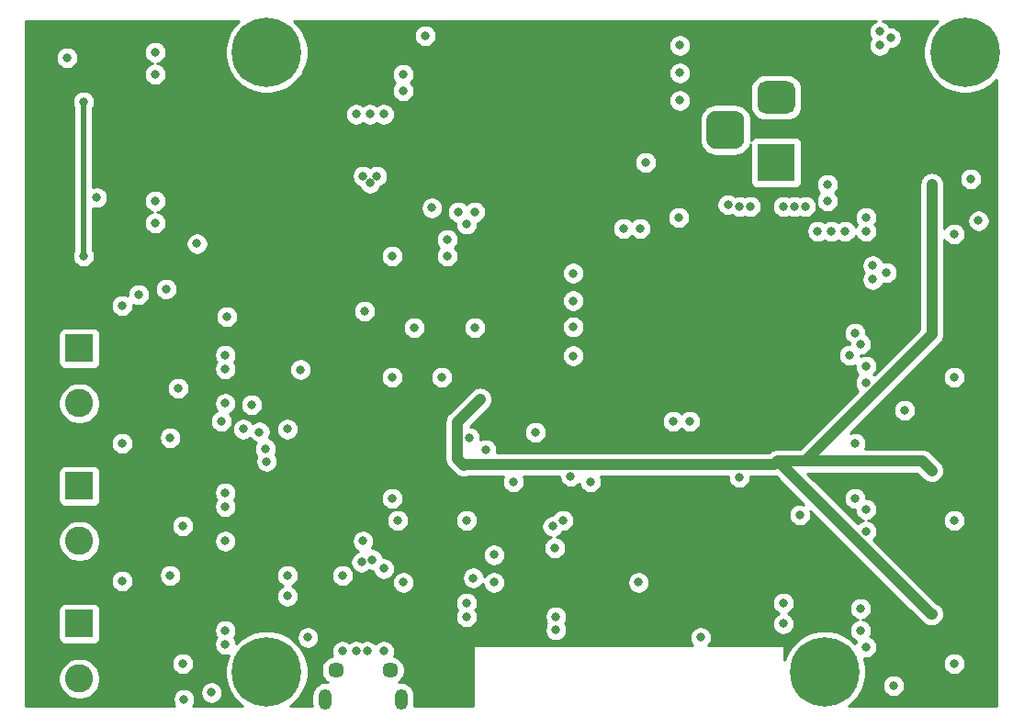
<source format=gbr>
%TF.GenerationSoftware,KiCad,Pcbnew,5.1.10-88a1d61d58~88~ubuntu20.04.1*%
%TF.CreationDate,2021-07-12T21:51:17+02:00*%
%TF.ProjectId,Tang_v1-1,54616e67-5f76-4312-9d31-2e6b69636164,rev?*%
%TF.SameCoordinates,Original*%
%TF.FileFunction,Copper,L2,Inr*%
%TF.FilePolarity,Positive*%
%FSLAX46Y46*%
G04 Gerber Fmt 4.6, Leading zero omitted, Abs format (unit mm)*
G04 Created by KiCad (PCBNEW 5.1.10-88a1d61d58~88~ubuntu20.04.1) date 2021-07-12 21:51:17*
%MOMM*%
%LPD*%
G01*
G04 APERTURE LIST*
%TA.AperFunction,ComponentPad*%
%ADD10C,6.400000*%
%TD*%
%TA.AperFunction,ComponentPad*%
%ADD11C,0.800000*%
%TD*%
%TA.AperFunction,ComponentPad*%
%ADD12R,3.500000X3.500000*%
%TD*%
%TA.AperFunction,ComponentPad*%
%ADD13C,1.450000*%
%TD*%
%TA.AperFunction,ComponentPad*%
%ADD14O,1.200000X1.900000*%
%TD*%
%TA.AperFunction,ComponentPad*%
%ADD15R,2.600000X2.600000*%
%TD*%
%TA.AperFunction,ComponentPad*%
%ADD16C,2.600000*%
%TD*%
%TA.AperFunction,ViaPad*%
%ADD17C,0.800000*%
%TD*%
%TA.AperFunction,Conductor*%
%ADD18C,1.000000*%
%TD*%
%TA.AperFunction,Conductor*%
%ADD19C,0.500000*%
%TD*%
%TA.AperFunction,Conductor*%
%ADD20C,0.254000*%
%TD*%
%TA.AperFunction,Conductor*%
%ADD21C,0.100000*%
%TD*%
G04 APERTURE END LIST*
D10*
%TO.N,GND*%
%TO.C,H1*%
X142875000Y-104140000D03*
D11*
X145275000Y-104140000D03*
X144572056Y-105837056D03*
X142875000Y-106540000D03*
X141177944Y-105837056D03*
X140475000Y-104140000D03*
X141177944Y-102442944D03*
X142875000Y-101740000D03*
X144572056Y-102442944D03*
%TD*%
%TO.N,GND*%
%TO.C,H2*%
X208961056Y-102442944D03*
X207264000Y-101740000D03*
X205566944Y-102442944D03*
X204864000Y-104140000D03*
X205566944Y-105837056D03*
X207264000Y-106540000D03*
X208961056Y-105837056D03*
X209664000Y-104140000D03*
D10*
X207264000Y-104140000D03*
%TD*%
%TO.N,GND*%
%TO.C,H3*%
X142875000Y-161290000D03*
D11*
X145275000Y-161290000D03*
X144572056Y-162987056D03*
X142875000Y-163690000D03*
X141177944Y-162987056D03*
X140475000Y-161290000D03*
X141177944Y-159592944D03*
X142875000Y-158890000D03*
X144572056Y-159592944D03*
%TD*%
%TO.N,GND*%
%TO.C,H4*%
X196007056Y-159592944D03*
X194310000Y-158890000D03*
X192612944Y-159592944D03*
X191910000Y-161290000D03*
X192612944Y-162987056D03*
X194310000Y-163690000D03*
X196007056Y-162987056D03*
X196710000Y-161290000D03*
D10*
X194310000Y-161290000D03*
%TD*%
D12*
%TO.N,Net-(F1-Pad2)*%
%TO.C,J1*%
X189865000Y-114300000D03*
%TO.N,GND*%
%TA.AperFunction,ComponentPad*%
G36*
G01*
X188865000Y-106800000D02*
X190865000Y-106800000D01*
G75*
G02*
X191615000Y-107550000I0J-750000D01*
G01*
X191615000Y-109050000D01*
G75*
G02*
X190865000Y-109800000I-750000J0D01*
G01*
X188865000Y-109800000D01*
G75*
G02*
X188115000Y-109050000I0J750000D01*
G01*
X188115000Y-107550000D01*
G75*
G02*
X188865000Y-106800000I750000J0D01*
G01*
G37*
%TD.AperFunction*%
%TO.N,N/C*%
%TA.AperFunction,ComponentPad*%
G36*
G01*
X184290000Y-109550000D02*
X186040000Y-109550000D01*
G75*
G02*
X186915000Y-110425000I0J-875000D01*
G01*
X186915000Y-112175000D01*
G75*
G02*
X186040000Y-113050000I-875000J0D01*
G01*
X184290000Y-113050000D01*
G75*
G02*
X183415000Y-112175000I0J875000D01*
G01*
X183415000Y-110425000D01*
G75*
G02*
X184290000Y-109550000I875000J0D01*
G01*
G37*
%TD.AperFunction*%
%TD*%
D13*
%TO.N,N/C*%
%TO.C,J2*%
X149265000Y-161130000D03*
X154265000Y-161130000D03*
D14*
X148265000Y-163830000D03*
X155265000Y-163830000D03*
%TD*%
D15*
%TO.N,LOAD1_POS*%
%TO.C,J6*%
X125603000Y-144145000D03*
D16*
%TO.N,LOAD1_NEG*%
X125603000Y-149225000D03*
%TD*%
%TO.N,LOAD2_NEG*%
%TO.C,J10*%
X125603000Y-161925000D03*
D15*
%TO.N,LOAD2_POS*%
X125603000Y-156845000D03*
%TD*%
%TO.N,LOAD3_POS*%
%TO.C,J11*%
X125603000Y-131445000D03*
D16*
%TO.N,LOAD3_NEG*%
X125603000Y-136525000D03*
%TD*%
D17*
%TO.N,+3V3*%
X163830000Y-153035000D03*
X163830000Y-150495000D03*
X156464000Y-129540000D03*
X162052000Y-129540000D03*
X125984000Y-122936000D03*
X125984000Y-108712000D03*
X161036000Y-142240000D03*
X204216000Y-155956000D03*
X204216000Y-142748000D03*
X204216000Y-130048000D03*
X204216000Y-116332000D03*
X162560000Y-136144000D03*
X136448009Y-121797701D03*
%TO.N,GND*%
X154940000Y-147320000D03*
X151765000Y-149225000D03*
X153670000Y-159385000D03*
X153670000Y-151765000D03*
X169545000Y-157410001D03*
X182880000Y-158115000D03*
X177165000Y-153035000D03*
X190500000Y-154940000D03*
X190500000Y-156845000D03*
X161290000Y-147320000D03*
X135255000Y-163830000D03*
X137795000Y-163195000D03*
X139065000Y-158750000D03*
X133985000Y-152400000D03*
X139065000Y-149225000D03*
X133985000Y-139700000D03*
X139065000Y-136525000D03*
X139065000Y-146050000D03*
X139065000Y-133350000D03*
X139065000Y-157480000D03*
X139065000Y-144780000D03*
X139065000Y-132080000D03*
X146685000Y-158115000D03*
X144780000Y-154305000D03*
X144780000Y-152400000D03*
X191516000Y-118364000D03*
X192532000Y-118364000D03*
X175768000Y-120396000D03*
X177292000Y-120396000D03*
X177800000Y-114300000D03*
X171135000Y-132141000D03*
X171135000Y-129479000D03*
X171135000Y-127061000D03*
X171135000Y-124521000D03*
X181864000Y-138176000D03*
X198120000Y-134620000D03*
X198120000Y-148336000D03*
X200660000Y-162560000D03*
X180970000Y-103510000D03*
X180970000Y-106050000D03*
X180970000Y-108590000D03*
X155448000Y-106172000D03*
X155448000Y-107696000D03*
X197104000Y-130048000D03*
X197612000Y-131064000D03*
X154432000Y-122936000D03*
X159512000Y-121412000D03*
X159512000Y-122936000D03*
X132588000Y-117856000D03*
X132588000Y-104140000D03*
X162052000Y-118872000D03*
X160528000Y-118872000D03*
X154432000Y-134112000D03*
X159004000Y-134112000D03*
X190500000Y-118364001D03*
X161300000Y-120000000D03*
X153035000Y-115570000D03*
X151765000Y-115570000D03*
X152400000Y-116205000D03*
X198120000Y-120650000D03*
X198755000Y-125095000D03*
X198755000Y-123825000D03*
X200025000Y-124460000D03*
X142875000Y-141870000D03*
%TO.N,+24V*%
X199390000Y-102235000D03*
X199390000Y-103505000D03*
X129540000Y-140208000D03*
X129540000Y-152908000D03*
X129540000Y-127508000D03*
X200400000Y-102800000D03*
X151130000Y-109855000D03*
X152400000Y-109855000D03*
X153670000Y-109855000D03*
X193675000Y-120650000D03*
X194945000Y-120650000D03*
X196215000Y-120650000D03*
%TO.N,Net-(C12-Pad2)*%
X158115000Y-118491000D03*
X157480000Y-102616000D03*
%TO.N,+12V*%
X154940000Y-115824000D03*
X165608000Y-119380000D03*
X167132000Y-119380000D03*
X129540000Y-145680000D03*
X129540000Y-157988000D03*
X129540000Y-132588000D03*
X166400000Y-120400000D03*
%TO.N,+5V*%
X186436000Y-118364000D03*
X187452000Y-118364000D03*
X154432000Y-145288000D03*
X206248000Y-120904000D03*
X206248000Y-134112000D03*
X206248000Y-147320000D03*
X206248000Y-160528000D03*
X124460000Y-104648000D03*
X127197989Y-117545989D03*
X133604000Y-125984000D03*
X131064000Y-126492000D03*
X185400000Y-118200000D03*
%TO.N,Net-(C13-Pad2)*%
X180848000Y-119380000D03*
X196596000Y-132080000D03*
%TO.N,5V_USB*%
X149860000Y-159385000D03*
X149860000Y-152400000D03*
%TO.N,EN*%
X161290000Y-156210000D03*
X169545000Y-156210000D03*
%TO.N,TER1*%
X135128000Y-147828000D03*
X180340000Y-138176000D03*
%TO.N,TER2*%
X135128000Y-160528000D03*
X165608000Y-143764000D03*
%TO.N,TER3*%
X134723002Y-135128000D03*
X138684000Y-138176000D03*
%TO.N,Net-(J2-Pad2)*%
X151130000Y-159385000D03*
X151624217Y-151163368D03*
%TO.N,Net-(J2-Pad3)*%
X152130003Y-159385000D03*
X152597261Y-150932739D03*
%TO.N,GRV1-1*%
X201676000Y-137160000D03*
X207772000Y-115824000D03*
%TO.N,GRV1-2*%
X192024000Y-146812000D03*
X208497001Y-119670999D03*
%TO.N,Net-(J3-Pad3)*%
X198120000Y-119380000D03*
%TO.N,Net-(J4-Pad3)*%
X198120000Y-133096000D03*
%TO.N,SDA*%
X169455000Y-149860000D03*
X170905000Y-143256000D03*
X161544000Y-139700000D03*
X144780000Y-138901000D03*
X142206505Y-139158505D03*
X139192000Y-128524000D03*
%TO.N,SCL*%
X170180000Y-147320000D03*
X167640000Y-139192000D03*
%TO.N,Net-(J5-Pad3)*%
X132588000Y-106172000D03*
%TO.N,Net-(J7-Pad3)*%
X132588000Y-119888000D03*
%TO.N,Net-(J8-Pad3)*%
X198120000Y-146304000D03*
%TO.N,Net-(J9-Pad3)*%
X198120000Y-159004000D03*
%TO.N,GRV5-2*%
X172720000Y-143764000D03*
X197612000Y-157480000D03*
%TO.N,GRV5-1*%
X197612000Y-155448000D03*
X186436000Y-143340000D03*
%TO.N,IO0*%
X161290000Y-154940000D03*
X169244939Y-147866139D03*
X163068000Y-140799999D03*
X142748000Y-140716000D03*
X140716000Y-138901000D03*
X141481505Y-136652000D03*
X145999848Y-133400152D03*
X151892000Y-128016000D03*
%TO.N,DTR*%
X155485000Y-153035000D03*
X161925000Y-152619999D03*
%TO.N,Net-(JP1-Pad2)*%
X194564000Y-116332000D03*
%TO.N,Net-(JP2-Pad2)*%
X194564000Y-117856000D03*
%TO.N,Net-(JP4-Pad2)*%
X197104000Y-140208000D03*
%TO.N,Net-(JP5-Pad2)*%
X197104000Y-145288000D03*
%TD*%
D18*
%TO.N,+3V3*%
X204111998Y-155956000D02*
X204216000Y-155956000D01*
X189995999Y-141840001D02*
X204111998Y-155956000D01*
X203308001Y-141840001D02*
X204216000Y-142748000D01*
X192528001Y-141840001D02*
X204216000Y-130152002D01*
X190608001Y-141840001D02*
X192528001Y-141840001D01*
X204216000Y-130152002D02*
X204216000Y-130048000D01*
X189995999Y-141840001D02*
X190608001Y-141840001D01*
X190608001Y-141840001D02*
X203308001Y-141840001D01*
X204216000Y-130048000D02*
X204216000Y-116332000D01*
D19*
X125984000Y-122936000D02*
X125984000Y-108712000D01*
D18*
X160443999Y-138260001D02*
X162560000Y-136144000D01*
X160443999Y-141647999D02*
X160443999Y-138260001D01*
X161036000Y-142240000D02*
X160443999Y-141647999D01*
X189680001Y-142155999D02*
X189995999Y-141840001D01*
X161120001Y-142155999D02*
X189680001Y-142155999D01*
X161036000Y-142240000D02*
X161120001Y-142155999D01*
%TD*%
D20*
%TO.N,+12V*%
X139896161Y-101695330D02*
X139476467Y-102323446D01*
X139187377Y-103021372D01*
X139040000Y-103762285D01*
X139040000Y-104517715D01*
X139187377Y-105258628D01*
X139476467Y-105956554D01*
X139896161Y-106584670D01*
X140430330Y-107118839D01*
X141058446Y-107538533D01*
X141756372Y-107827623D01*
X142497285Y-107975000D01*
X143252715Y-107975000D01*
X143993628Y-107827623D01*
X144691554Y-107538533D01*
X145319670Y-107118839D01*
X145853839Y-106584670D01*
X146197689Y-106070061D01*
X154413000Y-106070061D01*
X154413000Y-106273939D01*
X154452774Y-106473898D01*
X154530795Y-106662256D01*
X154644063Y-106831774D01*
X154746289Y-106934000D01*
X154644063Y-107036226D01*
X154530795Y-107205744D01*
X154452774Y-107394102D01*
X154413000Y-107594061D01*
X154413000Y-107797939D01*
X154452774Y-107997898D01*
X154530795Y-108186256D01*
X154644063Y-108355774D01*
X154788226Y-108499937D01*
X154957744Y-108613205D01*
X155146102Y-108691226D01*
X155346061Y-108731000D01*
X155549939Y-108731000D01*
X155749898Y-108691226D01*
X155938256Y-108613205D01*
X156107774Y-108499937D01*
X156119650Y-108488061D01*
X179935000Y-108488061D01*
X179935000Y-108691939D01*
X179974774Y-108891898D01*
X180052795Y-109080256D01*
X180166063Y-109249774D01*
X180310226Y-109393937D01*
X180479744Y-109507205D01*
X180668102Y-109585226D01*
X180868061Y-109625000D01*
X181071939Y-109625000D01*
X181271898Y-109585226D01*
X181460256Y-109507205D01*
X181629774Y-109393937D01*
X181773937Y-109249774D01*
X181887205Y-109080256D01*
X181965226Y-108891898D01*
X182005000Y-108691939D01*
X182005000Y-108488061D01*
X181965226Y-108288102D01*
X181887205Y-108099744D01*
X181773937Y-107930226D01*
X181629774Y-107786063D01*
X181460256Y-107672795D01*
X181271898Y-107594774D01*
X181071939Y-107555000D01*
X180868061Y-107555000D01*
X180668102Y-107594774D01*
X180479744Y-107672795D01*
X180310226Y-107786063D01*
X180166063Y-107930226D01*
X180052795Y-108099744D01*
X179974774Y-108288102D01*
X179935000Y-108488061D01*
X156119650Y-108488061D01*
X156251937Y-108355774D01*
X156365205Y-108186256D01*
X156443226Y-107997898D01*
X156483000Y-107797939D01*
X156483000Y-107594061D01*
X156474236Y-107550000D01*
X187476928Y-107550000D01*
X187476928Y-109050000D01*
X187503599Y-109320799D01*
X187582589Y-109581192D01*
X187710860Y-109821171D01*
X187883485Y-110031515D01*
X188093829Y-110204140D01*
X188333808Y-110332411D01*
X188594201Y-110411401D01*
X188865000Y-110438072D01*
X190865000Y-110438072D01*
X191135799Y-110411401D01*
X191396192Y-110332411D01*
X191636171Y-110204140D01*
X191846515Y-110031515D01*
X192019140Y-109821171D01*
X192147411Y-109581192D01*
X192226401Y-109320799D01*
X192253072Y-109050000D01*
X192253072Y-107550000D01*
X192226401Y-107279201D01*
X192147411Y-107018808D01*
X192019140Y-106778829D01*
X191846515Y-106568485D01*
X191636171Y-106395860D01*
X191396192Y-106267589D01*
X191135799Y-106188599D01*
X190865000Y-106161928D01*
X188865000Y-106161928D01*
X188594201Y-106188599D01*
X188333808Y-106267589D01*
X188093829Y-106395860D01*
X187883485Y-106568485D01*
X187710860Y-106778829D01*
X187582589Y-107018808D01*
X187503599Y-107279201D01*
X187476928Y-107550000D01*
X156474236Y-107550000D01*
X156443226Y-107394102D01*
X156365205Y-107205744D01*
X156251937Y-107036226D01*
X156149711Y-106934000D01*
X156251937Y-106831774D01*
X156365205Y-106662256D01*
X156443226Y-106473898D01*
X156483000Y-106273939D01*
X156483000Y-106070061D01*
X156458733Y-105948061D01*
X179935000Y-105948061D01*
X179935000Y-106151939D01*
X179974774Y-106351898D01*
X180052795Y-106540256D01*
X180166063Y-106709774D01*
X180310226Y-106853937D01*
X180479744Y-106967205D01*
X180668102Y-107045226D01*
X180868061Y-107085000D01*
X181071939Y-107085000D01*
X181271898Y-107045226D01*
X181460256Y-106967205D01*
X181629774Y-106853937D01*
X181773937Y-106709774D01*
X181887205Y-106540256D01*
X181965226Y-106351898D01*
X182005000Y-106151939D01*
X182005000Y-105948061D01*
X181965226Y-105748102D01*
X181887205Y-105559744D01*
X181773937Y-105390226D01*
X181629774Y-105246063D01*
X181460256Y-105132795D01*
X181271898Y-105054774D01*
X181071939Y-105015000D01*
X180868061Y-105015000D01*
X180668102Y-105054774D01*
X180479744Y-105132795D01*
X180310226Y-105246063D01*
X180166063Y-105390226D01*
X180052795Y-105559744D01*
X179974774Y-105748102D01*
X179935000Y-105948061D01*
X156458733Y-105948061D01*
X156443226Y-105870102D01*
X156365205Y-105681744D01*
X156251937Y-105512226D01*
X156107774Y-105368063D01*
X155938256Y-105254795D01*
X155749898Y-105176774D01*
X155549939Y-105137000D01*
X155346061Y-105137000D01*
X155146102Y-105176774D01*
X154957744Y-105254795D01*
X154788226Y-105368063D01*
X154644063Y-105512226D01*
X154530795Y-105681744D01*
X154452774Y-105870102D01*
X154413000Y-106070061D01*
X146197689Y-106070061D01*
X146273533Y-105956554D01*
X146562623Y-105258628D01*
X146710000Y-104517715D01*
X146710000Y-103762285D01*
X146562623Y-103021372D01*
X146352489Y-102514061D01*
X156445000Y-102514061D01*
X156445000Y-102717939D01*
X156484774Y-102917898D01*
X156562795Y-103106256D01*
X156676063Y-103275774D01*
X156820226Y-103419937D01*
X156989744Y-103533205D01*
X157178102Y-103611226D01*
X157378061Y-103651000D01*
X157581939Y-103651000D01*
X157781898Y-103611226D01*
X157970256Y-103533205D01*
X158139774Y-103419937D01*
X158151650Y-103408061D01*
X179935000Y-103408061D01*
X179935000Y-103611939D01*
X179974774Y-103811898D01*
X180052795Y-104000256D01*
X180166063Y-104169774D01*
X180310226Y-104313937D01*
X180479744Y-104427205D01*
X180668102Y-104505226D01*
X180868061Y-104545000D01*
X181071939Y-104545000D01*
X181271898Y-104505226D01*
X181460256Y-104427205D01*
X181629774Y-104313937D01*
X181773937Y-104169774D01*
X181887205Y-104000256D01*
X181965226Y-103811898D01*
X182005000Y-103611939D01*
X182005000Y-103408061D01*
X181965226Y-103208102D01*
X181887205Y-103019744D01*
X181773937Y-102850226D01*
X181629774Y-102706063D01*
X181460256Y-102592795D01*
X181271898Y-102514774D01*
X181071939Y-102475000D01*
X180868061Y-102475000D01*
X180668102Y-102514774D01*
X180479744Y-102592795D01*
X180310226Y-102706063D01*
X180166063Y-102850226D01*
X180052795Y-103019744D01*
X179974774Y-103208102D01*
X179935000Y-103408061D01*
X158151650Y-103408061D01*
X158283937Y-103275774D01*
X158397205Y-103106256D01*
X158475226Y-102917898D01*
X158515000Y-102717939D01*
X158515000Y-102514061D01*
X158475226Y-102314102D01*
X158397205Y-102125744D01*
X158283937Y-101956226D01*
X158139774Y-101812063D01*
X157970256Y-101698795D01*
X157781898Y-101620774D01*
X157581939Y-101581000D01*
X157378061Y-101581000D01*
X157178102Y-101620774D01*
X156989744Y-101698795D01*
X156820226Y-101812063D01*
X156676063Y-101956226D01*
X156562795Y-102125744D01*
X156484774Y-102314102D01*
X156445000Y-102514061D01*
X146352489Y-102514061D01*
X146273533Y-102323446D01*
X145853839Y-101695330D01*
X145402509Y-101244000D01*
X199077900Y-101244000D01*
X198899744Y-101317795D01*
X198730226Y-101431063D01*
X198586063Y-101575226D01*
X198472795Y-101744744D01*
X198394774Y-101933102D01*
X198355000Y-102133061D01*
X198355000Y-102336939D01*
X198394774Y-102536898D01*
X198472795Y-102725256D01*
X198569510Y-102870000D01*
X198472795Y-103014744D01*
X198394774Y-103203102D01*
X198355000Y-103403061D01*
X198355000Y-103606939D01*
X198394774Y-103806898D01*
X198472795Y-103995256D01*
X198586063Y-104164774D01*
X198730226Y-104308937D01*
X198899744Y-104422205D01*
X199088102Y-104500226D01*
X199288061Y-104540000D01*
X199491939Y-104540000D01*
X199691898Y-104500226D01*
X199880256Y-104422205D01*
X200049774Y-104308937D01*
X200193937Y-104164774D01*
X200307205Y-103995256D01*
X200373586Y-103835000D01*
X200501939Y-103835000D01*
X200701898Y-103795226D01*
X200890256Y-103717205D01*
X201059774Y-103603937D01*
X201203937Y-103459774D01*
X201317205Y-103290256D01*
X201395226Y-103101898D01*
X201435000Y-102901939D01*
X201435000Y-102698061D01*
X201395226Y-102498102D01*
X201317205Y-102309744D01*
X201203937Y-102140226D01*
X201059774Y-101996063D01*
X200890256Y-101882795D01*
X200701898Y-101804774D01*
X200501939Y-101765000D01*
X200315595Y-101765000D01*
X200307205Y-101744744D01*
X200193937Y-101575226D01*
X200049774Y-101431063D01*
X199880256Y-101317795D01*
X199702100Y-101244000D01*
X204736491Y-101244000D01*
X204285161Y-101695330D01*
X203865467Y-102323446D01*
X203576377Y-103021372D01*
X203429000Y-103762285D01*
X203429000Y-104517715D01*
X203576377Y-105258628D01*
X203865467Y-105956554D01*
X204285161Y-106584670D01*
X204819330Y-107118839D01*
X205447446Y-107538533D01*
X206145372Y-107827623D01*
X206886285Y-107975000D01*
X207641715Y-107975000D01*
X208382628Y-107827623D01*
X209080554Y-107538533D01*
X209708670Y-107118839D01*
X210160001Y-106667508D01*
X210160000Y-164440000D01*
X196498510Y-164440000D01*
X196754670Y-164268839D01*
X197288839Y-163734670D01*
X197708533Y-163106554D01*
X197977147Y-162458061D01*
X199625000Y-162458061D01*
X199625000Y-162661939D01*
X199664774Y-162861898D01*
X199742795Y-163050256D01*
X199856063Y-163219774D01*
X200000226Y-163363937D01*
X200169744Y-163477205D01*
X200358102Y-163555226D01*
X200558061Y-163595000D01*
X200761939Y-163595000D01*
X200961898Y-163555226D01*
X201150256Y-163477205D01*
X201319774Y-163363937D01*
X201463937Y-163219774D01*
X201577205Y-163050256D01*
X201655226Y-162861898D01*
X201695000Y-162661939D01*
X201695000Y-162458061D01*
X201655226Y-162258102D01*
X201577205Y-162069744D01*
X201463937Y-161900226D01*
X201319774Y-161756063D01*
X201150256Y-161642795D01*
X200961898Y-161564774D01*
X200761939Y-161525000D01*
X200558061Y-161525000D01*
X200358102Y-161564774D01*
X200169744Y-161642795D01*
X200000226Y-161756063D01*
X199856063Y-161900226D01*
X199742795Y-162069744D01*
X199664774Y-162258102D01*
X199625000Y-162458061D01*
X197977147Y-162458061D01*
X197997623Y-162408628D01*
X198145000Y-161667715D01*
X198145000Y-160912285D01*
X198048284Y-160426061D01*
X205213000Y-160426061D01*
X205213000Y-160629939D01*
X205252774Y-160829898D01*
X205330795Y-161018256D01*
X205444063Y-161187774D01*
X205588226Y-161331937D01*
X205757744Y-161445205D01*
X205946102Y-161523226D01*
X206146061Y-161563000D01*
X206349939Y-161563000D01*
X206549898Y-161523226D01*
X206738256Y-161445205D01*
X206907774Y-161331937D01*
X207051937Y-161187774D01*
X207165205Y-161018256D01*
X207243226Y-160829898D01*
X207283000Y-160629939D01*
X207283000Y-160426061D01*
X207243226Y-160226102D01*
X207165205Y-160037744D01*
X207051937Y-159868226D01*
X206907774Y-159724063D01*
X206738256Y-159610795D01*
X206549898Y-159532774D01*
X206349939Y-159493000D01*
X206146061Y-159493000D01*
X205946102Y-159532774D01*
X205757744Y-159610795D01*
X205588226Y-159724063D01*
X205444063Y-159868226D01*
X205330795Y-160037744D01*
X205252774Y-160226102D01*
X205213000Y-160426061D01*
X198048284Y-160426061D01*
X197997623Y-160171372D01*
X197936035Y-160022684D01*
X198018061Y-160039000D01*
X198221939Y-160039000D01*
X198421898Y-159999226D01*
X198610256Y-159921205D01*
X198779774Y-159807937D01*
X198923937Y-159663774D01*
X199037205Y-159494256D01*
X199115226Y-159305898D01*
X199155000Y-159105939D01*
X199155000Y-158902061D01*
X199115226Y-158702102D01*
X199037205Y-158513744D01*
X198923937Y-158344226D01*
X198779774Y-158200063D01*
X198610256Y-158086795D01*
X198485786Y-158035237D01*
X198529205Y-157970256D01*
X198607226Y-157781898D01*
X198647000Y-157581939D01*
X198647000Y-157378061D01*
X198607226Y-157178102D01*
X198529205Y-156989744D01*
X198415937Y-156820226D01*
X198271774Y-156676063D01*
X198102256Y-156562795D01*
X197913898Y-156484774D01*
X197809459Y-156464000D01*
X197913898Y-156443226D01*
X198102256Y-156365205D01*
X198271774Y-156251937D01*
X198415937Y-156107774D01*
X198529205Y-155938256D01*
X198607226Y-155749898D01*
X198647000Y-155549939D01*
X198647000Y-155346061D01*
X198607226Y-155146102D01*
X198529205Y-154957744D01*
X198415937Y-154788226D01*
X198271774Y-154644063D01*
X198102256Y-154530795D01*
X197913898Y-154452774D01*
X197713939Y-154413000D01*
X197510061Y-154413000D01*
X197310102Y-154452774D01*
X197121744Y-154530795D01*
X196952226Y-154644063D01*
X196808063Y-154788226D01*
X196694795Y-154957744D01*
X196616774Y-155146102D01*
X196577000Y-155346061D01*
X196577000Y-155549939D01*
X196616774Y-155749898D01*
X196694795Y-155938256D01*
X196808063Y-156107774D01*
X196952226Y-156251937D01*
X197121744Y-156365205D01*
X197310102Y-156443226D01*
X197414541Y-156464000D01*
X197310102Y-156484774D01*
X197121744Y-156562795D01*
X196952226Y-156676063D01*
X196808063Y-156820226D01*
X196694795Y-156989744D01*
X196616774Y-157178102D01*
X196577000Y-157378061D01*
X196577000Y-157581939D01*
X196616774Y-157781898D01*
X196694795Y-157970256D01*
X196808063Y-158139774D01*
X196952226Y-158283937D01*
X197121744Y-158397205D01*
X197246214Y-158448763D01*
X197202795Y-158513744D01*
X197130877Y-158687368D01*
X196754670Y-158311161D01*
X196126554Y-157891467D01*
X195428628Y-157602377D01*
X194687715Y-157455000D01*
X193932285Y-157455000D01*
X193191372Y-157602377D01*
X192493446Y-157891467D01*
X191865330Y-158311161D01*
X191331161Y-158845330D01*
X190911467Y-159473446D01*
X190627000Y-160160211D01*
X190627000Y-159004000D01*
X190624560Y-158979224D01*
X190617333Y-158955399D01*
X190605597Y-158933443D01*
X190589803Y-158914197D01*
X190570557Y-158898403D01*
X190548601Y-158886667D01*
X190524776Y-158879440D01*
X190500000Y-158877000D01*
X183581711Y-158877000D01*
X183683937Y-158774774D01*
X183797205Y-158605256D01*
X183875226Y-158416898D01*
X183915000Y-158216939D01*
X183915000Y-158013061D01*
X183875226Y-157813102D01*
X183797205Y-157624744D01*
X183683937Y-157455226D01*
X183539774Y-157311063D01*
X183370256Y-157197795D01*
X183181898Y-157119774D01*
X182981939Y-157080000D01*
X182778061Y-157080000D01*
X182578102Y-157119774D01*
X182389744Y-157197795D01*
X182220226Y-157311063D01*
X182076063Y-157455226D01*
X181962795Y-157624744D01*
X181884774Y-157813102D01*
X181845000Y-158013061D01*
X181845000Y-158216939D01*
X181884774Y-158416898D01*
X181962795Y-158605256D01*
X182076063Y-158774774D01*
X182178289Y-158877000D01*
X162052000Y-158877000D01*
X162027224Y-158879440D01*
X162003399Y-158886667D01*
X161981443Y-158898403D01*
X161962197Y-158914197D01*
X161946403Y-158933443D01*
X161934667Y-158955399D01*
X161927440Y-158979224D01*
X161925000Y-159004000D01*
X161925000Y-164440000D01*
X156476700Y-164440000D01*
X156482130Y-164422101D01*
X156500000Y-164240664D01*
X156500000Y-163419335D01*
X156482130Y-163237898D01*
X156411511Y-163005099D01*
X156296833Y-162790551D01*
X156142502Y-162602498D01*
X155954448Y-162448167D01*
X155739900Y-162333489D01*
X155507101Y-162262870D01*
X155265000Y-162239025D01*
X155022898Y-162262870D01*
X155012965Y-162265883D01*
X155131949Y-162186381D01*
X155321381Y-161996949D01*
X155470216Y-161774201D01*
X155572736Y-161526697D01*
X155625000Y-161263948D01*
X155625000Y-160996052D01*
X155572736Y-160733303D01*
X155470216Y-160485799D01*
X155321381Y-160263051D01*
X155131949Y-160073619D01*
X154909201Y-159924784D01*
X154661697Y-159822264D01*
X154613155Y-159812608D01*
X154665226Y-159686898D01*
X154705000Y-159486939D01*
X154705000Y-159283061D01*
X154665226Y-159083102D01*
X154587205Y-158894744D01*
X154473937Y-158725226D01*
X154329774Y-158581063D01*
X154160256Y-158467795D01*
X153971898Y-158389774D01*
X153771939Y-158350000D01*
X153568061Y-158350000D01*
X153368102Y-158389774D01*
X153179744Y-158467795D01*
X153010226Y-158581063D01*
X152900002Y-158691288D01*
X152789777Y-158581063D01*
X152620259Y-158467795D01*
X152431901Y-158389774D01*
X152231942Y-158350000D01*
X152028064Y-158350000D01*
X151828105Y-158389774D01*
X151639747Y-158467795D01*
X151630002Y-158474307D01*
X151620256Y-158467795D01*
X151431898Y-158389774D01*
X151231939Y-158350000D01*
X151028061Y-158350000D01*
X150828102Y-158389774D01*
X150639744Y-158467795D01*
X150495000Y-158564510D01*
X150350256Y-158467795D01*
X150161898Y-158389774D01*
X149961939Y-158350000D01*
X149758061Y-158350000D01*
X149558102Y-158389774D01*
X149369744Y-158467795D01*
X149200226Y-158581063D01*
X149056063Y-158725226D01*
X148942795Y-158894744D01*
X148864774Y-159083102D01*
X148825000Y-159283061D01*
X148825000Y-159486939D01*
X148864774Y-159686898D01*
X148916845Y-159812608D01*
X148868303Y-159822264D01*
X148620799Y-159924784D01*
X148398051Y-160073619D01*
X148208619Y-160263051D01*
X148059784Y-160485799D01*
X147957264Y-160733303D01*
X147905000Y-160996052D01*
X147905000Y-161263948D01*
X147957264Y-161526697D01*
X148059784Y-161774201D01*
X148208619Y-161996949D01*
X148398051Y-162186381D01*
X148517035Y-162265883D01*
X148507102Y-162262870D01*
X148265000Y-162239025D01*
X148022899Y-162262870D01*
X147790100Y-162333489D01*
X147575552Y-162448167D01*
X147387499Y-162602498D01*
X147233168Y-162790551D01*
X147118489Y-163005099D01*
X147047870Y-163237898D01*
X147030000Y-163419335D01*
X147030000Y-164240664D01*
X147047870Y-164422101D01*
X147053300Y-164440000D01*
X145063510Y-164440000D01*
X145319670Y-164268839D01*
X145853839Y-163734670D01*
X146273533Y-163106554D01*
X146562623Y-162408628D01*
X146710000Y-161667715D01*
X146710000Y-160912285D01*
X146562623Y-160171372D01*
X146273533Y-159473446D01*
X145853839Y-158845330D01*
X145319670Y-158311161D01*
X144873533Y-158013061D01*
X145650000Y-158013061D01*
X145650000Y-158216939D01*
X145689774Y-158416898D01*
X145767795Y-158605256D01*
X145881063Y-158774774D01*
X146025226Y-158918937D01*
X146194744Y-159032205D01*
X146383102Y-159110226D01*
X146583061Y-159150000D01*
X146786939Y-159150000D01*
X146986898Y-159110226D01*
X147175256Y-159032205D01*
X147344774Y-158918937D01*
X147488937Y-158774774D01*
X147602205Y-158605256D01*
X147680226Y-158416898D01*
X147720000Y-158216939D01*
X147720000Y-158013061D01*
X147680226Y-157813102D01*
X147602205Y-157624744D01*
X147488937Y-157455226D01*
X147344774Y-157311063D01*
X147175256Y-157197795D01*
X146986898Y-157119774D01*
X146786939Y-157080000D01*
X146583061Y-157080000D01*
X146383102Y-157119774D01*
X146194744Y-157197795D01*
X146025226Y-157311063D01*
X145881063Y-157455226D01*
X145767795Y-157624744D01*
X145689774Y-157813102D01*
X145650000Y-158013061D01*
X144873533Y-158013061D01*
X144691554Y-157891467D01*
X143993628Y-157602377D01*
X143252715Y-157455000D01*
X142497285Y-157455000D01*
X141756372Y-157602377D01*
X141058446Y-157891467D01*
X140430330Y-158311161D01*
X140098910Y-158642581D01*
X140060226Y-158448102D01*
X139982205Y-158259744D01*
X139885490Y-158115000D01*
X139982205Y-157970256D01*
X140060226Y-157781898D01*
X140100000Y-157581939D01*
X140100000Y-157378061D01*
X140060226Y-157178102D01*
X139982205Y-156989744D01*
X139868937Y-156820226D01*
X139724774Y-156676063D01*
X139555256Y-156562795D01*
X139366898Y-156484774D01*
X139166939Y-156445000D01*
X138963061Y-156445000D01*
X138763102Y-156484774D01*
X138574744Y-156562795D01*
X138405226Y-156676063D01*
X138261063Y-156820226D01*
X138147795Y-156989744D01*
X138069774Y-157178102D01*
X138030000Y-157378061D01*
X138030000Y-157581939D01*
X138069774Y-157781898D01*
X138147795Y-157970256D01*
X138244510Y-158115000D01*
X138147795Y-158259744D01*
X138069774Y-158448102D01*
X138030000Y-158648061D01*
X138030000Y-158851939D01*
X138069774Y-159051898D01*
X138147795Y-159240256D01*
X138261063Y-159409774D01*
X138405226Y-159553937D01*
X138574744Y-159667205D01*
X138763102Y-159745226D01*
X138963061Y-159785000D01*
X139166939Y-159785000D01*
X139363622Y-159745878D01*
X139187377Y-160171372D01*
X139040000Y-160912285D01*
X139040000Y-161667715D01*
X139187377Y-162408628D01*
X139476467Y-163106554D01*
X139896161Y-163734670D01*
X140430330Y-164268839D01*
X140686490Y-164440000D01*
X136092195Y-164440000D01*
X136172205Y-164320256D01*
X136250226Y-164131898D01*
X136290000Y-163931939D01*
X136290000Y-163728061D01*
X136250226Y-163528102D01*
X136172205Y-163339744D01*
X136058937Y-163170226D01*
X135981772Y-163093061D01*
X136760000Y-163093061D01*
X136760000Y-163296939D01*
X136799774Y-163496898D01*
X136877795Y-163685256D01*
X136991063Y-163854774D01*
X137135226Y-163998937D01*
X137304744Y-164112205D01*
X137493102Y-164190226D01*
X137693061Y-164230000D01*
X137896939Y-164230000D01*
X138096898Y-164190226D01*
X138285256Y-164112205D01*
X138454774Y-163998937D01*
X138598937Y-163854774D01*
X138712205Y-163685256D01*
X138790226Y-163496898D01*
X138830000Y-163296939D01*
X138830000Y-163093061D01*
X138790226Y-162893102D01*
X138712205Y-162704744D01*
X138598937Y-162535226D01*
X138454774Y-162391063D01*
X138285256Y-162277795D01*
X138096898Y-162199774D01*
X137896939Y-162160000D01*
X137693061Y-162160000D01*
X137493102Y-162199774D01*
X137304744Y-162277795D01*
X137135226Y-162391063D01*
X136991063Y-162535226D01*
X136877795Y-162704744D01*
X136799774Y-162893102D01*
X136760000Y-163093061D01*
X135981772Y-163093061D01*
X135914774Y-163026063D01*
X135745256Y-162912795D01*
X135556898Y-162834774D01*
X135356939Y-162795000D01*
X135153061Y-162795000D01*
X134953102Y-162834774D01*
X134764744Y-162912795D01*
X134595226Y-163026063D01*
X134451063Y-163170226D01*
X134337795Y-163339744D01*
X134259774Y-163528102D01*
X134220000Y-163728061D01*
X134220000Y-163931939D01*
X134259774Y-164131898D01*
X134337795Y-164320256D01*
X134417805Y-164440000D01*
X120675000Y-164440000D01*
X120675000Y-161734419D01*
X123668000Y-161734419D01*
X123668000Y-162115581D01*
X123742361Y-162489419D01*
X123888225Y-162841566D01*
X124099987Y-163158491D01*
X124369509Y-163428013D01*
X124686434Y-163639775D01*
X125038581Y-163785639D01*
X125412419Y-163860000D01*
X125793581Y-163860000D01*
X126167419Y-163785639D01*
X126519566Y-163639775D01*
X126836491Y-163428013D01*
X127106013Y-163158491D01*
X127317775Y-162841566D01*
X127463639Y-162489419D01*
X127538000Y-162115581D01*
X127538000Y-161734419D01*
X127463639Y-161360581D01*
X127317775Y-161008434D01*
X127106013Y-160691509D01*
X126840565Y-160426061D01*
X134093000Y-160426061D01*
X134093000Y-160629939D01*
X134132774Y-160829898D01*
X134210795Y-161018256D01*
X134324063Y-161187774D01*
X134468226Y-161331937D01*
X134637744Y-161445205D01*
X134826102Y-161523226D01*
X135026061Y-161563000D01*
X135229939Y-161563000D01*
X135429898Y-161523226D01*
X135618256Y-161445205D01*
X135787774Y-161331937D01*
X135931937Y-161187774D01*
X136045205Y-161018256D01*
X136123226Y-160829898D01*
X136163000Y-160629939D01*
X136163000Y-160426061D01*
X136123226Y-160226102D01*
X136045205Y-160037744D01*
X135931937Y-159868226D01*
X135787774Y-159724063D01*
X135618256Y-159610795D01*
X135429898Y-159532774D01*
X135229939Y-159493000D01*
X135026061Y-159493000D01*
X134826102Y-159532774D01*
X134637744Y-159610795D01*
X134468226Y-159724063D01*
X134324063Y-159868226D01*
X134210795Y-160037744D01*
X134132774Y-160226102D01*
X134093000Y-160426061D01*
X126840565Y-160426061D01*
X126836491Y-160421987D01*
X126519566Y-160210225D01*
X126167419Y-160064361D01*
X125793581Y-159990000D01*
X125412419Y-159990000D01*
X125038581Y-160064361D01*
X124686434Y-160210225D01*
X124369509Y-160421987D01*
X124099987Y-160691509D01*
X123888225Y-161008434D01*
X123742361Y-161360581D01*
X123668000Y-161734419D01*
X120675000Y-161734419D01*
X120675000Y-155545000D01*
X123664928Y-155545000D01*
X123664928Y-158145000D01*
X123677188Y-158269482D01*
X123713498Y-158389180D01*
X123772463Y-158499494D01*
X123851815Y-158596185D01*
X123948506Y-158675537D01*
X124058820Y-158734502D01*
X124178518Y-158770812D01*
X124303000Y-158783072D01*
X126903000Y-158783072D01*
X127027482Y-158770812D01*
X127147180Y-158734502D01*
X127257494Y-158675537D01*
X127354185Y-158596185D01*
X127433537Y-158499494D01*
X127492502Y-158389180D01*
X127528812Y-158269482D01*
X127541072Y-158145000D01*
X127541072Y-155545000D01*
X127528812Y-155420518D01*
X127492502Y-155300820D01*
X127433537Y-155190506D01*
X127354185Y-155093815D01*
X127257494Y-155014463D01*
X127147180Y-154955498D01*
X127027482Y-154919188D01*
X126903000Y-154906928D01*
X124303000Y-154906928D01*
X124178518Y-154919188D01*
X124058820Y-154955498D01*
X123948506Y-155014463D01*
X123851815Y-155093815D01*
X123772463Y-155190506D01*
X123713498Y-155300820D01*
X123677188Y-155420518D01*
X123664928Y-155545000D01*
X120675000Y-155545000D01*
X120675000Y-152806061D01*
X128505000Y-152806061D01*
X128505000Y-153009939D01*
X128544774Y-153209898D01*
X128622795Y-153398256D01*
X128736063Y-153567774D01*
X128880226Y-153711937D01*
X129049744Y-153825205D01*
X129238102Y-153903226D01*
X129438061Y-153943000D01*
X129641939Y-153943000D01*
X129841898Y-153903226D01*
X130030256Y-153825205D01*
X130199774Y-153711937D01*
X130343937Y-153567774D01*
X130457205Y-153398256D01*
X130535226Y-153209898D01*
X130575000Y-153009939D01*
X130575000Y-152806061D01*
X130535226Y-152606102D01*
X130457205Y-152417744D01*
X130377236Y-152298061D01*
X132950000Y-152298061D01*
X132950000Y-152501939D01*
X132989774Y-152701898D01*
X133067795Y-152890256D01*
X133181063Y-153059774D01*
X133325226Y-153203937D01*
X133494744Y-153317205D01*
X133683102Y-153395226D01*
X133883061Y-153435000D01*
X134086939Y-153435000D01*
X134286898Y-153395226D01*
X134475256Y-153317205D01*
X134644774Y-153203937D01*
X134788937Y-153059774D01*
X134902205Y-152890256D01*
X134980226Y-152701898D01*
X135020000Y-152501939D01*
X135020000Y-152298061D01*
X143745000Y-152298061D01*
X143745000Y-152501939D01*
X143784774Y-152701898D01*
X143862795Y-152890256D01*
X143976063Y-153059774D01*
X144120226Y-153203937D01*
X144289744Y-153317205D01*
X144374953Y-153352500D01*
X144289744Y-153387795D01*
X144120226Y-153501063D01*
X143976063Y-153645226D01*
X143862795Y-153814744D01*
X143784774Y-154003102D01*
X143745000Y-154203061D01*
X143745000Y-154406939D01*
X143784774Y-154606898D01*
X143862795Y-154795256D01*
X143976063Y-154964774D01*
X144120226Y-155108937D01*
X144289744Y-155222205D01*
X144478102Y-155300226D01*
X144678061Y-155340000D01*
X144881939Y-155340000D01*
X145081898Y-155300226D01*
X145270256Y-155222205D01*
X145439774Y-155108937D01*
X145583937Y-154964774D01*
X145668603Y-154838061D01*
X160255000Y-154838061D01*
X160255000Y-155041939D01*
X160294774Y-155241898D01*
X160372795Y-155430256D01*
X160469510Y-155575000D01*
X160372795Y-155719744D01*
X160294774Y-155908102D01*
X160255000Y-156108061D01*
X160255000Y-156311939D01*
X160294774Y-156511898D01*
X160372795Y-156700256D01*
X160486063Y-156869774D01*
X160630226Y-157013937D01*
X160799744Y-157127205D01*
X160988102Y-157205226D01*
X161188061Y-157245000D01*
X161391939Y-157245000D01*
X161591898Y-157205226D01*
X161780256Y-157127205D01*
X161949774Y-157013937D01*
X162093937Y-156869774D01*
X162207205Y-156700256D01*
X162285226Y-156511898D01*
X162325000Y-156311939D01*
X162325000Y-156108061D01*
X168510000Y-156108061D01*
X168510000Y-156311939D01*
X168549774Y-156511898D01*
X168627795Y-156700256D01*
X168701124Y-156810001D01*
X168627795Y-156919745D01*
X168549774Y-157108103D01*
X168510000Y-157308062D01*
X168510000Y-157511940D01*
X168549774Y-157711899D01*
X168627795Y-157900257D01*
X168741063Y-158069775D01*
X168885226Y-158213938D01*
X169054744Y-158327206D01*
X169243102Y-158405227D01*
X169443061Y-158445001D01*
X169646939Y-158445001D01*
X169846898Y-158405227D01*
X170035256Y-158327206D01*
X170204774Y-158213938D01*
X170348937Y-158069775D01*
X170462205Y-157900257D01*
X170540226Y-157711899D01*
X170580000Y-157511940D01*
X170580000Y-157308062D01*
X170540226Y-157108103D01*
X170462205Y-156919745D01*
X170388876Y-156810001D01*
X170462205Y-156700256D01*
X170540226Y-156511898D01*
X170580000Y-156311939D01*
X170580000Y-156108061D01*
X170540226Y-155908102D01*
X170462205Y-155719744D01*
X170348937Y-155550226D01*
X170204774Y-155406063D01*
X170035256Y-155292795D01*
X169846898Y-155214774D01*
X169646939Y-155175000D01*
X169443061Y-155175000D01*
X169243102Y-155214774D01*
X169054744Y-155292795D01*
X168885226Y-155406063D01*
X168741063Y-155550226D01*
X168627795Y-155719744D01*
X168549774Y-155908102D01*
X168510000Y-156108061D01*
X162325000Y-156108061D01*
X162285226Y-155908102D01*
X162207205Y-155719744D01*
X162110490Y-155575000D01*
X162207205Y-155430256D01*
X162285226Y-155241898D01*
X162325000Y-155041939D01*
X162325000Y-154838061D01*
X189465000Y-154838061D01*
X189465000Y-155041939D01*
X189504774Y-155241898D01*
X189582795Y-155430256D01*
X189696063Y-155599774D01*
X189840226Y-155743937D01*
X190009744Y-155857205D01*
X190094953Y-155892500D01*
X190009744Y-155927795D01*
X189840226Y-156041063D01*
X189696063Y-156185226D01*
X189582795Y-156354744D01*
X189504774Y-156543102D01*
X189465000Y-156743061D01*
X189465000Y-156946939D01*
X189504774Y-157146898D01*
X189582795Y-157335256D01*
X189696063Y-157504774D01*
X189840226Y-157648937D01*
X190009744Y-157762205D01*
X190198102Y-157840226D01*
X190398061Y-157880000D01*
X190601939Y-157880000D01*
X190801898Y-157840226D01*
X190990256Y-157762205D01*
X191159774Y-157648937D01*
X191303937Y-157504774D01*
X191417205Y-157335256D01*
X191495226Y-157146898D01*
X191535000Y-156946939D01*
X191535000Y-156743061D01*
X191495226Y-156543102D01*
X191417205Y-156354744D01*
X191303937Y-156185226D01*
X191159774Y-156041063D01*
X190990256Y-155927795D01*
X190905047Y-155892500D01*
X190990256Y-155857205D01*
X191159774Y-155743937D01*
X191303937Y-155599774D01*
X191417205Y-155430256D01*
X191495226Y-155241898D01*
X191535000Y-155041939D01*
X191535000Y-154838061D01*
X191495226Y-154638102D01*
X191417205Y-154449744D01*
X191303937Y-154280226D01*
X191159774Y-154136063D01*
X190990256Y-154022795D01*
X190801898Y-153944774D01*
X190601939Y-153905000D01*
X190398061Y-153905000D01*
X190198102Y-153944774D01*
X190009744Y-154022795D01*
X189840226Y-154136063D01*
X189696063Y-154280226D01*
X189582795Y-154449744D01*
X189504774Y-154638102D01*
X189465000Y-154838061D01*
X162325000Y-154838061D01*
X162285226Y-154638102D01*
X162207205Y-154449744D01*
X162093937Y-154280226D01*
X161949774Y-154136063D01*
X161780256Y-154022795D01*
X161591898Y-153944774D01*
X161391939Y-153905000D01*
X161188061Y-153905000D01*
X160988102Y-153944774D01*
X160799744Y-154022795D01*
X160630226Y-154136063D01*
X160486063Y-154280226D01*
X160372795Y-154449744D01*
X160294774Y-154638102D01*
X160255000Y-154838061D01*
X145668603Y-154838061D01*
X145697205Y-154795256D01*
X145775226Y-154606898D01*
X145815000Y-154406939D01*
X145815000Y-154203061D01*
X145775226Y-154003102D01*
X145697205Y-153814744D01*
X145583937Y-153645226D01*
X145439774Y-153501063D01*
X145270256Y-153387795D01*
X145185047Y-153352500D01*
X145270256Y-153317205D01*
X145439774Y-153203937D01*
X145583937Y-153059774D01*
X145697205Y-152890256D01*
X145775226Y-152701898D01*
X145815000Y-152501939D01*
X145815000Y-152298061D01*
X148825000Y-152298061D01*
X148825000Y-152501939D01*
X148864774Y-152701898D01*
X148942795Y-152890256D01*
X149056063Y-153059774D01*
X149200226Y-153203937D01*
X149369744Y-153317205D01*
X149558102Y-153395226D01*
X149758061Y-153435000D01*
X149961939Y-153435000D01*
X150161898Y-153395226D01*
X150350256Y-153317205D01*
X150519774Y-153203937D01*
X150663937Y-153059774D01*
X150748603Y-152933061D01*
X154450000Y-152933061D01*
X154450000Y-153136939D01*
X154489774Y-153336898D01*
X154567795Y-153525256D01*
X154681063Y-153694774D01*
X154825226Y-153838937D01*
X154994744Y-153952205D01*
X155183102Y-154030226D01*
X155383061Y-154070000D01*
X155586939Y-154070000D01*
X155786898Y-154030226D01*
X155975256Y-153952205D01*
X156144774Y-153838937D01*
X156288937Y-153694774D01*
X156402205Y-153525256D01*
X156480226Y-153336898D01*
X156520000Y-153136939D01*
X156520000Y-152933061D01*
X156480226Y-152733102D01*
X156402205Y-152544744D01*
X156384376Y-152518060D01*
X160890000Y-152518060D01*
X160890000Y-152721938D01*
X160929774Y-152921897D01*
X161007795Y-153110255D01*
X161121063Y-153279773D01*
X161265226Y-153423936D01*
X161434744Y-153537204D01*
X161623102Y-153615225D01*
X161823061Y-153654999D01*
X162026939Y-153654999D01*
X162226898Y-153615225D01*
X162415256Y-153537204D01*
X162584774Y-153423936D01*
X162728937Y-153279773D01*
X162801739Y-153170817D01*
X162834774Y-153336898D01*
X162912795Y-153525256D01*
X163026063Y-153694774D01*
X163170226Y-153838937D01*
X163339744Y-153952205D01*
X163528102Y-154030226D01*
X163728061Y-154070000D01*
X163931939Y-154070000D01*
X164131898Y-154030226D01*
X164320256Y-153952205D01*
X164489774Y-153838937D01*
X164633937Y-153694774D01*
X164747205Y-153525256D01*
X164825226Y-153336898D01*
X164865000Y-153136939D01*
X164865000Y-152933061D01*
X176130000Y-152933061D01*
X176130000Y-153136939D01*
X176169774Y-153336898D01*
X176247795Y-153525256D01*
X176361063Y-153694774D01*
X176505226Y-153838937D01*
X176674744Y-153952205D01*
X176863102Y-154030226D01*
X177063061Y-154070000D01*
X177266939Y-154070000D01*
X177466898Y-154030226D01*
X177655256Y-153952205D01*
X177824774Y-153838937D01*
X177968937Y-153694774D01*
X178082205Y-153525256D01*
X178160226Y-153336898D01*
X178200000Y-153136939D01*
X178200000Y-152933061D01*
X178160226Y-152733102D01*
X178082205Y-152544744D01*
X177968937Y-152375226D01*
X177824774Y-152231063D01*
X177655256Y-152117795D01*
X177466898Y-152039774D01*
X177266939Y-152000000D01*
X177063061Y-152000000D01*
X176863102Y-152039774D01*
X176674744Y-152117795D01*
X176505226Y-152231063D01*
X176361063Y-152375226D01*
X176247795Y-152544744D01*
X176169774Y-152733102D01*
X176130000Y-152933061D01*
X164865000Y-152933061D01*
X164825226Y-152733102D01*
X164747205Y-152544744D01*
X164633937Y-152375226D01*
X164489774Y-152231063D01*
X164320256Y-152117795D01*
X164131898Y-152039774D01*
X163931939Y-152000000D01*
X163728061Y-152000000D01*
X163528102Y-152039774D01*
X163339744Y-152117795D01*
X163170226Y-152231063D01*
X163026063Y-152375226D01*
X162953261Y-152484182D01*
X162920226Y-152318101D01*
X162842205Y-152129743D01*
X162728937Y-151960225D01*
X162584774Y-151816062D01*
X162415256Y-151702794D01*
X162226898Y-151624773D01*
X162026939Y-151584999D01*
X161823061Y-151584999D01*
X161623102Y-151624773D01*
X161434744Y-151702794D01*
X161265226Y-151816062D01*
X161121063Y-151960225D01*
X161007795Y-152129743D01*
X160929774Y-152318101D01*
X160890000Y-152518060D01*
X156384376Y-152518060D01*
X156288937Y-152375226D01*
X156144774Y-152231063D01*
X155975256Y-152117795D01*
X155786898Y-152039774D01*
X155586939Y-152000000D01*
X155383061Y-152000000D01*
X155183102Y-152039774D01*
X154994744Y-152117795D01*
X154825226Y-152231063D01*
X154681063Y-152375226D01*
X154567795Y-152544744D01*
X154489774Y-152733102D01*
X154450000Y-152933061D01*
X150748603Y-152933061D01*
X150777205Y-152890256D01*
X150855226Y-152701898D01*
X150895000Y-152501939D01*
X150895000Y-152298061D01*
X150855226Y-152098102D01*
X150777205Y-151909744D01*
X150663937Y-151740226D01*
X150519774Y-151596063D01*
X150350256Y-151482795D01*
X150161898Y-151404774D01*
X149961939Y-151365000D01*
X149758061Y-151365000D01*
X149558102Y-151404774D01*
X149369744Y-151482795D01*
X149200226Y-151596063D01*
X149056063Y-151740226D01*
X148942795Y-151909744D01*
X148864774Y-152098102D01*
X148825000Y-152298061D01*
X145815000Y-152298061D01*
X145775226Y-152098102D01*
X145697205Y-151909744D01*
X145583937Y-151740226D01*
X145439774Y-151596063D01*
X145270256Y-151482795D01*
X145081898Y-151404774D01*
X144881939Y-151365000D01*
X144678061Y-151365000D01*
X144478102Y-151404774D01*
X144289744Y-151482795D01*
X144120226Y-151596063D01*
X143976063Y-151740226D01*
X143862795Y-151909744D01*
X143784774Y-152098102D01*
X143745000Y-152298061D01*
X135020000Y-152298061D01*
X134980226Y-152098102D01*
X134902205Y-151909744D01*
X134788937Y-151740226D01*
X134644774Y-151596063D01*
X134475256Y-151482795D01*
X134286898Y-151404774D01*
X134086939Y-151365000D01*
X133883061Y-151365000D01*
X133683102Y-151404774D01*
X133494744Y-151482795D01*
X133325226Y-151596063D01*
X133181063Y-151740226D01*
X133067795Y-151909744D01*
X132989774Y-152098102D01*
X132950000Y-152298061D01*
X130377236Y-152298061D01*
X130343937Y-152248226D01*
X130199774Y-152104063D01*
X130030256Y-151990795D01*
X129841898Y-151912774D01*
X129641939Y-151873000D01*
X129438061Y-151873000D01*
X129238102Y-151912774D01*
X129049744Y-151990795D01*
X128880226Y-152104063D01*
X128736063Y-152248226D01*
X128622795Y-152417744D01*
X128544774Y-152606102D01*
X128505000Y-152806061D01*
X120675000Y-152806061D01*
X120675000Y-149034419D01*
X123668000Y-149034419D01*
X123668000Y-149415581D01*
X123742361Y-149789419D01*
X123888225Y-150141566D01*
X124099987Y-150458491D01*
X124369509Y-150728013D01*
X124686434Y-150939775D01*
X125038581Y-151085639D01*
X125412419Y-151160000D01*
X125793581Y-151160000D01*
X126167419Y-151085639D01*
X126225867Y-151061429D01*
X150589217Y-151061429D01*
X150589217Y-151265307D01*
X150628991Y-151465266D01*
X150707012Y-151653624D01*
X150820280Y-151823142D01*
X150964443Y-151967305D01*
X151133961Y-152080573D01*
X151322319Y-152158594D01*
X151522278Y-152198368D01*
X151726156Y-152198368D01*
X151926115Y-152158594D01*
X152114473Y-152080573D01*
X152283991Y-151967305D01*
X152318691Y-151932605D01*
X152495322Y-151967739D01*
X152655050Y-151967739D01*
X152674774Y-152066898D01*
X152752795Y-152255256D01*
X152866063Y-152424774D01*
X153010226Y-152568937D01*
X153179744Y-152682205D01*
X153368102Y-152760226D01*
X153568061Y-152800000D01*
X153771939Y-152800000D01*
X153971898Y-152760226D01*
X154160256Y-152682205D01*
X154329774Y-152568937D01*
X154473937Y-152424774D01*
X154587205Y-152255256D01*
X154665226Y-152066898D01*
X154705000Y-151866939D01*
X154705000Y-151663061D01*
X154665226Y-151463102D01*
X154587205Y-151274744D01*
X154473937Y-151105226D01*
X154329774Y-150961063D01*
X154160256Y-150847795D01*
X153971898Y-150769774D01*
X153771939Y-150730000D01*
X153612211Y-150730000D01*
X153592487Y-150630841D01*
X153514466Y-150442483D01*
X153481444Y-150393061D01*
X162795000Y-150393061D01*
X162795000Y-150596939D01*
X162834774Y-150796898D01*
X162912795Y-150985256D01*
X163026063Y-151154774D01*
X163170226Y-151298937D01*
X163339744Y-151412205D01*
X163528102Y-151490226D01*
X163728061Y-151530000D01*
X163931939Y-151530000D01*
X164131898Y-151490226D01*
X164320256Y-151412205D01*
X164489774Y-151298937D01*
X164633937Y-151154774D01*
X164747205Y-150985256D01*
X164825226Y-150796898D01*
X164865000Y-150596939D01*
X164865000Y-150393061D01*
X164825226Y-150193102D01*
X164747205Y-150004744D01*
X164633937Y-149835226D01*
X164489774Y-149691063D01*
X164320256Y-149577795D01*
X164131898Y-149499774D01*
X163931939Y-149460000D01*
X163728061Y-149460000D01*
X163528102Y-149499774D01*
X163339744Y-149577795D01*
X163170226Y-149691063D01*
X163026063Y-149835226D01*
X162912795Y-150004744D01*
X162834774Y-150193102D01*
X162795000Y-150393061D01*
X153481444Y-150393061D01*
X153401198Y-150272965D01*
X153257035Y-150128802D01*
X153087517Y-150015534D01*
X152899159Y-149937513D01*
X152699200Y-149897739D01*
X152555972Y-149897739D01*
X152568937Y-149884774D01*
X152682205Y-149715256D01*
X152760226Y-149526898D01*
X152800000Y-149326939D01*
X152800000Y-149123061D01*
X152760226Y-148923102D01*
X152682205Y-148734744D01*
X152568937Y-148565226D01*
X152424774Y-148421063D01*
X152255256Y-148307795D01*
X152066898Y-148229774D01*
X151866939Y-148190000D01*
X151663061Y-148190000D01*
X151463102Y-148229774D01*
X151274744Y-148307795D01*
X151105226Y-148421063D01*
X150961063Y-148565226D01*
X150847795Y-148734744D01*
X150769774Y-148923102D01*
X150730000Y-149123061D01*
X150730000Y-149326939D01*
X150769774Y-149526898D01*
X150847795Y-149715256D01*
X150961063Y-149884774D01*
X151105226Y-150028937D01*
X151274744Y-150142205D01*
X151332481Y-150166121D01*
X151322319Y-150168142D01*
X151133961Y-150246163D01*
X150964443Y-150359431D01*
X150820280Y-150503594D01*
X150707012Y-150673112D01*
X150628991Y-150861470D01*
X150589217Y-151061429D01*
X126225867Y-151061429D01*
X126519566Y-150939775D01*
X126836491Y-150728013D01*
X127106013Y-150458491D01*
X127317775Y-150141566D01*
X127463639Y-149789419D01*
X127538000Y-149415581D01*
X127538000Y-149123061D01*
X138030000Y-149123061D01*
X138030000Y-149326939D01*
X138069774Y-149526898D01*
X138147795Y-149715256D01*
X138261063Y-149884774D01*
X138405226Y-150028937D01*
X138574744Y-150142205D01*
X138763102Y-150220226D01*
X138963061Y-150260000D01*
X139166939Y-150260000D01*
X139366898Y-150220226D01*
X139555256Y-150142205D01*
X139724774Y-150028937D01*
X139868937Y-149884774D01*
X139982205Y-149715256D01*
X140060226Y-149526898D01*
X140100000Y-149326939D01*
X140100000Y-149123061D01*
X140060226Y-148923102D01*
X139982205Y-148734744D01*
X139868937Y-148565226D01*
X139724774Y-148421063D01*
X139555256Y-148307795D01*
X139366898Y-148229774D01*
X139166939Y-148190000D01*
X138963061Y-148190000D01*
X138763102Y-148229774D01*
X138574744Y-148307795D01*
X138405226Y-148421063D01*
X138261063Y-148565226D01*
X138147795Y-148734744D01*
X138069774Y-148923102D01*
X138030000Y-149123061D01*
X127538000Y-149123061D01*
X127538000Y-149034419D01*
X127463639Y-148660581D01*
X127317775Y-148308434D01*
X127106013Y-147991509D01*
X126840565Y-147726061D01*
X134093000Y-147726061D01*
X134093000Y-147929939D01*
X134132774Y-148129898D01*
X134210795Y-148318256D01*
X134324063Y-148487774D01*
X134468226Y-148631937D01*
X134637744Y-148745205D01*
X134826102Y-148823226D01*
X135026061Y-148863000D01*
X135229939Y-148863000D01*
X135429898Y-148823226D01*
X135618256Y-148745205D01*
X135787774Y-148631937D01*
X135931937Y-148487774D01*
X136045205Y-148318256D01*
X136123226Y-148129898D01*
X136163000Y-147929939D01*
X136163000Y-147726061D01*
X136123226Y-147526102D01*
X136045205Y-147337744D01*
X135965236Y-147218061D01*
X153905000Y-147218061D01*
X153905000Y-147421939D01*
X153944774Y-147621898D01*
X154022795Y-147810256D01*
X154136063Y-147979774D01*
X154280226Y-148123937D01*
X154449744Y-148237205D01*
X154638102Y-148315226D01*
X154838061Y-148355000D01*
X155041939Y-148355000D01*
X155241898Y-148315226D01*
X155430256Y-148237205D01*
X155599774Y-148123937D01*
X155743937Y-147979774D01*
X155857205Y-147810256D01*
X155935226Y-147621898D01*
X155975000Y-147421939D01*
X155975000Y-147218061D01*
X160255000Y-147218061D01*
X160255000Y-147421939D01*
X160294774Y-147621898D01*
X160372795Y-147810256D01*
X160486063Y-147979774D01*
X160630226Y-148123937D01*
X160799744Y-148237205D01*
X160988102Y-148315226D01*
X161188061Y-148355000D01*
X161391939Y-148355000D01*
X161591898Y-148315226D01*
X161780256Y-148237205D01*
X161949774Y-148123937D01*
X162093937Y-147979774D01*
X162207205Y-147810256D01*
X162226282Y-147764200D01*
X168209939Y-147764200D01*
X168209939Y-147968078D01*
X168249713Y-148168037D01*
X168327734Y-148356395D01*
X168441002Y-148525913D01*
X168585165Y-148670076D01*
X168754683Y-148783344D01*
X168943041Y-148861365D01*
X169090514Y-148890699D01*
X168964744Y-148942795D01*
X168795226Y-149056063D01*
X168651063Y-149200226D01*
X168537795Y-149369744D01*
X168459774Y-149558102D01*
X168420000Y-149758061D01*
X168420000Y-149961939D01*
X168459774Y-150161898D01*
X168537795Y-150350256D01*
X168651063Y-150519774D01*
X168795226Y-150663937D01*
X168964744Y-150777205D01*
X169153102Y-150855226D01*
X169353061Y-150895000D01*
X169556939Y-150895000D01*
X169756898Y-150855226D01*
X169945256Y-150777205D01*
X170114774Y-150663937D01*
X170258937Y-150519774D01*
X170372205Y-150350256D01*
X170450226Y-150161898D01*
X170490000Y-149961939D01*
X170490000Y-149758061D01*
X170450226Y-149558102D01*
X170372205Y-149369744D01*
X170258937Y-149200226D01*
X170114774Y-149056063D01*
X169945256Y-148942795D01*
X169756898Y-148864774D01*
X169609425Y-148835440D01*
X169735195Y-148783344D01*
X169904713Y-148670076D01*
X170048876Y-148525913D01*
X170162144Y-148356395D01*
X170162722Y-148355000D01*
X170281939Y-148355000D01*
X170481898Y-148315226D01*
X170670256Y-148237205D01*
X170839774Y-148123937D01*
X170983937Y-147979774D01*
X171097205Y-147810256D01*
X171175226Y-147621898D01*
X171215000Y-147421939D01*
X171215000Y-147218061D01*
X171175226Y-147018102D01*
X171097205Y-146829744D01*
X170983937Y-146660226D01*
X170839774Y-146516063D01*
X170670256Y-146402795D01*
X170481898Y-146324774D01*
X170281939Y-146285000D01*
X170078061Y-146285000D01*
X169878102Y-146324774D01*
X169689744Y-146402795D01*
X169520226Y-146516063D01*
X169376063Y-146660226D01*
X169262795Y-146829744D01*
X169262217Y-146831139D01*
X169143000Y-146831139D01*
X168943041Y-146870913D01*
X168754683Y-146948934D01*
X168585165Y-147062202D01*
X168441002Y-147206365D01*
X168327734Y-147375883D01*
X168249713Y-147564241D01*
X168209939Y-147764200D01*
X162226282Y-147764200D01*
X162285226Y-147621898D01*
X162325000Y-147421939D01*
X162325000Y-147218061D01*
X162285226Y-147018102D01*
X162207205Y-146829744D01*
X162093937Y-146660226D01*
X161949774Y-146516063D01*
X161780256Y-146402795D01*
X161591898Y-146324774D01*
X161391939Y-146285000D01*
X161188061Y-146285000D01*
X160988102Y-146324774D01*
X160799744Y-146402795D01*
X160630226Y-146516063D01*
X160486063Y-146660226D01*
X160372795Y-146829744D01*
X160294774Y-147018102D01*
X160255000Y-147218061D01*
X155975000Y-147218061D01*
X155935226Y-147018102D01*
X155857205Y-146829744D01*
X155743937Y-146660226D01*
X155599774Y-146516063D01*
X155430256Y-146402795D01*
X155241898Y-146324774D01*
X155041939Y-146285000D01*
X154838061Y-146285000D01*
X154638102Y-146324774D01*
X154449744Y-146402795D01*
X154280226Y-146516063D01*
X154136063Y-146660226D01*
X154022795Y-146829744D01*
X153944774Y-147018102D01*
X153905000Y-147218061D01*
X135965236Y-147218061D01*
X135931937Y-147168226D01*
X135787774Y-147024063D01*
X135618256Y-146910795D01*
X135429898Y-146832774D01*
X135229939Y-146793000D01*
X135026061Y-146793000D01*
X134826102Y-146832774D01*
X134637744Y-146910795D01*
X134468226Y-147024063D01*
X134324063Y-147168226D01*
X134210795Y-147337744D01*
X134132774Y-147526102D01*
X134093000Y-147726061D01*
X126840565Y-147726061D01*
X126836491Y-147721987D01*
X126519566Y-147510225D01*
X126167419Y-147364361D01*
X125793581Y-147290000D01*
X125412419Y-147290000D01*
X125038581Y-147364361D01*
X124686434Y-147510225D01*
X124369509Y-147721987D01*
X124099987Y-147991509D01*
X123888225Y-148308434D01*
X123742361Y-148660581D01*
X123668000Y-149034419D01*
X120675000Y-149034419D01*
X120675000Y-142845000D01*
X123664928Y-142845000D01*
X123664928Y-145445000D01*
X123677188Y-145569482D01*
X123713498Y-145689180D01*
X123772463Y-145799494D01*
X123851815Y-145896185D01*
X123948506Y-145975537D01*
X124058820Y-146034502D01*
X124178518Y-146070812D01*
X124303000Y-146083072D01*
X126903000Y-146083072D01*
X127027482Y-146070812D01*
X127147180Y-146034502D01*
X127257494Y-145975537D01*
X127354185Y-145896185D01*
X127433537Y-145799494D01*
X127492502Y-145689180D01*
X127528812Y-145569482D01*
X127541072Y-145445000D01*
X127541072Y-144678061D01*
X138030000Y-144678061D01*
X138030000Y-144881939D01*
X138069774Y-145081898D01*
X138147795Y-145270256D01*
X138244510Y-145415000D01*
X138147795Y-145559744D01*
X138069774Y-145748102D01*
X138030000Y-145948061D01*
X138030000Y-146151939D01*
X138069774Y-146351898D01*
X138147795Y-146540256D01*
X138261063Y-146709774D01*
X138405226Y-146853937D01*
X138574744Y-146967205D01*
X138763102Y-147045226D01*
X138963061Y-147085000D01*
X139166939Y-147085000D01*
X139366898Y-147045226D01*
X139555256Y-146967205D01*
X139724774Y-146853937D01*
X139868937Y-146709774D01*
X139982205Y-146540256D01*
X140060226Y-146351898D01*
X140100000Y-146151939D01*
X140100000Y-145948061D01*
X140060226Y-145748102D01*
X139982205Y-145559744D01*
X139885490Y-145415000D01*
X139982205Y-145270256D01*
X140017079Y-145186061D01*
X153397000Y-145186061D01*
X153397000Y-145389939D01*
X153436774Y-145589898D01*
X153514795Y-145778256D01*
X153628063Y-145947774D01*
X153772226Y-146091937D01*
X153941744Y-146205205D01*
X154130102Y-146283226D01*
X154330061Y-146323000D01*
X154533939Y-146323000D01*
X154733898Y-146283226D01*
X154922256Y-146205205D01*
X155091774Y-146091937D01*
X155235937Y-145947774D01*
X155349205Y-145778256D01*
X155427226Y-145589898D01*
X155467000Y-145389939D01*
X155467000Y-145186061D01*
X155427226Y-144986102D01*
X155349205Y-144797744D01*
X155235937Y-144628226D01*
X155091774Y-144484063D01*
X154922256Y-144370795D01*
X154733898Y-144292774D01*
X154533939Y-144253000D01*
X154330061Y-144253000D01*
X154130102Y-144292774D01*
X153941744Y-144370795D01*
X153772226Y-144484063D01*
X153628063Y-144628226D01*
X153514795Y-144797744D01*
X153436774Y-144986102D01*
X153397000Y-145186061D01*
X140017079Y-145186061D01*
X140060226Y-145081898D01*
X140100000Y-144881939D01*
X140100000Y-144678061D01*
X140060226Y-144478102D01*
X139982205Y-144289744D01*
X139868937Y-144120226D01*
X139724774Y-143976063D01*
X139555256Y-143862795D01*
X139366898Y-143784774D01*
X139166939Y-143745000D01*
X138963061Y-143745000D01*
X138763102Y-143784774D01*
X138574744Y-143862795D01*
X138405226Y-143976063D01*
X138261063Y-144120226D01*
X138147795Y-144289744D01*
X138069774Y-144478102D01*
X138030000Y-144678061D01*
X127541072Y-144678061D01*
X127541072Y-142845000D01*
X127528812Y-142720518D01*
X127492502Y-142600820D01*
X127433537Y-142490506D01*
X127354185Y-142393815D01*
X127257494Y-142314463D01*
X127147180Y-142255498D01*
X127027482Y-142219188D01*
X126903000Y-142206928D01*
X124303000Y-142206928D01*
X124178518Y-142219188D01*
X124058820Y-142255498D01*
X123948506Y-142314463D01*
X123851815Y-142393815D01*
X123772463Y-142490506D01*
X123713498Y-142600820D01*
X123677188Y-142720518D01*
X123664928Y-142845000D01*
X120675000Y-142845000D01*
X120675000Y-140106061D01*
X128505000Y-140106061D01*
X128505000Y-140309939D01*
X128544774Y-140509898D01*
X128622795Y-140698256D01*
X128736063Y-140867774D01*
X128880226Y-141011937D01*
X129049744Y-141125205D01*
X129238102Y-141203226D01*
X129438061Y-141243000D01*
X129641939Y-141243000D01*
X129841898Y-141203226D01*
X130030256Y-141125205D01*
X130199774Y-141011937D01*
X130343937Y-140867774D01*
X130457205Y-140698256D01*
X130535226Y-140509898D01*
X130575000Y-140309939D01*
X130575000Y-140106061D01*
X130535226Y-139906102D01*
X130457205Y-139717744D01*
X130377236Y-139598061D01*
X132950000Y-139598061D01*
X132950000Y-139801939D01*
X132989774Y-140001898D01*
X133067795Y-140190256D01*
X133181063Y-140359774D01*
X133325226Y-140503937D01*
X133494744Y-140617205D01*
X133683102Y-140695226D01*
X133883061Y-140735000D01*
X134086939Y-140735000D01*
X134286898Y-140695226D01*
X134475256Y-140617205D01*
X134644774Y-140503937D01*
X134788937Y-140359774D01*
X134902205Y-140190256D01*
X134980226Y-140001898D01*
X135020000Y-139801939D01*
X135020000Y-139598061D01*
X134980226Y-139398102D01*
X134902205Y-139209744D01*
X134788937Y-139040226D01*
X134644774Y-138896063D01*
X134475256Y-138782795D01*
X134286898Y-138704774D01*
X134086939Y-138665000D01*
X133883061Y-138665000D01*
X133683102Y-138704774D01*
X133494744Y-138782795D01*
X133325226Y-138896063D01*
X133181063Y-139040226D01*
X133067795Y-139209744D01*
X132989774Y-139398102D01*
X132950000Y-139598061D01*
X130377236Y-139598061D01*
X130343937Y-139548226D01*
X130199774Y-139404063D01*
X130030256Y-139290795D01*
X129841898Y-139212774D01*
X129641939Y-139173000D01*
X129438061Y-139173000D01*
X129238102Y-139212774D01*
X129049744Y-139290795D01*
X128880226Y-139404063D01*
X128736063Y-139548226D01*
X128622795Y-139717744D01*
X128544774Y-139906102D01*
X128505000Y-140106061D01*
X120675000Y-140106061D01*
X120675000Y-136334419D01*
X123668000Y-136334419D01*
X123668000Y-136715581D01*
X123742361Y-137089419D01*
X123888225Y-137441566D01*
X124099987Y-137758491D01*
X124369509Y-138028013D01*
X124686434Y-138239775D01*
X125038581Y-138385639D01*
X125412419Y-138460000D01*
X125793581Y-138460000D01*
X126167419Y-138385639D01*
X126519566Y-138239775D01*
X126767575Y-138074061D01*
X137649000Y-138074061D01*
X137649000Y-138277939D01*
X137688774Y-138477898D01*
X137766795Y-138666256D01*
X137880063Y-138835774D01*
X138024226Y-138979937D01*
X138193744Y-139093205D01*
X138382102Y-139171226D01*
X138582061Y-139211000D01*
X138785939Y-139211000D01*
X138985898Y-139171226D01*
X139174256Y-139093205D01*
X139343774Y-138979937D01*
X139487937Y-138835774D01*
X139512467Y-138799061D01*
X139681000Y-138799061D01*
X139681000Y-139002939D01*
X139720774Y-139202898D01*
X139798795Y-139391256D01*
X139912063Y-139560774D01*
X140056226Y-139704937D01*
X140225744Y-139818205D01*
X140414102Y-139896226D01*
X140614061Y-139936000D01*
X140817939Y-139936000D01*
X141017898Y-139896226D01*
X141206256Y-139818205D01*
X141341941Y-139727544D01*
X141402568Y-139818279D01*
X141546731Y-139962442D01*
X141716249Y-140075710D01*
X141884482Y-140145395D01*
X141830795Y-140225744D01*
X141752774Y-140414102D01*
X141713000Y-140614061D01*
X141713000Y-140817939D01*
X141752774Y-141017898D01*
X141830795Y-141206256D01*
X141944063Y-141375774D01*
X141954936Y-141386647D01*
X141879774Y-141568102D01*
X141840000Y-141768061D01*
X141840000Y-141971939D01*
X141879774Y-142171898D01*
X141957795Y-142360256D01*
X142071063Y-142529774D01*
X142215226Y-142673937D01*
X142384744Y-142787205D01*
X142573102Y-142865226D01*
X142773061Y-142905000D01*
X142976939Y-142905000D01*
X143176898Y-142865226D01*
X143365256Y-142787205D01*
X143534774Y-142673937D01*
X143678937Y-142529774D01*
X143792205Y-142360256D01*
X143870226Y-142171898D01*
X143910000Y-141971939D01*
X143910000Y-141768061D01*
X143870226Y-141568102D01*
X143792205Y-141379744D01*
X143678937Y-141210226D01*
X143668064Y-141199353D01*
X143743226Y-141017898D01*
X143783000Y-140817939D01*
X143783000Y-140614061D01*
X143743226Y-140414102D01*
X143665205Y-140225744D01*
X143551937Y-140056226D01*
X143407774Y-139912063D01*
X143238256Y-139798795D01*
X143070023Y-139729110D01*
X143123710Y-139648761D01*
X143201731Y-139460403D01*
X143241505Y-139260444D01*
X143241505Y-139056566D01*
X143201731Y-138856607D01*
X143177895Y-138799061D01*
X143745000Y-138799061D01*
X143745000Y-139002939D01*
X143784774Y-139202898D01*
X143862795Y-139391256D01*
X143976063Y-139560774D01*
X144120226Y-139704937D01*
X144289744Y-139818205D01*
X144478102Y-139896226D01*
X144678061Y-139936000D01*
X144881939Y-139936000D01*
X145081898Y-139896226D01*
X145270256Y-139818205D01*
X145439774Y-139704937D01*
X145583937Y-139560774D01*
X145697205Y-139391256D01*
X145775226Y-139202898D01*
X145815000Y-139002939D01*
X145815000Y-138799061D01*
X145775226Y-138599102D01*
X145697205Y-138410744D01*
X145596483Y-138260001D01*
X159303508Y-138260001D01*
X159309000Y-138315762D01*
X159308999Y-141592247D01*
X159303508Y-141647999D01*
X159308999Y-141703750D01*
X159325422Y-141870497D01*
X159390323Y-142084445D01*
X159495715Y-142281622D01*
X159637550Y-142454448D01*
X159680864Y-142489995D01*
X160194014Y-143003145D01*
X160229552Y-143046448D01*
X160272855Y-143081986D01*
X160272857Y-143081988D01*
X160402378Y-143188284D01*
X160599553Y-143293676D01*
X160813501Y-143358577D01*
X161036000Y-143380491D01*
X161258499Y-143358577D01*
X161472446Y-143293676D01*
X161477454Y-143290999D01*
X164683648Y-143290999D01*
X164612774Y-143462102D01*
X164573000Y-143662061D01*
X164573000Y-143865939D01*
X164612774Y-144065898D01*
X164690795Y-144254256D01*
X164804063Y-144423774D01*
X164948226Y-144567937D01*
X165117744Y-144681205D01*
X165306102Y-144759226D01*
X165506061Y-144799000D01*
X165709939Y-144799000D01*
X165909898Y-144759226D01*
X166098256Y-144681205D01*
X166267774Y-144567937D01*
X166411937Y-144423774D01*
X166525205Y-144254256D01*
X166603226Y-144065898D01*
X166643000Y-143865939D01*
X166643000Y-143662061D01*
X166603226Y-143462102D01*
X166532352Y-143290999D01*
X169870000Y-143290999D01*
X169870000Y-143357939D01*
X169909774Y-143557898D01*
X169987795Y-143746256D01*
X170101063Y-143915774D01*
X170245226Y-144059937D01*
X170414744Y-144173205D01*
X170603102Y-144251226D01*
X170803061Y-144291000D01*
X171006939Y-144291000D01*
X171206898Y-144251226D01*
X171395256Y-144173205D01*
X171564774Y-144059937D01*
X171697239Y-143927472D01*
X171724774Y-144065898D01*
X171802795Y-144254256D01*
X171916063Y-144423774D01*
X172060226Y-144567937D01*
X172229744Y-144681205D01*
X172418102Y-144759226D01*
X172618061Y-144799000D01*
X172821939Y-144799000D01*
X173021898Y-144759226D01*
X173210256Y-144681205D01*
X173379774Y-144567937D01*
X173523937Y-144423774D01*
X173637205Y-144254256D01*
X173715226Y-144065898D01*
X173755000Y-143865939D01*
X173755000Y-143662061D01*
X173715226Y-143462102D01*
X173644352Y-143290999D01*
X185401000Y-143290999D01*
X185401000Y-143441939D01*
X185440774Y-143641898D01*
X185518795Y-143830256D01*
X185632063Y-143999774D01*
X185776226Y-144143937D01*
X185945744Y-144257205D01*
X186134102Y-144335226D01*
X186334061Y-144375000D01*
X186537939Y-144375000D01*
X186737898Y-144335226D01*
X186926256Y-144257205D01*
X187095774Y-144143937D01*
X187239937Y-143999774D01*
X187353205Y-143830256D01*
X187431226Y-143641898D01*
X187471000Y-143441939D01*
X187471000Y-143290999D01*
X189624250Y-143290999D01*
X189680001Y-143296490D01*
X189735752Y-143290999D01*
X189735753Y-143290999D01*
X189832352Y-143281485D01*
X192397158Y-145846291D01*
X192325898Y-145816774D01*
X192125939Y-145777000D01*
X191922061Y-145777000D01*
X191722102Y-145816774D01*
X191533744Y-145894795D01*
X191364226Y-146008063D01*
X191220063Y-146152226D01*
X191106795Y-146321744D01*
X191028774Y-146510102D01*
X190989000Y-146710061D01*
X190989000Y-146913939D01*
X191028774Y-147113898D01*
X191106795Y-147302256D01*
X191220063Y-147471774D01*
X191364226Y-147615937D01*
X191533744Y-147729205D01*
X191722102Y-147807226D01*
X191922061Y-147847000D01*
X192125939Y-147847000D01*
X192325898Y-147807226D01*
X192514256Y-147729205D01*
X192683774Y-147615937D01*
X192827937Y-147471774D01*
X192941205Y-147302256D01*
X193019226Y-147113898D01*
X193059000Y-146913939D01*
X193059000Y-146710061D01*
X193019226Y-146510102D01*
X192989709Y-146438842D01*
X203270007Y-156719141D01*
X203305549Y-156762449D01*
X203478375Y-156904284D01*
X203675551Y-157009676D01*
X203839703Y-157059471D01*
X203889498Y-157074577D01*
X203910491Y-157076644D01*
X204056246Y-157091000D01*
X204056253Y-157091000D01*
X204111997Y-157096490D01*
X204167741Y-157091000D01*
X204271752Y-157091000D01*
X204438499Y-157074577D01*
X204652447Y-157009676D01*
X204849623Y-156904284D01*
X205022449Y-156762449D01*
X205164284Y-156589623D01*
X205269676Y-156392447D01*
X205334577Y-156178499D01*
X205356491Y-155956000D01*
X205334577Y-155733501D01*
X205269676Y-155519553D01*
X205164284Y-155322377D01*
X205022449Y-155149551D01*
X204849623Y-155007716D01*
X204676093Y-154914963D01*
X198840420Y-149079291D01*
X198923937Y-148995774D01*
X199037205Y-148826256D01*
X199115226Y-148637898D01*
X199155000Y-148437939D01*
X199155000Y-148234061D01*
X199115226Y-148034102D01*
X199037205Y-147845744D01*
X198923937Y-147676226D01*
X198779774Y-147532063D01*
X198610256Y-147418795D01*
X198421898Y-147340774D01*
X198317459Y-147320000D01*
X198421898Y-147299226D01*
X198610256Y-147221205D01*
X198614961Y-147218061D01*
X205213000Y-147218061D01*
X205213000Y-147421939D01*
X205252774Y-147621898D01*
X205330795Y-147810256D01*
X205444063Y-147979774D01*
X205588226Y-148123937D01*
X205757744Y-148237205D01*
X205946102Y-148315226D01*
X206146061Y-148355000D01*
X206349939Y-148355000D01*
X206549898Y-148315226D01*
X206738256Y-148237205D01*
X206907774Y-148123937D01*
X207051937Y-147979774D01*
X207165205Y-147810256D01*
X207243226Y-147621898D01*
X207283000Y-147421939D01*
X207283000Y-147218061D01*
X207243226Y-147018102D01*
X207165205Y-146829744D01*
X207051937Y-146660226D01*
X206907774Y-146516063D01*
X206738256Y-146402795D01*
X206549898Y-146324774D01*
X206349939Y-146285000D01*
X206146061Y-146285000D01*
X205946102Y-146324774D01*
X205757744Y-146402795D01*
X205588226Y-146516063D01*
X205444063Y-146660226D01*
X205330795Y-146829744D01*
X205252774Y-147018102D01*
X205213000Y-147218061D01*
X198614961Y-147218061D01*
X198779774Y-147107937D01*
X198923937Y-146963774D01*
X199037205Y-146794256D01*
X199115226Y-146605898D01*
X199155000Y-146405939D01*
X199155000Y-146202061D01*
X199115226Y-146002102D01*
X199037205Y-145813744D01*
X198923937Y-145644226D01*
X198779774Y-145500063D01*
X198610256Y-145386795D01*
X198421898Y-145308774D01*
X198221939Y-145269000D01*
X198139000Y-145269000D01*
X198139000Y-145186061D01*
X198099226Y-144986102D01*
X198021205Y-144797744D01*
X197907937Y-144628226D01*
X197763774Y-144484063D01*
X197594256Y-144370795D01*
X197405898Y-144292774D01*
X197205939Y-144253000D01*
X197002061Y-144253000D01*
X196802102Y-144292774D01*
X196613744Y-144370795D01*
X196444226Y-144484063D01*
X196300063Y-144628226D01*
X196186795Y-144797744D01*
X196108774Y-144986102D01*
X196069000Y-145186061D01*
X196069000Y-145389939D01*
X196108774Y-145589898D01*
X196186795Y-145778256D01*
X196300063Y-145947774D01*
X196444226Y-146091937D01*
X196613744Y-146205205D01*
X196802102Y-146283226D01*
X197002061Y-146323000D01*
X197085000Y-146323000D01*
X197085000Y-146405939D01*
X197124774Y-146605898D01*
X197202795Y-146794256D01*
X197316063Y-146963774D01*
X197460226Y-147107937D01*
X197629744Y-147221205D01*
X197818102Y-147299226D01*
X197922541Y-147320000D01*
X197818102Y-147340774D01*
X197629744Y-147418795D01*
X197460226Y-147532063D01*
X197376709Y-147615580D01*
X192736130Y-142975001D01*
X202837869Y-142975001D01*
X203452856Y-143589989D01*
X203582377Y-143696284D01*
X203779553Y-143801676D01*
X203993501Y-143866577D01*
X204216000Y-143888491D01*
X204438499Y-143866577D01*
X204652447Y-143801676D01*
X204849623Y-143696284D01*
X205022449Y-143554449D01*
X205164284Y-143381623D01*
X205269676Y-143184447D01*
X205334577Y-142970499D01*
X205356491Y-142748000D01*
X205334577Y-142525501D01*
X205269676Y-142311553D01*
X205164284Y-142114377D01*
X205057989Y-141984856D01*
X204149996Y-141076865D01*
X204114450Y-141033552D01*
X203941624Y-140891717D01*
X203744448Y-140786325D01*
X203530500Y-140721424D01*
X203363753Y-140705001D01*
X203363752Y-140705001D01*
X203308001Y-140699510D01*
X203252250Y-140705001D01*
X198016698Y-140705001D01*
X198021205Y-140698256D01*
X198099226Y-140509898D01*
X198139000Y-140309939D01*
X198139000Y-140106061D01*
X198099226Y-139906102D01*
X198021205Y-139717744D01*
X197907937Y-139548226D01*
X197763774Y-139404063D01*
X197594256Y-139290795D01*
X197405898Y-139212774D01*
X197205939Y-139173000D01*
X197002061Y-139173000D01*
X196802102Y-139212774D01*
X196730843Y-139242291D01*
X198915073Y-137058061D01*
X200641000Y-137058061D01*
X200641000Y-137261939D01*
X200680774Y-137461898D01*
X200758795Y-137650256D01*
X200872063Y-137819774D01*
X201016226Y-137963937D01*
X201185744Y-138077205D01*
X201374102Y-138155226D01*
X201574061Y-138195000D01*
X201777939Y-138195000D01*
X201977898Y-138155226D01*
X202166256Y-138077205D01*
X202335774Y-137963937D01*
X202479937Y-137819774D01*
X202593205Y-137650256D01*
X202671226Y-137461898D01*
X202711000Y-137261939D01*
X202711000Y-137058061D01*
X202671226Y-136858102D01*
X202593205Y-136669744D01*
X202479937Y-136500226D01*
X202335774Y-136356063D01*
X202166256Y-136242795D01*
X201977898Y-136164774D01*
X201777939Y-136125000D01*
X201574061Y-136125000D01*
X201374102Y-136164774D01*
X201185744Y-136242795D01*
X201016226Y-136356063D01*
X200872063Y-136500226D01*
X200758795Y-136669744D01*
X200680774Y-136858102D01*
X200641000Y-137058061D01*
X198915073Y-137058061D01*
X201963073Y-134010061D01*
X205213000Y-134010061D01*
X205213000Y-134213939D01*
X205252774Y-134413898D01*
X205330795Y-134602256D01*
X205444063Y-134771774D01*
X205588226Y-134915937D01*
X205757744Y-135029205D01*
X205946102Y-135107226D01*
X206146061Y-135147000D01*
X206349939Y-135147000D01*
X206549898Y-135107226D01*
X206738256Y-135029205D01*
X206907774Y-134915937D01*
X207051937Y-134771774D01*
X207165205Y-134602256D01*
X207243226Y-134413898D01*
X207283000Y-134213939D01*
X207283000Y-134010061D01*
X207243226Y-133810102D01*
X207165205Y-133621744D01*
X207051937Y-133452226D01*
X206907774Y-133308063D01*
X206738256Y-133194795D01*
X206549898Y-133116774D01*
X206349939Y-133077000D01*
X206146061Y-133077000D01*
X205946102Y-133116774D01*
X205757744Y-133194795D01*
X205588226Y-133308063D01*
X205444063Y-133452226D01*
X205330795Y-133621744D01*
X205252774Y-133810102D01*
X205213000Y-134010061D01*
X201963073Y-134010061D01*
X204979146Y-130993989D01*
X205022449Y-130958451D01*
X205107802Y-130854449D01*
X205164284Y-130785625D01*
X205269676Y-130588449D01*
X205334577Y-130374501D01*
X205356491Y-130152002D01*
X205351000Y-130096250D01*
X205351000Y-121424495D01*
X205444063Y-121563774D01*
X205588226Y-121707937D01*
X205757744Y-121821205D01*
X205946102Y-121899226D01*
X206146061Y-121939000D01*
X206349939Y-121939000D01*
X206549898Y-121899226D01*
X206738256Y-121821205D01*
X206907774Y-121707937D01*
X207051937Y-121563774D01*
X207165205Y-121394256D01*
X207243226Y-121205898D01*
X207283000Y-121005939D01*
X207283000Y-120802061D01*
X207243226Y-120602102D01*
X207165205Y-120413744D01*
X207051937Y-120244226D01*
X206907774Y-120100063D01*
X206738256Y-119986795D01*
X206549898Y-119908774D01*
X206349939Y-119869000D01*
X206146061Y-119869000D01*
X205946102Y-119908774D01*
X205757744Y-119986795D01*
X205588226Y-120100063D01*
X205444063Y-120244226D01*
X205351000Y-120383505D01*
X205351000Y-119569060D01*
X207462001Y-119569060D01*
X207462001Y-119772938D01*
X207501775Y-119972897D01*
X207579796Y-120161255D01*
X207693064Y-120330773D01*
X207837227Y-120474936D01*
X208006745Y-120588204D01*
X208195103Y-120666225D01*
X208395062Y-120705999D01*
X208598940Y-120705999D01*
X208798899Y-120666225D01*
X208987257Y-120588204D01*
X209156775Y-120474936D01*
X209300938Y-120330773D01*
X209414206Y-120161255D01*
X209492227Y-119972897D01*
X209532001Y-119772938D01*
X209532001Y-119569060D01*
X209492227Y-119369101D01*
X209414206Y-119180743D01*
X209300938Y-119011225D01*
X209156775Y-118867062D01*
X208987257Y-118753794D01*
X208798899Y-118675773D01*
X208598940Y-118635999D01*
X208395062Y-118635999D01*
X208195103Y-118675773D01*
X208006745Y-118753794D01*
X207837227Y-118867062D01*
X207693064Y-119011225D01*
X207579796Y-119180743D01*
X207501775Y-119369101D01*
X207462001Y-119569060D01*
X205351000Y-119569060D01*
X205351000Y-116276248D01*
X205334577Y-116109501D01*
X205269676Y-115895553D01*
X205176944Y-115722061D01*
X206737000Y-115722061D01*
X206737000Y-115925939D01*
X206776774Y-116125898D01*
X206854795Y-116314256D01*
X206968063Y-116483774D01*
X207112226Y-116627937D01*
X207281744Y-116741205D01*
X207470102Y-116819226D01*
X207670061Y-116859000D01*
X207873939Y-116859000D01*
X208073898Y-116819226D01*
X208262256Y-116741205D01*
X208431774Y-116627937D01*
X208575937Y-116483774D01*
X208689205Y-116314256D01*
X208767226Y-116125898D01*
X208807000Y-115925939D01*
X208807000Y-115722061D01*
X208767226Y-115522102D01*
X208689205Y-115333744D01*
X208575937Y-115164226D01*
X208431774Y-115020063D01*
X208262256Y-114906795D01*
X208073898Y-114828774D01*
X207873939Y-114789000D01*
X207670061Y-114789000D01*
X207470102Y-114828774D01*
X207281744Y-114906795D01*
X207112226Y-115020063D01*
X206968063Y-115164226D01*
X206854795Y-115333744D01*
X206776774Y-115522102D01*
X206737000Y-115722061D01*
X205176944Y-115722061D01*
X205164284Y-115698377D01*
X205022449Y-115525551D01*
X204849623Y-115383716D01*
X204652447Y-115278324D01*
X204438499Y-115213423D01*
X204216000Y-115191509D01*
X203993502Y-115213423D01*
X203779554Y-115278324D01*
X203582378Y-115383716D01*
X203409552Y-115525551D01*
X203267717Y-115698377D01*
X203162325Y-115895553D01*
X203097424Y-116109501D01*
X203081001Y-116276248D01*
X203081000Y-129681869D01*
X198863290Y-133899579D01*
X198821711Y-133858000D01*
X198923937Y-133755774D01*
X199037205Y-133586256D01*
X199115226Y-133397898D01*
X199155000Y-133197939D01*
X199155000Y-132994061D01*
X199115226Y-132794102D01*
X199037205Y-132605744D01*
X198923937Y-132436226D01*
X198779774Y-132292063D01*
X198610256Y-132178795D01*
X198421898Y-132100774D01*
X198221939Y-132061000D01*
X198018061Y-132061000D01*
X197818102Y-132100774D01*
X197631000Y-132178275D01*
X197631000Y-132099000D01*
X197713939Y-132099000D01*
X197913898Y-132059226D01*
X198102256Y-131981205D01*
X198271774Y-131867937D01*
X198415937Y-131723774D01*
X198529205Y-131554256D01*
X198607226Y-131365898D01*
X198647000Y-131165939D01*
X198647000Y-130962061D01*
X198607226Y-130762102D01*
X198529205Y-130573744D01*
X198415937Y-130404226D01*
X198271774Y-130260063D01*
X198135241Y-130168835D01*
X198139000Y-130149939D01*
X198139000Y-129946061D01*
X198099226Y-129746102D01*
X198021205Y-129557744D01*
X197907937Y-129388226D01*
X197763774Y-129244063D01*
X197594256Y-129130795D01*
X197405898Y-129052774D01*
X197205939Y-129013000D01*
X197002061Y-129013000D01*
X196802102Y-129052774D01*
X196613744Y-129130795D01*
X196444226Y-129244063D01*
X196300063Y-129388226D01*
X196186795Y-129557744D01*
X196108774Y-129746102D01*
X196069000Y-129946061D01*
X196069000Y-130149939D01*
X196108774Y-130349898D01*
X196186795Y-130538256D01*
X196300063Y-130707774D01*
X196444226Y-130851937D01*
X196580759Y-130943165D01*
X196577000Y-130962061D01*
X196577000Y-131045000D01*
X196494061Y-131045000D01*
X196294102Y-131084774D01*
X196105744Y-131162795D01*
X195936226Y-131276063D01*
X195792063Y-131420226D01*
X195678795Y-131589744D01*
X195600774Y-131778102D01*
X195561000Y-131978061D01*
X195561000Y-132181939D01*
X195600774Y-132381898D01*
X195678795Y-132570256D01*
X195792063Y-132739774D01*
X195936226Y-132883937D01*
X196105744Y-132997205D01*
X196294102Y-133075226D01*
X196494061Y-133115000D01*
X196697939Y-133115000D01*
X196897898Y-133075226D01*
X197085000Y-132997725D01*
X197085000Y-133197939D01*
X197124774Y-133397898D01*
X197202795Y-133586256D01*
X197316063Y-133755774D01*
X197418289Y-133858000D01*
X197316063Y-133960226D01*
X197202795Y-134129744D01*
X197124774Y-134318102D01*
X197085000Y-134518061D01*
X197085000Y-134721939D01*
X197124774Y-134921898D01*
X197202795Y-135110256D01*
X197316063Y-135279774D01*
X197399580Y-135363291D01*
X192057870Y-140705001D01*
X190051751Y-140705001D01*
X189995999Y-140699510D01*
X189940247Y-140705001D01*
X189773500Y-140721424D01*
X189559552Y-140786325D01*
X189362376Y-140891717D01*
X189204846Y-141020999D01*
X164079317Y-141020999D01*
X164103000Y-140901938D01*
X164103000Y-140698060D01*
X164063226Y-140498101D01*
X163985205Y-140309743D01*
X163871937Y-140140225D01*
X163727774Y-139996062D01*
X163558256Y-139882794D01*
X163369898Y-139804773D01*
X163169939Y-139764999D01*
X162966061Y-139764999D01*
X162766102Y-139804773D01*
X162577744Y-139882794D01*
X162560644Y-139894220D01*
X162579000Y-139801939D01*
X162579000Y-139598061D01*
X162539226Y-139398102D01*
X162461205Y-139209744D01*
X162381236Y-139090061D01*
X166605000Y-139090061D01*
X166605000Y-139293939D01*
X166644774Y-139493898D01*
X166722795Y-139682256D01*
X166836063Y-139851774D01*
X166980226Y-139995937D01*
X167149744Y-140109205D01*
X167338102Y-140187226D01*
X167538061Y-140227000D01*
X167741939Y-140227000D01*
X167941898Y-140187226D01*
X168130256Y-140109205D01*
X168299774Y-139995937D01*
X168443937Y-139851774D01*
X168557205Y-139682256D01*
X168635226Y-139493898D01*
X168675000Y-139293939D01*
X168675000Y-139090061D01*
X168635226Y-138890102D01*
X168557205Y-138701744D01*
X168443937Y-138532226D01*
X168299774Y-138388063D01*
X168130256Y-138274795D01*
X167941898Y-138196774D01*
X167741939Y-138157000D01*
X167538061Y-138157000D01*
X167338102Y-138196774D01*
X167149744Y-138274795D01*
X166980226Y-138388063D01*
X166836063Y-138532226D01*
X166722795Y-138701744D01*
X166644774Y-138890102D01*
X166605000Y-139090061D01*
X162381236Y-139090061D01*
X162347937Y-139040226D01*
X162203774Y-138896063D01*
X162034256Y-138782795D01*
X161845898Y-138704774D01*
X161645939Y-138665000D01*
X161644131Y-138665000D01*
X162235070Y-138074061D01*
X179305000Y-138074061D01*
X179305000Y-138277939D01*
X179344774Y-138477898D01*
X179422795Y-138666256D01*
X179536063Y-138835774D01*
X179680226Y-138979937D01*
X179849744Y-139093205D01*
X180038102Y-139171226D01*
X180238061Y-139211000D01*
X180441939Y-139211000D01*
X180641898Y-139171226D01*
X180830256Y-139093205D01*
X180999774Y-138979937D01*
X181102000Y-138877711D01*
X181204226Y-138979937D01*
X181373744Y-139093205D01*
X181562102Y-139171226D01*
X181762061Y-139211000D01*
X181965939Y-139211000D01*
X182165898Y-139171226D01*
X182354256Y-139093205D01*
X182523774Y-138979937D01*
X182667937Y-138835774D01*
X182781205Y-138666256D01*
X182859226Y-138477898D01*
X182899000Y-138277939D01*
X182899000Y-138074061D01*
X182859226Y-137874102D01*
X182781205Y-137685744D01*
X182667937Y-137516226D01*
X182523774Y-137372063D01*
X182354256Y-137258795D01*
X182165898Y-137180774D01*
X181965939Y-137141000D01*
X181762061Y-137141000D01*
X181562102Y-137180774D01*
X181373744Y-137258795D01*
X181204226Y-137372063D01*
X181102000Y-137474289D01*
X180999774Y-137372063D01*
X180830256Y-137258795D01*
X180641898Y-137180774D01*
X180441939Y-137141000D01*
X180238061Y-137141000D01*
X180038102Y-137180774D01*
X179849744Y-137258795D01*
X179680226Y-137372063D01*
X179536063Y-137516226D01*
X179422795Y-137685744D01*
X179344774Y-137874102D01*
X179305000Y-138074061D01*
X162235070Y-138074061D01*
X163401988Y-136907144D01*
X163508283Y-136777624D01*
X163613675Y-136580448D01*
X163678576Y-136366500D01*
X163700490Y-136144001D01*
X163678576Y-135921502D01*
X163613675Y-135707554D01*
X163508283Y-135510378D01*
X163366448Y-135337552D01*
X163193622Y-135195717D01*
X162996446Y-135090325D01*
X162782498Y-135025424D01*
X162559999Y-135003510D01*
X162337500Y-135025424D01*
X162123552Y-135090325D01*
X161926376Y-135195717D01*
X161796856Y-135302012D01*
X159680859Y-137418010D01*
X159637551Y-137453552D01*
X159495716Y-137626378D01*
X159463313Y-137687000D01*
X159390323Y-137823555D01*
X159325422Y-138037503D01*
X159303508Y-138260001D01*
X145596483Y-138260001D01*
X145583937Y-138241226D01*
X145439774Y-138097063D01*
X145270256Y-137983795D01*
X145081898Y-137905774D01*
X144881939Y-137866000D01*
X144678061Y-137866000D01*
X144478102Y-137905774D01*
X144289744Y-137983795D01*
X144120226Y-138097063D01*
X143976063Y-138241226D01*
X143862795Y-138410744D01*
X143784774Y-138599102D01*
X143745000Y-138799061D01*
X143177895Y-138799061D01*
X143123710Y-138668249D01*
X143010442Y-138498731D01*
X142866279Y-138354568D01*
X142696761Y-138241300D01*
X142508403Y-138163279D01*
X142308444Y-138123505D01*
X142104566Y-138123505D01*
X141904607Y-138163279D01*
X141716249Y-138241300D01*
X141580564Y-138331961D01*
X141519937Y-138241226D01*
X141375774Y-138097063D01*
X141206256Y-137983795D01*
X141017898Y-137905774D01*
X140817939Y-137866000D01*
X140614061Y-137866000D01*
X140414102Y-137905774D01*
X140225744Y-137983795D01*
X140056226Y-138097063D01*
X139912063Y-138241226D01*
X139798795Y-138410744D01*
X139720774Y-138599102D01*
X139681000Y-138799061D01*
X139512467Y-138799061D01*
X139601205Y-138666256D01*
X139679226Y-138477898D01*
X139719000Y-138277939D01*
X139719000Y-138074061D01*
X139679226Y-137874102D01*
X139601205Y-137685744D01*
X139487937Y-137516226D01*
X139455314Y-137483603D01*
X139555256Y-137442205D01*
X139724774Y-137328937D01*
X139868937Y-137184774D01*
X139982205Y-137015256D01*
X140060226Y-136826898D01*
X140100000Y-136626939D01*
X140100000Y-136550061D01*
X140446505Y-136550061D01*
X140446505Y-136753939D01*
X140486279Y-136953898D01*
X140564300Y-137142256D01*
X140677568Y-137311774D01*
X140821731Y-137455937D01*
X140991249Y-137569205D01*
X141179607Y-137647226D01*
X141379566Y-137687000D01*
X141583444Y-137687000D01*
X141783403Y-137647226D01*
X141971761Y-137569205D01*
X142141279Y-137455937D01*
X142285442Y-137311774D01*
X142398710Y-137142256D01*
X142476731Y-136953898D01*
X142516505Y-136753939D01*
X142516505Y-136550061D01*
X142476731Y-136350102D01*
X142398710Y-136161744D01*
X142285442Y-135992226D01*
X142141279Y-135848063D01*
X141971761Y-135734795D01*
X141783403Y-135656774D01*
X141583444Y-135617000D01*
X141379566Y-135617000D01*
X141179607Y-135656774D01*
X140991249Y-135734795D01*
X140821731Y-135848063D01*
X140677568Y-135992226D01*
X140564300Y-136161744D01*
X140486279Y-136350102D01*
X140446505Y-136550061D01*
X140100000Y-136550061D01*
X140100000Y-136423061D01*
X140060226Y-136223102D01*
X139982205Y-136034744D01*
X139868937Y-135865226D01*
X139724774Y-135721063D01*
X139555256Y-135607795D01*
X139366898Y-135529774D01*
X139166939Y-135490000D01*
X138963061Y-135490000D01*
X138763102Y-135529774D01*
X138574744Y-135607795D01*
X138405226Y-135721063D01*
X138261063Y-135865226D01*
X138147795Y-136034744D01*
X138069774Y-136223102D01*
X138030000Y-136423061D01*
X138030000Y-136626939D01*
X138069774Y-136826898D01*
X138147795Y-137015256D01*
X138261063Y-137184774D01*
X138293686Y-137217397D01*
X138193744Y-137258795D01*
X138024226Y-137372063D01*
X137880063Y-137516226D01*
X137766795Y-137685744D01*
X137688774Y-137874102D01*
X137649000Y-138074061D01*
X126767575Y-138074061D01*
X126836491Y-138028013D01*
X127106013Y-137758491D01*
X127317775Y-137441566D01*
X127463639Y-137089419D01*
X127538000Y-136715581D01*
X127538000Y-136334419D01*
X127463639Y-135960581D01*
X127317775Y-135608434D01*
X127106013Y-135291509D01*
X126840565Y-135026061D01*
X133688002Y-135026061D01*
X133688002Y-135229939D01*
X133727776Y-135429898D01*
X133805797Y-135618256D01*
X133919065Y-135787774D01*
X134063228Y-135931937D01*
X134232746Y-136045205D01*
X134421104Y-136123226D01*
X134621063Y-136163000D01*
X134824941Y-136163000D01*
X135024900Y-136123226D01*
X135213258Y-136045205D01*
X135382776Y-135931937D01*
X135526939Y-135787774D01*
X135640207Y-135618256D01*
X135718228Y-135429898D01*
X135758002Y-135229939D01*
X135758002Y-135026061D01*
X135718228Y-134826102D01*
X135640207Y-134637744D01*
X135526939Y-134468226D01*
X135382776Y-134324063D01*
X135213258Y-134210795D01*
X135024900Y-134132774D01*
X134824941Y-134093000D01*
X134621063Y-134093000D01*
X134421104Y-134132774D01*
X134232746Y-134210795D01*
X134063228Y-134324063D01*
X133919065Y-134468226D01*
X133805797Y-134637744D01*
X133727776Y-134826102D01*
X133688002Y-135026061D01*
X126840565Y-135026061D01*
X126836491Y-135021987D01*
X126519566Y-134810225D01*
X126167419Y-134664361D01*
X125793581Y-134590000D01*
X125412419Y-134590000D01*
X125038581Y-134664361D01*
X124686434Y-134810225D01*
X124369509Y-135021987D01*
X124099987Y-135291509D01*
X123888225Y-135608434D01*
X123742361Y-135960581D01*
X123668000Y-136334419D01*
X120675000Y-136334419D01*
X120675000Y-130145000D01*
X123664928Y-130145000D01*
X123664928Y-132745000D01*
X123677188Y-132869482D01*
X123713498Y-132989180D01*
X123772463Y-133099494D01*
X123851815Y-133196185D01*
X123948506Y-133275537D01*
X124058820Y-133334502D01*
X124178518Y-133370812D01*
X124303000Y-133383072D01*
X126903000Y-133383072D01*
X127027482Y-133370812D01*
X127147180Y-133334502D01*
X127257494Y-133275537D01*
X127354185Y-133196185D01*
X127433537Y-133099494D01*
X127492502Y-132989180D01*
X127528812Y-132869482D01*
X127541072Y-132745000D01*
X127541072Y-131978061D01*
X138030000Y-131978061D01*
X138030000Y-132181939D01*
X138069774Y-132381898D01*
X138147795Y-132570256D01*
X138244510Y-132715000D01*
X138147795Y-132859744D01*
X138069774Y-133048102D01*
X138030000Y-133248061D01*
X138030000Y-133451939D01*
X138069774Y-133651898D01*
X138147795Y-133840256D01*
X138261063Y-134009774D01*
X138405226Y-134153937D01*
X138574744Y-134267205D01*
X138763102Y-134345226D01*
X138963061Y-134385000D01*
X139166939Y-134385000D01*
X139366898Y-134345226D01*
X139555256Y-134267205D01*
X139724774Y-134153937D01*
X139868937Y-134009774D01*
X139982205Y-133840256D01*
X140060226Y-133651898D01*
X140100000Y-133451939D01*
X140100000Y-133298213D01*
X144964848Y-133298213D01*
X144964848Y-133502091D01*
X145004622Y-133702050D01*
X145082643Y-133890408D01*
X145195911Y-134059926D01*
X145340074Y-134204089D01*
X145509592Y-134317357D01*
X145697950Y-134395378D01*
X145897909Y-134435152D01*
X146101787Y-134435152D01*
X146301746Y-134395378D01*
X146490104Y-134317357D01*
X146659622Y-134204089D01*
X146803785Y-134059926D01*
X146837103Y-134010061D01*
X153397000Y-134010061D01*
X153397000Y-134213939D01*
X153436774Y-134413898D01*
X153514795Y-134602256D01*
X153628063Y-134771774D01*
X153772226Y-134915937D01*
X153941744Y-135029205D01*
X154130102Y-135107226D01*
X154330061Y-135147000D01*
X154533939Y-135147000D01*
X154733898Y-135107226D01*
X154922256Y-135029205D01*
X155091774Y-134915937D01*
X155235937Y-134771774D01*
X155349205Y-134602256D01*
X155427226Y-134413898D01*
X155467000Y-134213939D01*
X155467000Y-134010061D01*
X157969000Y-134010061D01*
X157969000Y-134213939D01*
X158008774Y-134413898D01*
X158086795Y-134602256D01*
X158200063Y-134771774D01*
X158344226Y-134915937D01*
X158513744Y-135029205D01*
X158702102Y-135107226D01*
X158902061Y-135147000D01*
X159105939Y-135147000D01*
X159305898Y-135107226D01*
X159494256Y-135029205D01*
X159663774Y-134915937D01*
X159807937Y-134771774D01*
X159921205Y-134602256D01*
X159999226Y-134413898D01*
X160039000Y-134213939D01*
X160039000Y-134010061D01*
X159999226Y-133810102D01*
X159921205Y-133621744D01*
X159807937Y-133452226D01*
X159663774Y-133308063D01*
X159494256Y-133194795D01*
X159305898Y-133116774D01*
X159105939Y-133077000D01*
X158902061Y-133077000D01*
X158702102Y-133116774D01*
X158513744Y-133194795D01*
X158344226Y-133308063D01*
X158200063Y-133452226D01*
X158086795Y-133621744D01*
X158008774Y-133810102D01*
X157969000Y-134010061D01*
X155467000Y-134010061D01*
X155427226Y-133810102D01*
X155349205Y-133621744D01*
X155235937Y-133452226D01*
X155091774Y-133308063D01*
X154922256Y-133194795D01*
X154733898Y-133116774D01*
X154533939Y-133077000D01*
X154330061Y-133077000D01*
X154130102Y-133116774D01*
X153941744Y-133194795D01*
X153772226Y-133308063D01*
X153628063Y-133452226D01*
X153514795Y-133621744D01*
X153436774Y-133810102D01*
X153397000Y-134010061D01*
X146837103Y-134010061D01*
X146917053Y-133890408D01*
X146995074Y-133702050D01*
X147034848Y-133502091D01*
X147034848Y-133298213D01*
X146995074Y-133098254D01*
X146917053Y-132909896D01*
X146803785Y-132740378D01*
X146659622Y-132596215D01*
X146490104Y-132482947D01*
X146301746Y-132404926D01*
X146101787Y-132365152D01*
X145897909Y-132365152D01*
X145697950Y-132404926D01*
X145509592Y-132482947D01*
X145340074Y-132596215D01*
X145195911Y-132740378D01*
X145082643Y-132909896D01*
X145004622Y-133098254D01*
X144964848Y-133298213D01*
X140100000Y-133298213D01*
X140100000Y-133248061D01*
X140060226Y-133048102D01*
X139982205Y-132859744D01*
X139885490Y-132715000D01*
X139982205Y-132570256D01*
X140060226Y-132381898D01*
X140100000Y-132181939D01*
X140100000Y-132039061D01*
X170100000Y-132039061D01*
X170100000Y-132242939D01*
X170139774Y-132442898D01*
X170217795Y-132631256D01*
X170331063Y-132800774D01*
X170475226Y-132944937D01*
X170644744Y-133058205D01*
X170833102Y-133136226D01*
X171033061Y-133176000D01*
X171236939Y-133176000D01*
X171436898Y-133136226D01*
X171625256Y-133058205D01*
X171794774Y-132944937D01*
X171938937Y-132800774D01*
X172052205Y-132631256D01*
X172130226Y-132442898D01*
X172170000Y-132242939D01*
X172170000Y-132039061D01*
X172130226Y-131839102D01*
X172052205Y-131650744D01*
X171938937Y-131481226D01*
X171794774Y-131337063D01*
X171625256Y-131223795D01*
X171436898Y-131145774D01*
X171236939Y-131106000D01*
X171033061Y-131106000D01*
X170833102Y-131145774D01*
X170644744Y-131223795D01*
X170475226Y-131337063D01*
X170331063Y-131481226D01*
X170217795Y-131650744D01*
X170139774Y-131839102D01*
X170100000Y-132039061D01*
X140100000Y-132039061D01*
X140100000Y-131978061D01*
X140060226Y-131778102D01*
X139982205Y-131589744D01*
X139868937Y-131420226D01*
X139724774Y-131276063D01*
X139555256Y-131162795D01*
X139366898Y-131084774D01*
X139166939Y-131045000D01*
X138963061Y-131045000D01*
X138763102Y-131084774D01*
X138574744Y-131162795D01*
X138405226Y-131276063D01*
X138261063Y-131420226D01*
X138147795Y-131589744D01*
X138069774Y-131778102D01*
X138030000Y-131978061D01*
X127541072Y-131978061D01*
X127541072Y-130145000D01*
X127528812Y-130020518D01*
X127492502Y-129900820D01*
X127433537Y-129790506D01*
X127354185Y-129693815D01*
X127257494Y-129614463D01*
X127147180Y-129555498D01*
X127027482Y-129519188D01*
X126903000Y-129506928D01*
X124303000Y-129506928D01*
X124178518Y-129519188D01*
X124058820Y-129555498D01*
X123948506Y-129614463D01*
X123851815Y-129693815D01*
X123772463Y-129790506D01*
X123713498Y-129900820D01*
X123677188Y-130020518D01*
X123664928Y-130145000D01*
X120675000Y-130145000D01*
X120675000Y-127406061D01*
X128505000Y-127406061D01*
X128505000Y-127609939D01*
X128544774Y-127809898D01*
X128622795Y-127998256D01*
X128736063Y-128167774D01*
X128880226Y-128311937D01*
X129049744Y-128425205D01*
X129238102Y-128503226D01*
X129438061Y-128543000D01*
X129641939Y-128543000D01*
X129841898Y-128503226D01*
X130030256Y-128425205D01*
X130034961Y-128422061D01*
X138157000Y-128422061D01*
X138157000Y-128625939D01*
X138196774Y-128825898D01*
X138274795Y-129014256D01*
X138388063Y-129183774D01*
X138532226Y-129327937D01*
X138701744Y-129441205D01*
X138890102Y-129519226D01*
X139090061Y-129559000D01*
X139293939Y-129559000D01*
X139493898Y-129519226D01*
X139682256Y-129441205D01*
X139686961Y-129438061D01*
X155429000Y-129438061D01*
X155429000Y-129641939D01*
X155468774Y-129841898D01*
X155546795Y-130030256D01*
X155660063Y-130199774D01*
X155804226Y-130343937D01*
X155973744Y-130457205D01*
X156162102Y-130535226D01*
X156362061Y-130575000D01*
X156565939Y-130575000D01*
X156765898Y-130535226D01*
X156954256Y-130457205D01*
X157123774Y-130343937D01*
X157267937Y-130199774D01*
X157381205Y-130030256D01*
X157459226Y-129841898D01*
X157499000Y-129641939D01*
X157499000Y-129438061D01*
X161017000Y-129438061D01*
X161017000Y-129641939D01*
X161056774Y-129841898D01*
X161134795Y-130030256D01*
X161248063Y-130199774D01*
X161392226Y-130343937D01*
X161561744Y-130457205D01*
X161750102Y-130535226D01*
X161950061Y-130575000D01*
X162153939Y-130575000D01*
X162353898Y-130535226D01*
X162542256Y-130457205D01*
X162711774Y-130343937D01*
X162855937Y-130199774D01*
X162969205Y-130030256D01*
X163047226Y-129841898D01*
X163087000Y-129641939D01*
X163087000Y-129438061D01*
X163074867Y-129377061D01*
X170100000Y-129377061D01*
X170100000Y-129580939D01*
X170139774Y-129780898D01*
X170217795Y-129969256D01*
X170331063Y-130138774D01*
X170475226Y-130282937D01*
X170644744Y-130396205D01*
X170833102Y-130474226D01*
X171033061Y-130514000D01*
X171236939Y-130514000D01*
X171436898Y-130474226D01*
X171625256Y-130396205D01*
X171794774Y-130282937D01*
X171938937Y-130138774D01*
X172052205Y-129969256D01*
X172130226Y-129780898D01*
X172170000Y-129580939D01*
X172170000Y-129377061D01*
X172130226Y-129177102D01*
X172052205Y-128988744D01*
X171938937Y-128819226D01*
X171794774Y-128675063D01*
X171625256Y-128561795D01*
X171436898Y-128483774D01*
X171236939Y-128444000D01*
X171033061Y-128444000D01*
X170833102Y-128483774D01*
X170644744Y-128561795D01*
X170475226Y-128675063D01*
X170331063Y-128819226D01*
X170217795Y-128988744D01*
X170139774Y-129177102D01*
X170100000Y-129377061D01*
X163074867Y-129377061D01*
X163047226Y-129238102D01*
X162969205Y-129049744D01*
X162855937Y-128880226D01*
X162711774Y-128736063D01*
X162542256Y-128622795D01*
X162353898Y-128544774D01*
X162153939Y-128505000D01*
X161950061Y-128505000D01*
X161750102Y-128544774D01*
X161561744Y-128622795D01*
X161392226Y-128736063D01*
X161248063Y-128880226D01*
X161134795Y-129049744D01*
X161056774Y-129238102D01*
X161017000Y-129438061D01*
X157499000Y-129438061D01*
X157459226Y-129238102D01*
X157381205Y-129049744D01*
X157267937Y-128880226D01*
X157123774Y-128736063D01*
X156954256Y-128622795D01*
X156765898Y-128544774D01*
X156565939Y-128505000D01*
X156362061Y-128505000D01*
X156162102Y-128544774D01*
X155973744Y-128622795D01*
X155804226Y-128736063D01*
X155660063Y-128880226D01*
X155546795Y-129049744D01*
X155468774Y-129238102D01*
X155429000Y-129438061D01*
X139686961Y-129438061D01*
X139851774Y-129327937D01*
X139995937Y-129183774D01*
X140109205Y-129014256D01*
X140187226Y-128825898D01*
X140227000Y-128625939D01*
X140227000Y-128422061D01*
X140187226Y-128222102D01*
X140109205Y-128033744D01*
X140029236Y-127914061D01*
X150857000Y-127914061D01*
X150857000Y-128117939D01*
X150896774Y-128317898D01*
X150974795Y-128506256D01*
X151088063Y-128675774D01*
X151232226Y-128819937D01*
X151401744Y-128933205D01*
X151590102Y-129011226D01*
X151790061Y-129051000D01*
X151993939Y-129051000D01*
X152193898Y-129011226D01*
X152382256Y-128933205D01*
X152551774Y-128819937D01*
X152695937Y-128675774D01*
X152809205Y-128506256D01*
X152887226Y-128317898D01*
X152927000Y-128117939D01*
X152927000Y-127914061D01*
X152887226Y-127714102D01*
X152809205Y-127525744D01*
X152695937Y-127356226D01*
X152551774Y-127212063D01*
X152382256Y-127098795D01*
X152193898Y-127020774D01*
X151993939Y-126981000D01*
X151790061Y-126981000D01*
X151590102Y-127020774D01*
X151401744Y-127098795D01*
X151232226Y-127212063D01*
X151088063Y-127356226D01*
X150974795Y-127525744D01*
X150896774Y-127714102D01*
X150857000Y-127914061D01*
X140029236Y-127914061D01*
X139995937Y-127864226D01*
X139851774Y-127720063D01*
X139682256Y-127606795D01*
X139493898Y-127528774D01*
X139293939Y-127489000D01*
X139090061Y-127489000D01*
X138890102Y-127528774D01*
X138701744Y-127606795D01*
X138532226Y-127720063D01*
X138388063Y-127864226D01*
X138274795Y-128033744D01*
X138196774Y-128222102D01*
X138157000Y-128422061D01*
X130034961Y-128422061D01*
X130199774Y-128311937D01*
X130343937Y-128167774D01*
X130457205Y-127998256D01*
X130535226Y-127809898D01*
X130575000Y-127609939D01*
X130575000Y-127409725D01*
X130762102Y-127487226D01*
X130962061Y-127527000D01*
X131165939Y-127527000D01*
X131365898Y-127487226D01*
X131554256Y-127409205D01*
X131723774Y-127295937D01*
X131867937Y-127151774D01*
X131981205Y-126982256D01*
X132059226Y-126793898D01*
X132099000Y-126593939D01*
X132099000Y-126390061D01*
X132059226Y-126190102D01*
X131981205Y-126001744D01*
X131901236Y-125882061D01*
X132569000Y-125882061D01*
X132569000Y-126085939D01*
X132608774Y-126285898D01*
X132686795Y-126474256D01*
X132800063Y-126643774D01*
X132944226Y-126787937D01*
X133113744Y-126901205D01*
X133302102Y-126979226D01*
X133502061Y-127019000D01*
X133705939Y-127019000D01*
X133905898Y-126979226D01*
X133954580Y-126959061D01*
X170100000Y-126959061D01*
X170100000Y-127162939D01*
X170139774Y-127362898D01*
X170217795Y-127551256D01*
X170331063Y-127720774D01*
X170475226Y-127864937D01*
X170644744Y-127978205D01*
X170833102Y-128056226D01*
X171033061Y-128096000D01*
X171236939Y-128096000D01*
X171436898Y-128056226D01*
X171625256Y-127978205D01*
X171794774Y-127864937D01*
X171938937Y-127720774D01*
X172052205Y-127551256D01*
X172130226Y-127362898D01*
X172170000Y-127162939D01*
X172170000Y-126959061D01*
X172130226Y-126759102D01*
X172052205Y-126570744D01*
X171938937Y-126401226D01*
X171794774Y-126257063D01*
X171625256Y-126143795D01*
X171436898Y-126065774D01*
X171236939Y-126026000D01*
X171033061Y-126026000D01*
X170833102Y-126065774D01*
X170644744Y-126143795D01*
X170475226Y-126257063D01*
X170331063Y-126401226D01*
X170217795Y-126570744D01*
X170139774Y-126759102D01*
X170100000Y-126959061D01*
X133954580Y-126959061D01*
X134094256Y-126901205D01*
X134263774Y-126787937D01*
X134407937Y-126643774D01*
X134521205Y-126474256D01*
X134599226Y-126285898D01*
X134639000Y-126085939D01*
X134639000Y-125882061D01*
X134599226Y-125682102D01*
X134521205Y-125493744D01*
X134407937Y-125324226D01*
X134263774Y-125180063D01*
X134094256Y-125066795D01*
X133905898Y-124988774D01*
X133705939Y-124949000D01*
X133502061Y-124949000D01*
X133302102Y-124988774D01*
X133113744Y-125066795D01*
X132944226Y-125180063D01*
X132800063Y-125324226D01*
X132686795Y-125493744D01*
X132608774Y-125682102D01*
X132569000Y-125882061D01*
X131901236Y-125882061D01*
X131867937Y-125832226D01*
X131723774Y-125688063D01*
X131554256Y-125574795D01*
X131365898Y-125496774D01*
X131165939Y-125457000D01*
X130962061Y-125457000D01*
X130762102Y-125496774D01*
X130573744Y-125574795D01*
X130404226Y-125688063D01*
X130260063Y-125832226D01*
X130146795Y-126001744D01*
X130068774Y-126190102D01*
X130029000Y-126390061D01*
X130029000Y-126590275D01*
X129841898Y-126512774D01*
X129641939Y-126473000D01*
X129438061Y-126473000D01*
X129238102Y-126512774D01*
X129049744Y-126590795D01*
X128880226Y-126704063D01*
X128736063Y-126848226D01*
X128622795Y-127017744D01*
X128544774Y-127206102D01*
X128505000Y-127406061D01*
X120675000Y-127406061D01*
X120675000Y-124419061D01*
X170100000Y-124419061D01*
X170100000Y-124622939D01*
X170139774Y-124822898D01*
X170217795Y-125011256D01*
X170331063Y-125180774D01*
X170475226Y-125324937D01*
X170644744Y-125438205D01*
X170833102Y-125516226D01*
X171033061Y-125556000D01*
X171236939Y-125556000D01*
X171436898Y-125516226D01*
X171625256Y-125438205D01*
X171794774Y-125324937D01*
X171938937Y-125180774D01*
X172052205Y-125011256D01*
X172130226Y-124822898D01*
X172170000Y-124622939D01*
X172170000Y-124419061D01*
X172130226Y-124219102D01*
X172052205Y-124030744D01*
X171938937Y-123861226D01*
X171800772Y-123723061D01*
X197720000Y-123723061D01*
X197720000Y-123926939D01*
X197759774Y-124126898D01*
X197837795Y-124315256D01*
X197934510Y-124460000D01*
X197837795Y-124604744D01*
X197759774Y-124793102D01*
X197720000Y-124993061D01*
X197720000Y-125196939D01*
X197759774Y-125396898D01*
X197837795Y-125585256D01*
X197951063Y-125754774D01*
X198095226Y-125898937D01*
X198264744Y-126012205D01*
X198453102Y-126090226D01*
X198653061Y-126130000D01*
X198856939Y-126130000D01*
X199056898Y-126090226D01*
X199245256Y-126012205D01*
X199414774Y-125898937D01*
X199558937Y-125754774D01*
X199672205Y-125585256D01*
X199725840Y-125455771D01*
X199923061Y-125495000D01*
X200126939Y-125495000D01*
X200326898Y-125455226D01*
X200515256Y-125377205D01*
X200684774Y-125263937D01*
X200828937Y-125119774D01*
X200942205Y-124950256D01*
X201020226Y-124761898D01*
X201060000Y-124561939D01*
X201060000Y-124358061D01*
X201020226Y-124158102D01*
X200942205Y-123969744D01*
X200828937Y-123800226D01*
X200684774Y-123656063D01*
X200515256Y-123542795D01*
X200326898Y-123464774D01*
X200126939Y-123425000D01*
X199923061Y-123425000D01*
X199725840Y-123464229D01*
X199672205Y-123334744D01*
X199558937Y-123165226D01*
X199414774Y-123021063D01*
X199245256Y-122907795D01*
X199056898Y-122829774D01*
X198856939Y-122790000D01*
X198653061Y-122790000D01*
X198453102Y-122829774D01*
X198264744Y-122907795D01*
X198095226Y-123021063D01*
X197951063Y-123165226D01*
X197837795Y-123334744D01*
X197759774Y-123523102D01*
X197720000Y-123723061D01*
X171800772Y-123723061D01*
X171794774Y-123717063D01*
X171625256Y-123603795D01*
X171436898Y-123525774D01*
X171236939Y-123486000D01*
X171033061Y-123486000D01*
X170833102Y-123525774D01*
X170644744Y-123603795D01*
X170475226Y-123717063D01*
X170331063Y-123861226D01*
X170217795Y-124030744D01*
X170139774Y-124219102D01*
X170100000Y-124419061D01*
X120675000Y-124419061D01*
X120675000Y-108610061D01*
X124949000Y-108610061D01*
X124949000Y-108813939D01*
X124988774Y-109013898D01*
X125066795Y-109202256D01*
X125099001Y-109250456D01*
X125099000Y-122397546D01*
X125066795Y-122445744D01*
X124988774Y-122634102D01*
X124949000Y-122834061D01*
X124949000Y-123037939D01*
X124988774Y-123237898D01*
X125066795Y-123426256D01*
X125180063Y-123595774D01*
X125324226Y-123739937D01*
X125493744Y-123853205D01*
X125682102Y-123931226D01*
X125882061Y-123971000D01*
X126085939Y-123971000D01*
X126285898Y-123931226D01*
X126474256Y-123853205D01*
X126643774Y-123739937D01*
X126787937Y-123595774D01*
X126901205Y-123426256D01*
X126979226Y-123237898D01*
X127019000Y-123037939D01*
X127019000Y-122834061D01*
X153397000Y-122834061D01*
X153397000Y-123037939D01*
X153436774Y-123237898D01*
X153514795Y-123426256D01*
X153628063Y-123595774D01*
X153772226Y-123739937D01*
X153941744Y-123853205D01*
X154130102Y-123931226D01*
X154330061Y-123971000D01*
X154533939Y-123971000D01*
X154733898Y-123931226D01*
X154922256Y-123853205D01*
X155091774Y-123739937D01*
X155235937Y-123595774D01*
X155349205Y-123426256D01*
X155427226Y-123237898D01*
X155467000Y-123037939D01*
X155467000Y-122834061D01*
X155427226Y-122634102D01*
X155349205Y-122445744D01*
X155235937Y-122276226D01*
X155091774Y-122132063D01*
X154922256Y-122018795D01*
X154733898Y-121940774D01*
X154533939Y-121901000D01*
X154330061Y-121901000D01*
X154130102Y-121940774D01*
X153941744Y-122018795D01*
X153772226Y-122132063D01*
X153628063Y-122276226D01*
X153514795Y-122445744D01*
X153436774Y-122634102D01*
X153397000Y-122834061D01*
X127019000Y-122834061D01*
X126979226Y-122634102D01*
X126901205Y-122445744D01*
X126869000Y-122397546D01*
X126869000Y-121695762D01*
X135413009Y-121695762D01*
X135413009Y-121899640D01*
X135452783Y-122099599D01*
X135530804Y-122287957D01*
X135644072Y-122457475D01*
X135788235Y-122601638D01*
X135957753Y-122714906D01*
X136146111Y-122792927D01*
X136346070Y-122832701D01*
X136549948Y-122832701D01*
X136749907Y-122792927D01*
X136938265Y-122714906D01*
X137107783Y-122601638D01*
X137251946Y-122457475D01*
X137365214Y-122287957D01*
X137443235Y-122099599D01*
X137483009Y-121899640D01*
X137483009Y-121695762D01*
X137443235Y-121495803D01*
X137366298Y-121310061D01*
X158477000Y-121310061D01*
X158477000Y-121513939D01*
X158516774Y-121713898D01*
X158594795Y-121902256D01*
X158708063Y-122071774D01*
X158810289Y-122174000D01*
X158708063Y-122276226D01*
X158594795Y-122445744D01*
X158516774Y-122634102D01*
X158477000Y-122834061D01*
X158477000Y-123037939D01*
X158516774Y-123237898D01*
X158594795Y-123426256D01*
X158708063Y-123595774D01*
X158852226Y-123739937D01*
X159021744Y-123853205D01*
X159210102Y-123931226D01*
X159410061Y-123971000D01*
X159613939Y-123971000D01*
X159813898Y-123931226D01*
X160002256Y-123853205D01*
X160171774Y-123739937D01*
X160315937Y-123595774D01*
X160429205Y-123426256D01*
X160507226Y-123237898D01*
X160547000Y-123037939D01*
X160547000Y-122834061D01*
X160507226Y-122634102D01*
X160429205Y-122445744D01*
X160315937Y-122276226D01*
X160213711Y-122174000D01*
X160315937Y-122071774D01*
X160429205Y-121902256D01*
X160507226Y-121713898D01*
X160547000Y-121513939D01*
X160547000Y-121310061D01*
X160507226Y-121110102D01*
X160429205Y-120921744D01*
X160315937Y-120752226D01*
X160171774Y-120608063D01*
X160002256Y-120494795D01*
X159813898Y-120416774D01*
X159613939Y-120377000D01*
X159410061Y-120377000D01*
X159210102Y-120416774D01*
X159021744Y-120494795D01*
X158852226Y-120608063D01*
X158708063Y-120752226D01*
X158594795Y-120921744D01*
X158516774Y-121110102D01*
X158477000Y-121310061D01*
X137366298Y-121310061D01*
X137365214Y-121307445D01*
X137251946Y-121137927D01*
X137107783Y-120993764D01*
X136938265Y-120880496D01*
X136749907Y-120802475D01*
X136549948Y-120762701D01*
X136346070Y-120762701D01*
X136146111Y-120802475D01*
X135957753Y-120880496D01*
X135788235Y-120993764D01*
X135644072Y-121137927D01*
X135530804Y-121307445D01*
X135452783Y-121495803D01*
X135413009Y-121695762D01*
X126869000Y-121695762D01*
X126869000Y-118529993D01*
X126896091Y-118541215D01*
X127096050Y-118580989D01*
X127299928Y-118580989D01*
X127499887Y-118541215D01*
X127688245Y-118463194D01*
X127857763Y-118349926D01*
X128001926Y-118205763D01*
X128115194Y-118036245D01*
X128193215Y-117847887D01*
X128211878Y-117754061D01*
X131553000Y-117754061D01*
X131553000Y-117957939D01*
X131592774Y-118157898D01*
X131670795Y-118346256D01*
X131784063Y-118515774D01*
X131928226Y-118659937D01*
X132097744Y-118773205D01*
X132286102Y-118851226D01*
X132390541Y-118872000D01*
X132286102Y-118892774D01*
X132097744Y-118970795D01*
X131928226Y-119084063D01*
X131784063Y-119228226D01*
X131670795Y-119397744D01*
X131592774Y-119586102D01*
X131553000Y-119786061D01*
X131553000Y-119989939D01*
X131592774Y-120189898D01*
X131670795Y-120378256D01*
X131784063Y-120547774D01*
X131928226Y-120691937D01*
X132097744Y-120805205D01*
X132286102Y-120883226D01*
X132486061Y-120923000D01*
X132689939Y-120923000D01*
X132889898Y-120883226D01*
X133078256Y-120805205D01*
X133247774Y-120691937D01*
X133391937Y-120547774D01*
X133505205Y-120378256D01*
X133583226Y-120189898D01*
X133623000Y-119989939D01*
X133623000Y-119786061D01*
X133583226Y-119586102D01*
X133505205Y-119397744D01*
X133391937Y-119228226D01*
X133247774Y-119084063D01*
X133078256Y-118970795D01*
X132889898Y-118892774D01*
X132785459Y-118872000D01*
X132889898Y-118851226D01*
X133078256Y-118773205D01*
X133247774Y-118659937D01*
X133391937Y-118515774D01*
X133476603Y-118389061D01*
X157080000Y-118389061D01*
X157080000Y-118592939D01*
X157119774Y-118792898D01*
X157197795Y-118981256D01*
X157311063Y-119150774D01*
X157455226Y-119294937D01*
X157624744Y-119408205D01*
X157813102Y-119486226D01*
X158013061Y-119526000D01*
X158216939Y-119526000D01*
X158416898Y-119486226D01*
X158605256Y-119408205D01*
X158774774Y-119294937D01*
X158918937Y-119150774D01*
X159032205Y-118981256D01*
X159110226Y-118792898D01*
X159114768Y-118770061D01*
X159493000Y-118770061D01*
X159493000Y-118973939D01*
X159532774Y-119173898D01*
X159610795Y-119362256D01*
X159724063Y-119531774D01*
X159868226Y-119675937D01*
X160037744Y-119789205D01*
X160226102Y-119867226D01*
X160269420Y-119875842D01*
X160265000Y-119898061D01*
X160265000Y-120101939D01*
X160304774Y-120301898D01*
X160382795Y-120490256D01*
X160496063Y-120659774D01*
X160640226Y-120803937D01*
X160809744Y-120917205D01*
X160998102Y-120995226D01*
X161198061Y-121035000D01*
X161401939Y-121035000D01*
X161601898Y-120995226D01*
X161790256Y-120917205D01*
X161959774Y-120803937D01*
X162103937Y-120659774D01*
X162217205Y-120490256D01*
X162295226Y-120301898D01*
X162296784Y-120294061D01*
X174733000Y-120294061D01*
X174733000Y-120497939D01*
X174772774Y-120697898D01*
X174850795Y-120886256D01*
X174964063Y-121055774D01*
X175108226Y-121199937D01*
X175277744Y-121313205D01*
X175466102Y-121391226D01*
X175666061Y-121431000D01*
X175869939Y-121431000D01*
X176069898Y-121391226D01*
X176258256Y-121313205D01*
X176427774Y-121199937D01*
X176530000Y-121097711D01*
X176632226Y-121199937D01*
X176801744Y-121313205D01*
X176990102Y-121391226D01*
X177190061Y-121431000D01*
X177393939Y-121431000D01*
X177593898Y-121391226D01*
X177782256Y-121313205D01*
X177951774Y-121199937D01*
X178095937Y-121055774D01*
X178209205Y-120886256D01*
X178287226Y-120697898D01*
X178317030Y-120548061D01*
X192640000Y-120548061D01*
X192640000Y-120751939D01*
X192679774Y-120951898D01*
X192757795Y-121140256D01*
X192871063Y-121309774D01*
X193015226Y-121453937D01*
X193184744Y-121567205D01*
X193373102Y-121645226D01*
X193573061Y-121685000D01*
X193776939Y-121685000D01*
X193976898Y-121645226D01*
X194165256Y-121567205D01*
X194310000Y-121470490D01*
X194454744Y-121567205D01*
X194643102Y-121645226D01*
X194843061Y-121685000D01*
X195046939Y-121685000D01*
X195246898Y-121645226D01*
X195435256Y-121567205D01*
X195580000Y-121470490D01*
X195724744Y-121567205D01*
X195913102Y-121645226D01*
X196113061Y-121685000D01*
X196316939Y-121685000D01*
X196516898Y-121645226D01*
X196705256Y-121567205D01*
X196874774Y-121453937D01*
X197018937Y-121309774D01*
X197132205Y-121140256D01*
X197167500Y-121055047D01*
X197202795Y-121140256D01*
X197316063Y-121309774D01*
X197460226Y-121453937D01*
X197629744Y-121567205D01*
X197818102Y-121645226D01*
X198018061Y-121685000D01*
X198221939Y-121685000D01*
X198421898Y-121645226D01*
X198610256Y-121567205D01*
X198779774Y-121453937D01*
X198923937Y-121309774D01*
X199037205Y-121140256D01*
X199115226Y-120951898D01*
X199155000Y-120751939D01*
X199155000Y-120548061D01*
X199115226Y-120348102D01*
X199037205Y-120159744D01*
X198940490Y-120015000D01*
X199037205Y-119870256D01*
X199115226Y-119681898D01*
X199155000Y-119481939D01*
X199155000Y-119278061D01*
X199115226Y-119078102D01*
X199037205Y-118889744D01*
X198923937Y-118720226D01*
X198779774Y-118576063D01*
X198610256Y-118462795D01*
X198421898Y-118384774D01*
X198221939Y-118345000D01*
X198018061Y-118345000D01*
X197818102Y-118384774D01*
X197629744Y-118462795D01*
X197460226Y-118576063D01*
X197316063Y-118720226D01*
X197202795Y-118889744D01*
X197124774Y-119078102D01*
X197085000Y-119278061D01*
X197085000Y-119481939D01*
X197124774Y-119681898D01*
X197202795Y-119870256D01*
X197299510Y-120015000D01*
X197202795Y-120159744D01*
X197167500Y-120244953D01*
X197132205Y-120159744D01*
X197018937Y-119990226D01*
X196874774Y-119846063D01*
X196705256Y-119732795D01*
X196516898Y-119654774D01*
X196316939Y-119615000D01*
X196113061Y-119615000D01*
X195913102Y-119654774D01*
X195724744Y-119732795D01*
X195580000Y-119829510D01*
X195435256Y-119732795D01*
X195246898Y-119654774D01*
X195046939Y-119615000D01*
X194843061Y-119615000D01*
X194643102Y-119654774D01*
X194454744Y-119732795D01*
X194310000Y-119829510D01*
X194165256Y-119732795D01*
X193976898Y-119654774D01*
X193776939Y-119615000D01*
X193573061Y-119615000D01*
X193373102Y-119654774D01*
X193184744Y-119732795D01*
X193015226Y-119846063D01*
X192871063Y-119990226D01*
X192757795Y-120159744D01*
X192679774Y-120348102D01*
X192640000Y-120548061D01*
X178317030Y-120548061D01*
X178327000Y-120497939D01*
X178327000Y-120294061D01*
X178287226Y-120094102D01*
X178209205Y-119905744D01*
X178095937Y-119736226D01*
X177951774Y-119592063D01*
X177782256Y-119478795D01*
X177593898Y-119400774D01*
X177393939Y-119361000D01*
X177190061Y-119361000D01*
X176990102Y-119400774D01*
X176801744Y-119478795D01*
X176632226Y-119592063D01*
X176530000Y-119694289D01*
X176427774Y-119592063D01*
X176258256Y-119478795D01*
X176069898Y-119400774D01*
X175869939Y-119361000D01*
X175666061Y-119361000D01*
X175466102Y-119400774D01*
X175277744Y-119478795D01*
X175108226Y-119592063D01*
X174964063Y-119736226D01*
X174850795Y-119905744D01*
X174772774Y-120094102D01*
X174733000Y-120294061D01*
X162296784Y-120294061D01*
X162335000Y-120101939D01*
X162335000Y-119898061D01*
X162329819Y-119872016D01*
X162353898Y-119867226D01*
X162542256Y-119789205D01*
X162711774Y-119675937D01*
X162855937Y-119531774D01*
X162969205Y-119362256D01*
X163004079Y-119278061D01*
X179813000Y-119278061D01*
X179813000Y-119481939D01*
X179852774Y-119681898D01*
X179930795Y-119870256D01*
X180044063Y-120039774D01*
X180188226Y-120183937D01*
X180357744Y-120297205D01*
X180546102Y-120375226D01*
X180746061Y-120415000D01*
X180949939Y-120415000D01*
X181149898Y-120375226D01*
X181338256Y-120297205D01*
X181507774Y-120183937D01*
X181651937Y-120039774D01*
X181765205Y-119870256D01*
X181843226Y-119681898D01*
X181883000Y-119481939D01*
X181883000Y-119278061D01*
X181843226Y-119078102D01*
X181765205Y-118889744D01*
X181651937Y-118720226D01*
X181507774Y-118576063D01*
X181338256Y-118462795D01*
X181149898Y-118384774D01*
X180949939Y-118345000D01*
X180746061Y-118345000D01*
X180546102Y-118384774D01*
X180357744Y-118462795D01*
X180188226Y-118576063D01*
X180044063Y-118720226D01*
X179930795Y-118889744D01*
X179852774Y-119078102D01*
X179813000Y-119278061D01*
X163004079Y-119278061D01*
X163047226Y-119173898D01*
X163087000Y-118973939D01*
X163087000Y-118770061D01*
X163047226Y-118570102D01*
X162969205Y-118381744D01*
X162855937Y-118212226D01*
X162741772Y-118098061D01*
X184365000Y-118098061D01*
X184365000Y-118301939D01*
X184404774Y-118501898D01*
X184482795Y-118690256D01*
X184596063Y-118859774D01*
X184740226Y-119003937D01*
X184909744Y-119117205D01*
X185098102Y-119195226D01*
X185298061Y-119235000D01*
X185501939Y-119235000D01*
X185701898Y-119195226D01*
X185773752Y-119165463D01*
X185776226Y-119167937D01*
X185945744Y-119281205D01*
X186134102Y-119359226D01*
X186334061Y-119399000D01*
X186537939Y-119399000D01*
X186737898Y-119359226D01*
X186926256Y-119281205D01*
X186944000Y-119269349D01*
X186961744Y-119281205D01*
X187150102Y-119359226D01*
X187350061Y-119399000D01*
X187553939Y-119399000D01*
X187753898Y-119359226D01*
X187942256Y-119281205D01*
X188111774Y-119167937D01*
X188255937Y-119023774D01*
X188369205Y-118854256D01*
X188447226Y-118665898D01*
X188487000Y-118465939D01*
X188487000Y-118262062D01*
X189465000Y-118262062D01*
X189465000Y-118465940D01*
X189504774Y-118665899D01*
X189582795Y-118854257D01*
X189696063Y-119023775D01*
X189840226Y-119167938D01*
X190009744Y-119281206D01*
X190198102Y-119359227D01*
X190398061Y-119399001D01*
X190601939Y-119399001D01*
X190801898Y-119359227D01*
X190990256Y-119281206D01*
X191008001Y-119269349D01*
X191025744Y-119281205D01*
X191214102Y-119359226D01*
X191414061Y-119399000D01*
X191617939Y-119399000D01*
X191817898Y-119359226D01*
X192006256Y-119281205D01*
X192024000Y-119269349D01*
X192041744Y-119281205D01*
X192230102Y-119359226D01*
X192430061Y-119399000D01*
X192633939Y-119399000D01*
X192833898Y-119359226D01*
X193022256Y-119281205D01*
X193191774Y-119167937D01*
X193335937Y-119023774D01*
X193449205Y-118854256D01*
X193527226Y-118665898D01*
X193567000Y-118465939D01*
X193567000Y-118262061D01*
X193527226Y-118062102D01*
X193449205Y-117873744D01*
X193335937Y-117704226D01*
X193191774Y-117560063D01*
X193022256Y-117446795D01*
X192833898Y-117368774D01*
X192633939Y-117329000D01*
X192430061Y-117329000D01*
X192230102Y-117368774D01*
X192041744Y-117446795D01*
X192024000Y-117458651D01*
X192006256Y-117446795D01*
X191817898Y-117368774D01*
X191617939Y-117329000D01*
X191414061Y-117329000D01*
X191214102Y-117368774D01*
X191025744Y-117446795D01*
X191007999Y-117458652D01*
X190990256Y-117446796D01*
X190801898Y-117368775D01*
X190601939Y-117329001D01*
X190398061Y-117329001D01*
X190198102Y-117368775D01*
X190009744Y-117446796D01*
X189840226Y-117560064D01*
X189696063Y-117704227D01*
X189582795Y-117873745D01*
X189504774Y-118062103D01*
X189465000Y-118262062D01*
X188487000Y-118262062D01*
X188487000Y-118262061D01*
X188447226Y-118062102D01*
X188369205Y-117873744D01*
X188255937Y-117704226D01*
X188111774Y-117560063D01*
X187942256Y-117446795D01*
X187753898Y-117368774D01*
X187553939Y-117329000D01*
X187350061Y-117329000D01*
X187150102Y-117368774D01*
X186961744Y-117446795D01*
X186944000Y-117458651D01*
X186926256Y-117446795D01*
X186737898Y-117368774D01*
X186537939Y-117329000D01*
X186334061Y-117329000D01*
X186134102Y-117368774D01*
X186062248Y-117398537D01*
X186059774Y-117396063D01*
X185890256Y-117282795D01*
X185701898Y-117204774D01*
X185501939Y-117165000D01*
X185298061Y-117165000D01*
X185098102Y-117204774D01*
X184909744Y-117282795D01*
X184740226Y-117396063D01*
X184596063Y-117540226D01*
X184482795Y-117709744D01*
X184404774Y-117898102D01*
X184365000Y-118098061D01*
X162741772Y-118098061D01*
X162711774Y-118068063D01*
X162542256Y-117954795D01*
X162353898Y-117876774D01*
X162153939Y-117837000D01*
X161950061Y-117837000D01*
X161750102Y-117876774D01*
X161561744Y-117954795D01*
X161392226Y-118068063D01*
X161290000Y-118170289D01*
X161187774Y-118068063D01*
X161018256Y-117954795D01*
X160829898Y-117876774D01*
X160629939Y-117837000D01*
X160426061Y-117837000D01*
X160226102Y-117876774D01*
X160037744Y-117954795D01*
X159868226Y-118068063D01*
X159724063Y-118212226D01*
X159610795Y-118381744D01*
X159532774Y-118570102D01*
X159493000Y-118770061D01*
X159114768Y-118770061D01*
X159150000Y-118592939D01*
X159150000Y-118389061D01*
X159110226Y-118189102D01*
X159032205Y-118000744D01*
X158918937Y-117831226D01*
X158774774Y-117687063D01*
X158605256Y-117573795D01*
X158416898Y-117495774D01*
X158216939Y-117456000D01*
X158013061Y-117456000D01*
X157813102Y-117495774D01*
X157624744Y-117573795D01*
X157455226Y-117687063D01*
X157311063Y-117831226D01*
X157197795Y-118000744D01*
X157119774Y-118189102D01*
X157080000Y-118389061D01*
X133476603Y-118389061D01*
X133505205Y-118346256D01*
X133583226Y-118157898D01*
X133623000Y-117957939D01*
X133623000Y-117754061D01*
X133583226Y-117554102D01*
X133505205Y-117365744D01*
X133391937Y-117196226D01*
X133247774Y-117052063D01*
X133078256Y-116938795D01*
X132889898Y-116860774D01*
X132689939Y-116821000D01*
X132486061Y-116821000D01*
X132286102Y-116860774D01*
X132097744Y-116938795D01*
X131928226Y-117052063D01*
X131784063Y-117196226D01*
X131670795Y-117365744D01*
X131592774Y-117554102D01*
X131553000Y-117754061D01*
X128211878Y-117754061D01*
X128232989Y-117647928D01*
X128232989Y-117444050D01*
X128193215Y-117244091D01*
X128115194Y-117055733D01*
X128001926Y-116886215D01*
X127857763Y-116742052D01*
X127688245Y-116628784D01*
X127499887Y-116550763D01*
X127299928Y-116510989D01*
X127096050Y-116510989D01*
X126896091Y-116550763D01*
X126869000Y-116561985D01*
X126869000Y-115468061D01*
X150730000Y-115468061D01*
X150730000Y-115671939D01*
X150769774Y-115871898D01*
X150847795Y-116060256D01*
X150961063Y-116229774D01*
X151105226Y-116373937D01*
X151274744Y-116487205D01*
X151421858Y-116548142D01*
X151482795Y-116695256D01*
X151596063Y-116864774D01*
X151740226Y-117008937D01*
X151909744Y-117122205D01*
X152098102Y-117200226D01*
X152298061Y-117240000D01*
X152501939Y-117240000D01*
X152701898Y-117200226D01*
X152890256Y-117122205D01*
X153059774Y-117008937D01*
X153203937Y-116864774D01*
X153317205Y-116695256D01*
X153378142Y-116548142D01*
X153525256Y-116487205D01*
X153694774Y-116373937D01*
X153838937Y-116229774D01*
X153952205Y-116060256D01*
X154030226Y-115871898D01*
X154070000Y-115671939D01*
X154070000Y-115468061D01*
X154030226Y-115268102D01*
X153952205Y-115079744D01*
X153838937Y-114910226D01*
X153694774Y-114766063D01*
X153525256Y-114652795D01*
X153336898Y-114574774D01*
X153136939Y-114535000D01*
X152933061Y-114535000D01*
X152733102Y-114574774D01*
X152544744Y-114652795D01*
X152400000Y-114749510D01*
X152255256Y-114652795D01*
X152066898Y-114574774D01*
X151866939Y-114535000D01*
X151663061Y-114535000D01*
X151463102Y-114574774D01*
X151274744Y-114652795D01*
X151105226Y-114766063D01*
X150961063Y-114910226D01*
X150847795Y-115079744D01*
X150769774Y-115268102D01*
X150730000Y-115468061D01*
X126869000Y-115468061D01*
X126869000Y-114198061D01*
X176765000Y-114198061D01*
X176765000Y-114401939D01*
X176804774Y-114601898D01*
X176882795Y-114790256D01*
X176996063Y-114959774D01*
X177140226Y-115103937D01*
X177309744Y-115217205D01*
X177498102Y-115295226D01*
X177698061Y-115335000D01*
X177901939Y-115335000D01*
X178101898Y-115295226D01*
X178290256Y-115217205D01*
X178459774Y-115103937D01*
X178603937Y-114959774D01*
X178717205Y-114790256D01*
X178795226Y-114601898D01*
X178835000Y-114401939D01*
X178835000Y-114198061D01*
X178795226Y-113998102D01*
X178717205Y-113809744D01*
X178603937Y-113640226D01*
X178459774Y-113496063D01*
X178290256Y-113382795D01*
X178101898Y-113304774D01*
X177901939Y-113265000D01*
X177698061Y-113265000D01*
X177498102Y-113304774D01*
X177309744Y-113382795D01*
X177140226Y-113496063D01*
X176996063Y-113640226D01*
X176882795Y-113809744D01*
X176804774Y-113998102D01*
X176765000Y-114198061D01*
X126869000Y-114198061D01*
X126869000Y-109753061D01*
X150095000Y-109753061D01*
X150095000Y-109956939D01*
X150134774Y-110156898D01*
X150212795Y-110345256D01*
X150326063Y-110514774D01*
X150470226Y-110658937D01*
X150639744Y-110772205D01*
X150828102Y-110850226D01*
X151028061Y-110890000D01*
X151231939Y-110890000D01*
X151431898Y-110850226D01*
X151620256Y-110772205D01*
X151765000Y-110675490D01*
X151909744Y-110772205D01*
X152098102Y-110850226D01*
X152298061Y-110890000D01*
X152501939Y-110890000D01*
X152701898Y-110850226D01*
X152890256Y-110772205D01*
X153035000Y-110675490D01*
X153179744Y-110772205D01*
X153368102Y-110850226D01*
X153568061Y-110890000D01*
X153771939Y-110890000D01*
X153971898Y-110850226D01*
X154160256Y-110772205D01*
X154329774Y-110658937D01*
X154473937Y-110514774D01*
X154533921Y-110425000D01*
X182776928Y-110425000D01*
X182776928Y-112175000D01*
X182806001Y-112470186D01*
X182892104Y-112754028D01*
X183031927Y-113015618D01*
X183220097Y-113244903D01*
X183449382Y-113433073D01*
X183710972Y-113572896D01*
X183994814Y-113658999D01*
X184290000Y-113688072D01*
X186040000Y-113688072D01*
X186335186Y-113658999D01*
X186619028Y-113572896D01*
X186880618Y-113433073D01*
X187109903Y-113244903D01*
X187298073Y-113015618D01*
X187437896Y-112754028D01*
X187476928Y-112625357D01*
X187476928Y-116050000D01*
X187489188Y-116174482D01*
X187525498Y-116294180D01*
X187584463Y-116404494D01*
X187663815Y-116501185D01*
X187760506Y-116580537D01*
X187870820Y-116639502D01*
X187990518Y-116675812D01*
X188115000Y-116688072D01*
X191615000Y-116688072D01*
X191739482Y-116675812D01*
X191859180Y-116639502D01*
X191969494Y-116580537D01*
X192066185Y-116501185D01*
X192145537Y-116404494D01*
X192204502Y-116294180D01*
X192223952Y-116230061D01*
X193529000Y-116230061D01*
X193529000Y-116433939D01*
X193568774Y-116633898D01*
X193646795Y-116822256D01*
X193760063Y-116991774D01*
X193862289Y-117094000D01*
X193760063Y-117196226D01*
X193646795Y-117365744D01*
X193568774Y-117554102D01*
X193529000Y-117754061D01*
X193529000Y-117957939D01*
X193568774Y-118157898D01*
X193646795Y-118346256D01*
X193760063Y-118515774D01*
X193904226Y-118659937D01*
X194073744Y-118773205D01*
X194262102Y-118851226D01*
X194462061Y-118891000D01*
X194665939Y-118891000D01*
X194865898Y-118851226D01*
X195054256Y-118773205D01*
X195223774Y-118659937D01*
X195367937Y-118515774D01*
X195481205Y-118346256D01*
X195559226Y-118157898D01*
X195599000Y-117957939D01*
X195599000Y-117754061D01*
X195559226Y-117554102D01*
X195481205Y-117365744D01*
X195367937Y-117196226D01*
X195265711Y-117094000D01*
X195367937Y-116991774D01*
X195481205Y-116822256D01*
X195559226Y-116633898D01*
X195599000Y-116433939D01*
X195599000Y-116230061D01*
X195559226Y-116030102D01*
X195481205Y-115841744D01*
X195367937Y-115672226D01*
X195223774Y-115528063D01*
X195054256Y-115414795D01*
X194865898Y-115336774D01*
X194665939Y-115297000D01*
X194462061Y-115297000D01*
X194262102Y-115336774D01*
X194073744Y-115414795D01*
X193904226Y-115528063D01*
X193760063Y-115672226D01*
X193646795Y-115841744D01*
X193568774Y-116030102D01*
X193529000Y-116230061D01*
X192223952Y-116230061D01*
X192240812Y-116174482D01*
X192253072Y-116050000D01*
X192253072Y-112550000D01*
X192240812Y-112425518D01*
X192204502Y-112305820D01*
X192145537Y-112195506D01*
X192066185Y-112098815D01*
X191969494Y-112019463D01*
X191859180Y-111960498D01*
X191739482Y-111924188D01*
X191615000Y-111911928D01*
X188115000Y-111911928D01*
X187990518Y-111924188D01*
X187870820Y-111960498D01*
X187760506Y-112019463D01*
X187663815Y-112098815D01*
X187584463Y-112195506D01*
X187543506Y-112272131D01*
X187553072Y-112175000D01*
X187553072Y-110425000D01*
X187523999Y-110129814D01*
X187437896Y-109845972D01*
X187298073Y-109584382D01*
X187109903Y-109355097D01*
X186880618Y-109166927D01*
X186619028Y-109027104D01*
X186335186Y-108941001D01*
X186040000Y-108911928D01*
X184290000Y-108911928D01*
X183994814Y-108941001D01*
X183710972Y-109027104D01*
X183449382Y-109166927D01*
X183220097Y-109355097D01*
X183031927Y-109584382D01*
X182892104Y-109845972D01*
X182806001Y-110129814D01*
X182776928Y-110425000D01*
X154533921Y-110425000D01*
X154587205Y-110345256D01*
X154665226Y-110156898D01*
X154705000Y-109956939D01*
X154705000Y-109753061D01*
X154665226Y-109553102D01*
X154587205Y-109364744D01*
X154473937Y-109195226D01*
X154329774Y-109051063D01*
X154160256Y-108937795D01*
X153971898Y-108859774D01*
X153771939Y-108820000D01*
X153568061Y-108820000D01*
X153368102Y-108859774D01*
X153179744Y-108937795D01*
X153035000Y-109034510D01*
X152890256Y-108937795D01*
X152701898Y-108859774D01*
X152501939Y-108820000D01*
X152298061Y-108820000D01*
X152098102Y-108859774D01*
X151909744Y-108937795D01*
X151765000Y-109034510D01*
X151620256Y-108937795D01*
X151431898Y-108859774D01*
X151231939Y-108820000D01*
X151028061Y-108820000D01*
X150828102Y-108859774D01*
X150639744Y-108937795D01*
X150470226Y-109051063D01*
X150326063Y-109195226D01*
X150212795Y-109364744D01*
X150134774Y-109553102D01*
X150095000Y-109753061D01*
X126869000Y-109753061D01*
X126869000Y-109250454D01*
X126901205Y-109202256D01*
X126979226Y-109013898D01*
X127019000Y-108813939D01*
X127019000Y-108610061D01*
X126979226Y-108410102D01*
X126901205Y-108221744D01*
X126787937Y-108052226D01*
X126643774Y-107908063D01*
X126474256Y-107794795D01*
X126285898Y-107716774D01*
X126085939Y-107677000D01*
X125882061Y-107677000D01*
X125682102Y-107716774D01*
X125493744Y-107794795D01*
X125324226Y-107908063D01*
X125180063Y-108052226D01*
X125066795Y-108221744D01*
X124988774Y-108410102D01*
X124949000Y-108610061D01*
X120675000Y-108610061D01*
X120675000Y-104546061D01*
X123425000Y-104546061D01*
X123425000Y-104749939D01*
X123464774Y-104949898D01*
X123542795Y-105138256D01*
X123656063Y-105307774D01*
X123800226Y-105451937D01*
X123969744Y-105565205D01*
X124158102Y-105643226D01*
X124358061Y-105683000D01*
X124561939Y-105683000D01*
X124761898Y-105643226D01*
X124950256Y-105565205D01*
X125119774Y-105451937D01*
X125263937Y-105307774D01*
X125377205Y-105138256D01*
X125455226Y-104949898D01*
X125495000Y-104749939D01*
X125495000Y-104546061D01*
X125455226Y-104346102D01*
X125377205Y-104157744D01*
X125297236Y-104038061D01*
X131553000Y-104038061D01*
X131553000Y-104241939D01*
X131592774Y-104441898D01*
X131670795Y-104630256D01*
X131784063Y-104799774D01*
X131928226Y-104943937D01*
X132097744Y-105057205D01*
X132286102Y-105135226D01*
X132390541Y-105156000D01*
X132286102Y-105176774D01*
X132097744Y-105254795D01*
X131928226Y-105368063D01*
X131784063Y-105512226D01*
X131670795Y-105681744D01*
X131592774Y-105870102D01*
X131553000Y-106070061D01*
X131553000Y-106273939D01*
X131592774Y-106473898D01*
X131670795Y-106662256D01*
X131784063Y-106831774D01*
X131928226Y-106975937D01*
X132097744Y-107089205D01*
X132286102Y-107167226D01*
X132486061Y-107207000D01*
X132689939Y-107207000D01*
X132889898Y-107167226D01*
X133078256Y-107089205D01*
X133247774Y-106975937D01*
X133391937Y-106831774D01*
X133505205Y-106662256D01*
X133583226Y-106473898D01*
X133623000Y-106273939D01*
X133623000Y-106070061D01*
X133583226Y-105870102D01*
X133505205Y-105681744D01*
X133391937Y-105512226D01*
X133247774Y-105368063D01*
X133078256Y-105254795D01*
X132889898Y-105176774D01*
X132785459Y-105156000D01*
X132889898Y-105135226D01*
X133078256Y-105057205D01*
X133247774Y-104943937D01*
X133391937Y-104799774D01*
X133505205Y-104630256D01*
X133583226Y-104441898D01*
X133623000Y-104241939D01*
X133623000Y-104038061D01*
X133583226Y-103838102D01*
X133505205Y-103649744D01*
X133391937Y-103480226D01*
X133247774Y-103336063D01*
X133078256Y-103222795D01*
X132889898Y-103144774D01*
X132689939Y-103105000D01*
X132486061Y-103105000D01*
X132286102Y-103144774D01*
X132097744Y-103222795D01*
X131928226Y-103336063D01*
X131784063Y-103480226D01*
X131670795Y-103649744D01*
X131592774Y-103838102D01*
X131553000Y-104038061D01*
X125297236Y-104038061D01*
X125263937Y-103988226D01*
X125119774Y-103844063D01*
X124950256Y-103730795D01*
X124761898Y-103652774D01*
X124561939Y-103613000D01*
X124358061Y-103613000D01*
X124158102Y-103652774D01*
X123969744Y-103730795D01*
X123800226Y-103844063D01*
X123656063Y-103988226D01*
X123542795Y-104157744D01*
X123464774Y-104346102D01*
X123425000Y-104546061D01*
X120675000Y-104546061D01*
X120675000Y-101244000D01*
X140347491Y-101244000D01*
X139896161Y-101695330D01*
%TA.AperFunction,Conductor*%
D21*
G36*
X139896161Y-101695330D02*
G01*
X139476467Y-102323446D01*
X139187377Y-103021372D01*
X139040000Y-103762285D01*
X139040000Y-104517715D01*
X139187377Y-105258628D01*
X139476467Y-105956554D01*
X139896161Y-106584670D01*
X140430330Y-107118839D01*
X141058446Y-107538533D01*
X141756372Y-107827623D01*
X142497285Y-107975000D01*
X143252715Y-107975000D01*
X143993628Y-107827623D01*
X144691554Y-107538533D01*
X145319670Y-107118839D01*
X145853839Y-106584670D01*
X146197689Y-106070061D01*
X154413000Y-106070061D01*
X154413000Y-106273939D01*
X154452774Y-106473898D01*
X154530795Y-106662256D01*
X154644063Y-106831774D01*
X154746289Y-106934000D01*
X154644063Y-107036226D01*
X154530795Y-107205744D01*
X154452774Y-107394102D01*
X154413000Y-107594061D01*
X154413000Y-107797939D01*
X154452774Y-107997898D01*
X154530795Y-108186256D01*
X154644063Y-108355774D01*
X154788226Y-108499937D01*
X154957744Y-108613205D01*
X155146102Y-108691226D01*
X155346061Y-108731000D01*
X155549939Y-108731000D01*
X155749898Y-108691226D01*
X155938256Y-108613205D01*
X156107774Y-108499937D01*
X156119650Y-108488061D01*
X179935000Y-108488061D01*
X179935000Y-108691939D01*
X179974774Y-108891898D01*
X180052795Y-109080256D01*
X180166063Y-109249774D01*
X180310226Y-109393937D01*
X180479744Y-109507205D01*
X180668102Y-109585226D01*
X180868061Y-109625000D01*
X181071939Y-109625000D01*
X181271898Y-109585226D01*
X181460256Y-109507205D01*
X181629774Y-109393937D01*
X181773937Y-109249774D01*
X181887205Y-109080256D01*
X181965226Y-108891898D01*
X182005000Y-108691939D01*
X182005000Y-108488061D01*
X181965226Y-108288102D01*
X181887205Y-108099744D01*
X181773937Y-107930226D01*
X181629774Y-107786063D01*
X181460256Y-107672795D01*
X181271898Y-107594774D01*
X181071939Y-107555000D01*
X180868061Y-107555000D01*
X180668102Y-107594774D01*
X180479744Y-107672795D01*
X180310226Y-107786063D01*
X180166063Y-107930226D01*
X180052795Y-108099744D01*
X179974774Y-108288102D01*
X179935000Y-108488061D01*
X156119650Y-108488061D01*
X156251937Y-108355774D01*
X156365205Y-108186256D01*
X156443226Y-107997898D01*
X156483000Y-107797939D01*
X156483000Y-107594061D01*
X156474236Y-107550000D01*
X187476928Y-107550000D01*
X187476928Y-109050000D01*
X187503599Y-109320799D01*
X187582589Y-109581192D01*
X187710860Y-109821171D01*
X187883485Y-110031515D01*
X188093829Y-110204140D01*
X188333808Y-110332411D01*
X188594201Y-110411401D01*
X188865000Y-110438072D01*
X190865000Y-110438072D01*
X191135799Y-110411401D01*
X191396192Y-110332411D01*
X191636171Y-110204140D01*
X191846515Y-110031515D01*
X192019140Y-109821171D01*
X192147411Y-109581192D01*
X192226401Y-109320799D01*
X192253072Y-109050000D01*
X192253072Y-107550000D01*
X192226401Y-107279201D01*
X192147411Y-107018808D01*
X192019140Y-106778829D01*
X191846515Y-106568485D01*
X191636171Y-106395860D01*
X191396192Y-106267589D01*
X191135799Y-106188599D01*
X190865000Y-106161928D01*
X188865000Y-106161928D01*
X188594201Y-106188599D01*
X188333808Y-106267589D01*
X188093829Y-106395860D01*
X187883485Y-106568485D01*
X187710860Y-106778829D01*
X187582589Y-107018808D01*
X187503599Y-107279201D01*
X187476928Y-107550000D01*
X156474236Y-107550000D01*
X156443226Y-107394102D01*
X156365205Y-107205744D01*
X156251937Y-107036226D01*
X156149711Y-106934000D01*
X156251937Y-106831774D01*
X156365205Y-106662256D01*
X156443226Y-106473898D01*
X156483000Y-106273939D01*
X156483000Y-106070061D01*
X156458733Y-105948061D01*
X179935000Y-105948061D01*
X179935000Y-106151939D01*
X179974774Y-106351898D01*
X180052795Y-106540256D01*
X180166063Y-106709774D01*
X180310226Y-106853937D01*
X180479744Y-106967205D01*
X180668102Y-107045226D01*
X180868061Y-107085000D01*
X181071939Y-107085000D01*
X181271898Y-107045226D01*
X181460256Y-106967205D01*
X181629774Y-106853937D01*
X181773937Y-106709774D01*
X181887205Y-106540256D01*
X181965226Y-106351898D01*
X182005000Y-106151939D01*
X182005000Y-105948061D01*
X181965226Y-105748102D01*
X181887205Y-105559744D01*
X181773937Y-105390226D01*
X181629774Y-105246063D01*
X181460256Y-105132795D01*
X181271898Y-105054774D01*
X181071939Y-105015000D01*
X180868061Y-105015000D01*
X180668102Y-105054774D01*
X180479744Y-105132795D01*
X180310226Y-105246063D01*
X180166063Y-105390226D01*
X180052795Y-105559744D01*
X179974774Y-105748102D01*
X179935000Y-105948061D01*
X156458733Y-105948061D01*
X156443226Y-105870102D01*
X156365205Y-105681744D01*
X156251937Y-105512226D01*
X156107774Y-105368063D01*
X155938256Y-105254795D01*
X155749898Y-105176774D01*
X155549939Y-105137000D01*
X155346061Y-105137000D01*
X155146102Y-105176774D01*
X154957744Y-105254795D01*
X154788226Y-105368063D01*
X154644063Y-105512226D01*
X154530795Y-105681744D01*
X154452774Y-105870102D01*
X154413000Y-106070061D01*
X146197689Y-106070061D01*
X146273533Y-105956554D01*
X146562623Y-105258628D01*
X146710000Y-104517715D01*
X146710000Y-103762285D01*
X146562623Y-103021372D01*
X146352489Y-102514061D01*
X156445000Y-102514061D01*
X156445000Y-102717939D01*
X156484774Y-102917898D01*
X156562795Y-103106256D01*
X156676063Y-103275774D01*
X156820226Y-103419937D01*
X156989744Y-103533205D01*
X157178102Y-103611226D01*
X157378061Y-103651000D01*
X157581939Y-103651000D01*
X157781898Y-103611226D01*
X157970256Y-103533205D01*
X158139774Y-103419937D01*
X158151650Y-103408061D01*
X179935000Y-103408061D01*
X179935000Y-103611939D01*
X179974774Y-103811898D01*
X180052795Y-104000256D01*
X180166063Y-104169774D01*
X180310226Y-104313937D01*
X180479744Y-104427205D01*
X180668102Y-104505226D01*
X180868061Y-104545000D01*
X181071939Y-104545000D01*
X181271898Y-104505226D01*
X181460256Y-104427205D01*
X181629774Y-104313937D01*
X181773937Y-104169774D01*
X181887205Y-104000256D01*
X181965226Y-103811898D01*
X182005000Y-103611939D01*
X182005000Y-103408061D01*
X181965226Y-103208102D01*
X181887205Y-103019744D01*
X181773937Y-102850226D01*
X181629774Y-102706063D01*
X181460256Y-102592795D01*
X181271898Y-102514774D01*
X181071939Y-102475000D01*
X180868061Y-102475000D01*
X180668102Y-102514774D01*
X180479744Y-102592795D01*
X180310226Y-102706063D01*
X180166063Y-102850226D01*
X180052795Y-103019744D01*
X179974774Y-103208102D01*
X179935000Y-103408061D01*
X158151650Y-103408061D01*
X158283937Y-103275774D01*
X158397205Y-103106256D01*
X158475226Y-102917898D01*
X158515000Y-102717939D01*
X158515000Y-102514061D01*
X158475226Y-102314102D01*
X158397205Y-102125744D01*
X158283937Y-101956226D01*
X158139774Y-101812063D01*
X157970256Y-101698795D01*
X157781898Y-101620774D01*
X157581939Y-101581000D01*
X157378061Y-101581000D01*
X157178102Y-101620774D01*
X156989744Y-101698795D01*
X156820226Y-101812063D01*
X156676063Y-101956226D01*
X156562795Y-102125744D01*
X156484774Y-102314102D01*
X156445000Y-102514061D01*
X146352489Y-102514061D01*
X146273533Y-102323446D01*
X145853839Y-101695330D01*
X145402509Y-101244000D01*
X199077900Y-101244000D01*
X198899744Y-101317795D01*
X198730226Y-101431063D01*
X198586063Y-101575226D01*
X198472795Y-101744744D01*
X198394774Y-101933102D01*
X198355000Y-102133061D01*
X198355000Y-102336939D01*
X198394774Y-102536898D01*
X198472795Y-102725256D01*
X198569510Y-102870000D01*
X198472795Y-103014744D01*
X198394774Y-103203102D01*
X198355000Y-103403061D01*
X198355000Y-103606939D01*
X198394774Y-103806898D01*
X198472795Y-103995256D01*
X198586063Y-104164774D01*
X198730226Y-104308937D01*
X198899744Y-104422205D01*
X199088102Y-104500226D01*
X199288061Y-104540000D01*
X199491939Y-104540000D01*
X199691898Y-104500226D01*
X199880256Y-104422205D01*
X200049774Y-104308937D01*
X200193937Y-104164774D01*
X200307205Y-103995256D01*
X200373586Y-103835000D01*
X200501939Y-103835000D01*
X200701898Y-103795226D01*
X200890256Y-103717205D01*
X201059774Y-103603937D01*
X201203937Y-103459774D01*
X201317205Y-103290256D01*
X201395226Y-103101898D01*
X201435000Y-102901939D01*
X201435000Y-102698061D01*
X201395226Y-102498102D01*
X201317205Y-102309744D01*
X201203937Y-102140226D01*
X201059774Y-101996063D01*
X200890256Y-101882795D01*
X200701898Y-101804774D01*
X200501939Y-101765000D01*
X200315595Y-101765000D01*
X200307205Y-101744744D01*
X200193937Y-101575226D01*
X200049774Y-101431063D01*
X199880256Y-101317795D01*
X199702100Y-101244000D01*
X204736491Y-101244000D01*
X204285161Y-101695330D01*
X203865467Y-102323446D01*
X203576377Y-103021372D01*
X203429000Y-103762285D01*
X203429000Y-104517715D01*
X203576377Y-105258628D01*
X203865467Y-105956554D01*
X204285161Y-106584670D01*
X204819330Y-107118839D01*
X205447446Y-107538533D01*
X206145372Y-107827623D01*
X206886285Y-107975000D01*
X207641715Y-107975000D01*
X208382628Y-107827623D01*
X209080554Y-107538533D01*
X209708670Y-107118839D01*
X210160001Y-106667508D01*
X210160000Y-164440000D01*
X196498510Y-164440000D01*
X196754670Y-164268839D01*
X197288839Y-163734670D01*
X197708533Y-163106554D01*
X197977147Y-162458061D01*
X199625000Y-162458061D01*
X199625000Y-162661939D01*
X199664774Y-162861898D01*
X199742795Y-163050256D01*
X199856063Y-163219774D01*
X200000226Y-163363937D01*
X200169744Y-163477205D01*
X200358102Y-163555226D01*
X200558061Y-163595000D01*
X200761939Y-163595000D01*
X200961898Y-163555226D01*
X201150256Y-163477205D01*
X201319774Y-163363937D01*
X201463937Y-163219774D01*
X201577205Y-163050256D01*
X201655226Y-162861898D01*
X201695000Y-162661939D01*
X201695000Y-162458061D01*
X201655226Y-162258102D01*
X201577205Y-162069744D01*
X201463937Y-161900226D01*
X201319774Y-161756063D01*
X201150256Y-161642795D01*
X200961898Y-161564774D01*
X200761939Y-161525000D01*
X200558061Y-161525000D01*
X200358102Y-161564774D01*
X200169744Y-161642795D01*
X200000226Y-161756063D01*
X199856063Y-161900226D01*
X199742795Y-162069744D01*
X199664774Y-162258102D01*
X199625000Y-162458061D01*
X197977147Y-162458061D01*
X197997623Y-162408628D01*
X198145000Y-161667715D01*
X198145000Y-160912285D01*
X198048284Y-160426061D01*
X205213000Y-160426061D01*
X205213000Y-160629939D01*
X205252774Y-160829898D01*
X205330795Y-161018256D01*
X205444063Y-161187774D01*
X205588226Y-161331937D01*
X205757744Y-161445205D01*
X205946102Y-161523226D01*
X206146061Y-161563000D01*
X206349939Y-161563000D01*
X206549898Y-161523226D01*
X206738256Y-161445205D01*
X206907774Y-161331937D01*
X207051937Y-161187774D01*
X207165205Y-161018256D01*
X207243226Y-160829898D01*
X207283000Y-160629939D01*
X207283000Y-160426061D01*
X207243226Y-160226102D01*
X207165205Y-160037744D01*
X207051937Y-159868226D01*
X206907774Y-159724063D01*
X206738256Y-159610795D01*
X206549898Y-159532774D01*
X206349939Y-159493000D01*
X206146061Y-159493000D01*
X205946102Y-159532774D01*
X205757744Y-159610795D01*
X205588226Y-159724063D01*
X205444063Y-159868226D01*
X205330795Y-160037744D01*
X205252774Y-160226102D01*
X205213000Y-160426061D01*
X198048284Y-160426061D01*
X197997623Y-160171372D01*
X197936035Y-160022684D01*
X198018061Y-160039000D01*
X198221939Y-160039000D01*
X198421898Y-159999226D01*
X198610256Y-159921205D01*
X198779774Y-159807937D01*
X198923937Y-159663774D01*
X199037205Y-159494256D01*
X199115226Y-159305898D01*
X199155000Y-159105939D01*
X199155000Y-158902061D01*
X199115226Y-158702102D01*
X199037205Y-158513744D01*
X198923937Y-158344226D01*
X198779774Y-158200063D01*
X198610256Y-158086795D01*
X198485786Y-158035237D01*
X198529205Y-157970256D01*
X198607226Y-157781898D01*
X198647000Y-157581939D01*
X198647000Y-157378061D01*
X198607226Y-157178102D01*
X198529205Y-156989744D01*
X198415937Y-156820226D01*
X198271774Y-156676063D01*
X198102256Y-156562795D01*
X197913898Y-156484774D01*
X197809459Y-156464000D01*
X197913898Y-156443226D01*
X198102256Y-156365205D01*
X198271774Y-156251937D01*
X198415937Y-156107774D01*
X198529205Y-155938256D01*
X198607226Y-155749898D01*
X198647000Y-155549939D01*
X198647000Y-155346061D01*
X198607226Y-155146102D01*
X198529205Y-154957744D01*
X198415937Y-154788226D01*
X198271774Y-154644063D01*
X198102256Y-154530795D01*
X197913898Y-154452774D01*
X197713939Y-154413000D01*
X197510061Y-154413000D01*
X197310102Y-154452774D01*
X197121744Y-154530795D01*
X196952226Y-154644063D01*
X196808063Y-154788226D01*
X196694795Y-154957744D01*
X196616774Y-155146102D01*
X196577000Y-155346061D01*
X196577000Y-155549939D01*
X196616774Y-155749898D01*
X196694795Y-155938256D01*
X196808063Y-156107774D01*
X196952226Y-156251937D01*
X197121744Y-156365205D01*
X197310102Y-156443226D01*
X197414541Y-156464000D01*
X197310102Y-156484774D01*
X197121744Y-156562795D01*
X196952226Y-156676063D01*
X196808063Y-156820226D01*
X196694795Y-156989744D01*
X196616774Y-157178102D01*
X196577000Y-157378061D01*
X196577000Y-157581939D01*
X196616774Y-157781898D01*
X196694795Y-157970256D01*
X196808063Y-158139774D01*
X196952226Y-158283937D01*
X197121744Y-158397205D01*
X197246214Y-158448763D01*
X197202795Y-158513744D01*
X197130877Y-158687368D01*
X196754670Y-158311161D01*
X196126554Y-157891467D01*
X195428628Y-157602377D01*
X194687715Y-157455000D01*
X193932285Y-157455000D01*
X193191372Y-157602377D01*
X192493446Y-157891467D01*
X191865330Y-158311161D01*
X191331161Y-158845330D01*
X190911467Y-159473446D01*
X190627000Y-160160211D01*
X190627000Y-159004000D01*
X190624560Y-158979224D01*
X190617333Y-158955399D01*
X190605597Y-158933443D01*
X190589803Y-158914197D01*
X190570557Y-158898403D01*
X190548601Y-158886667D01*
X190524776Y-158879440D01*
X190500000Y-158877000D01*
X183581711Y-158877000D01*
X183683937Y-158774774D01*
X183797205Y-158605256D01*
X183875226Y-158416898D01*
X183915000Y-158216939D01*
X183915000Y-158013061D01*
X183875226Y-157813102D01*
X183797205Y-157624744D01*
X183683937Y-157455226D01*
X183539774Y-157311063D01*
X183370256Y-157197795D01*
X183181898Y-157119774D01*
X182981939Y-157080000D01*
X182778061Y-157080000D01*
X182578102Y-157119774D01*
X182389744Y-157197795D01*
X182220226Y-157311063D01*
X182076063Y-157455226D01*
X181962795Y-157624744D01*
X181884774Y-157813102D01*
X181845000Y-158013061D01*
X181845000Y-158216939D01*
X181884774Y-158416898D01*
X181962795Y-158605256D01*
X182076063Y-158774774D01*
X182178289Y-158877000D01*
X162052000Y-158877000D01*
X162027224Y-158879440D01*
X162003399Y-158886667D01*
X161981443Y-158898403D01*
X161962197Y-158914197D01*
X161946403Y-158933443D01*
X161934667Y-158955399D01*
X161927440Y-158979224D01*
X161925000Y-159004000D01*
X161925000Y-164440000D01*
X156476700Y-164440000D01*
X156482130Y-164422101D01*
X156500000Y-164240664D01*
X156500000Y-163419335D01*
X156482130Y-163237898D01*
X156411511Y-163005099D01*
X156296833Y-162790551D01*
X156142502Y-162602498D01*
X155954448Y-162448167D01*
X155739900Y-162333489D01*
X155507101Y-162262870D01*
X155265000Y-162239025D01*
X155022898Y-162262870D01*
X155012965Y-162265883D01*
X155131949Y-162186381D01*
X155321381Y-161996949D01*
X155470216Y-161774201D01*
X155572736Y-161526697D01*
X155625000Y-161263948D01*
X155625000Y-160996052D01*
X155572736Y-160733303D01*
X155470216Y-160485799D01*
X155321381Y-160263051D01*
X155131949Y-160073619D01*
X154909201Y-159924784D01*
X154661697Y-159822264D01*
X154613155Y-159812608D01*
X154665226Y-159686898D01*
X154705000Y-159486939D01*
X154705000Y-159283061D01*
X154665226Y-159083102D01*
X154587205Y-158894744D01*
X154473937Y-158725226D01*
X154329774Y-158581063D01*
X154160256Y-158467795D01*
X153971898Y-158389774D01*
X153771939Y-158350000D01*
X153568061Y-158350000D01*
X153368102Y-158389774D01*
X153179744Y-158467795D01*
X153010226Y-158581063D01*
X152900002Y-158691288D01*
X152789777Y-158581063D01*
X152620259Y-158467795D01*
X152431901Y-158389774D01*
X152231942Y-158350000D01*
X152028064Y-158350000D01*
X151828105Y-158389774D01*
X151639747Y-158467795D01*
X151630002Y-158474307D01*
X151620256Y-158467795D01*
X151431898Y-158389774D01*
X151231939Y-158350000D01*
X151028061Y-158350000D01*
X150828102Y-158389774D01*
X150639744Y-158467795D01*
X150495000Y-158564510D01*
X150350256Y-158467795D01*
X150161898Y-158389774D01*
X149961939Y-158350000D01*
X149758061Y-158350000D01*
X149558102Y-158389774D01*
X149369744Y-158467795D01*
X149200226Y-158581063D01*
X149056063Y-158725226D01*
X148942795Y-158894744D01*
X148864774Y-159083102D01*
X148825000Y-159283061D01*
X148825000Y-159486939D01*
X148864774Y-159686898D01*
X148916845Y-159812608D01*
X148868303Y-159822264D01*
X148620799Y-159924784D01*
X148398051Y-160073619D01*
X148208619Y-160263051D01*
X148059784Y-160485799D01*
X147957264Y-160733303D01*
X147905000Y-160996052D01*
X147905000Y-161263948D01*
X147957264Y-161526697D01*
X148059784Y-161774201D01*
X148208619Y-161996949D01*
X148398051Y-162186381D01*
X148517035Y-162265883D01*
X148507102Y-162262870D01*
X148265000Y-162239025D01*
X148022899Y-162262870D01*
X147790100Y-162333489D01*
X147575552Y-162448167D01*
X147387499Y-162602498D01*
X147233168Y-162790551D01*
X147118489Y-163005099D01*
X147047870Y-163237898D01*
X147030000Y-163419335D01*
X147030000Y-164240664D01*
X147047870Y-164422101D01*
X147053300Y-164440000D01*
X145063510Y-164440000D01*
X145319670Y-164268839D01*
X145853839Y-163734670D01*
X146273533Y-163106554D01*
X146562623Y-162408628D01*
X146710000Y-161667715D01*
X146710000Y-160912285D01*
X146562623Y-160171372D01*
X146273533Y-159473446D01*
X145853839Y-158845330D01*
X145319670Y-158311161D01*
X144873533Y-158013061D01*
X145650000Y-158013061D01*
X145650000Y-158216939D01*
X145689774Y-158416898D01*
X145767795Y-158605256D01*
X145881063Y-158774774D01*
X146025226Y-158918937D01*
X146194744Y-159032205D01*
X146383102Y-159110226D01*
X146583061Y-159150000D01*
X146786939Y-159150000D01*
X146986898Y-159110226D01*
X147175256Y-159032205D01*
X147344774Y-158918937D01*
X147488937Y-158774774D01*
X147602205Y-158605256D01*
X147680226Y-158416898D01*
X147720000Y-158216939D01*
X147720000Y-158013061D01*
X147680226Y-157813102D01*
X147602205Y-157624744D01*
X147488937Y-157455226D01*
X147344774Y-157311063D01*
X147175256Y-157197795D01*
X146986898Y-157119774D01*
X146786939Y-157080000D01*
X146583061Y-157080000D01*
X146383102Y-157119774D01*
X146194744Y-157197795D01*
X146025226Y-157311063D01*
X145881063Y-157455226D01*
X145767795Y-157624744D01*
X145689774Y-157813102D01*
X145650000Y-158013061D01*
X144873533Y-158013061D01*
X144691554Y-157891467D01*
X143993628Y-157602377D01*
X143252715Y-157455000D01*
X142497285Y-157455000D01*
X141756372Y-157602377D01*
X141058446Y-157891467D01*
X140430330Y-158311161D01*
X140098910Y-158642581D01*
X140060226Y-158448102D01*
X139982205Y-158259744D01*
X139885490Y-158115000D01*
X139982205Y-157970256D01*
X140060226Y-157781898D01*
X140100000Y-157581939D01*
X140100000Y-157378061D01*
X140060226Y-157178102D01*
X139982205Y-156989744D01*
X139868937Y-156820226D01*
X139724774Y-156676063D01*
X139555256Y-156562795D01*
X139366898Y-156484774D01*
X139166939Y-156445000D01*
X138963061Y-156445000D01*
X138763102Y-156484774D01*
X138574744Y-156562795D01*
X138405226Y-156676063D01*
X138261063Y-156820226D01*
X138147795Y-156989744D01*
X138069774Y-157178102D01*
X138030000Y-157378061D01*
X138030000Y-157581939D01*
X138069774Y-157781898D01*
X138147795Y-157970256D01*
X138244510Y-158115000D01*
X138147795Y-158259744D01*
X138069774Y-158448102D01*
X138030000Y-158648061D01*
X138030000Y-158851939D01*
X138069774Y-159051898D01*
X138147795Y-159240256D01*
X138261063Y-159409774D01*
X138405226Y-159553937D01*
X138574744Y-159667205D01*
X138763102Y-159745226D01*
X138963061Y-159785000D01*
X139166939Y-159785000D01*
X139363622Y-159745878D01*
X139187377Y-160171372D01*
X139040000Y-160912285D01*
X139040000Y-161667715D01*
X139187377Y-162408628D01*
X139476467Y-163106554D01*
X139896161Y-163734670D01*
X140430330Y-164268839D01*
X140686490Y-164440000D01*
X136092195Y-164440000D01*
X136172205Y-164320256D01*
X136250226Y-164131898D01*
X136290000Y-163931939D01*
X136290000Y-163728061D01*
X136250226Y-163528102D01*
X136172205Y-163339744D01*
X136058937Y-163170226D01*
X135981772Y-163093061D01*
X136760000Y-163093061D01*
X136760000Y-163296939D01*
X136799774Y-163496898D01*
X136877795Y-163685256D01*
X136991063Y-163854774D01*
X137135226Y-163998937D01*
X137304744Y-164112205D01*
X137493102Y-164190226D01*
X137693061Y-164230000D01*
X137896939Y-164230000D01*
X138096898Y-164190226D01*
X138285256Y-164112205D01*
X138454774Y-163998937D01*
X138598937Y-163854774D01*
X138712205Y-163685256D01*
X138790226Y-163496898D01*
X138830000Y-163296939D01*
X138830000Y-163093061D01*
X138790226Y-162893102D01*
X138712205Y-162704744D01*
X138598937Y-162535226D01*
X138454774Y-162391063D01*
X138285256Y-162277795D01*
X138096898Y-162199774D01*
X137896939Y-162160000D01*
X137693061Y-162160000D01*
X137493102Y-162199774D01*
X137304744Y-162277795D01*
X137135226Y-162391063D01*
X136991063Y-162535226D01*
X136877795Y-162704744D01*
X136799774Y-162893102D01*
X136760000Y-163093061D01*
X135981772Y-163093061D01*
X135914774Y-163026063D01*
X135745256Y-162912795D01*
X135556898Y-162834774D01*
X135356939Y-162795000D01*
X135153061Y-162795000D01*
X134953102Y-162834774D01*
X134764744Y-162912795D01*
X134595226Y-163026063D01*
X134451063Y-163170226D01*
X134337795Y-163339744D01*
X134259774Y-163528102D01*
X134220000Y-163728061D01*
X134220000Y-163931939D01*
X134259774Y-164131898D01*
X134337795Y-164320256D01*
X134417805Y-164440000D01*
X120675000Y-164440000D01*
X120675000Y-161734419D01*
X123668000Y-161734419D01*
X123668000Y-162115581D01*
X123742361Y-162489419D01*
X123888225Y-162841566D01*
X124099987Y-163158491D01*
X124369509Y-163428013D01*
X124686434Y-163639775D01*
X125038581Y-163785639D01*
X125412419Y-163860000D01*
X125793581Y-163860000D01*
X126167419Y-163785639D01*
X126519566Y-163639775D01*
X126836491Y-163428013D01*
X127106013Y-163158491D01*
X127317775Y-162841566D01*
X127463639Y-162489419D01*
X127538000Y-162115581D01*
X127538000Y-161734419D01*
X127463639Y-161360581D01*
X127317775Y-161008434D01*
X127106013Y-160691509D01*
X126840565Y-160426061D01*
X134093000Y-160426061D01*
X134093000Y-160629939D01*
X134132774Y-160829898D01*
X134210795Y-161018256D01*
X134324063Y-161187774D01*
X134468226Y-161331937D01*
X134637744Y-161445205D01*
X134826102Y-161523226D01*
X135026061Y-161563000D01*
X135229939Y-161563000D01*
X135429898Y-161523226D01*
X135618256Y-161445205D01*
X135787774Y-161331937D01*
X135931937Y-161187774D01*
X136045205Y-161018256D01*
X136123226Y-160829898D01*
X136163000Y-160629939D01*
X136163000Y-160426061D01*
X136123226Y-160226102D01*
X136045205Y-160037744D01*
X135931937Y-159868226D01*
X135787774Y-159724063D01*
X135618256Y-159610795D01*
X135429898Y-159532774D01*
X135229939Y-159493000D01*
X135026061Y-159493000D01*
X134826102Y-159532774D01*
X134637744Y-159610795D01*
X134468226Y-159724063D01*
X134324063Y-159868226D01*
X134210795Y-160037744D01*
X134132774Y-160226102D01*
X134093000Y-160426061D01*
X126840565Y-160426061D01*
X126836491Y-160421987D01*
X126519566Y-160210225D01*
X126167419Y-160064361D01*
X125793581Y-159990000D01*
X125412419Y-159990000D01*
X125038581Y-160064361D01*
X124686434Y-160210225D01*
X124369509Y-160421987D01*
X124099987Y-160691509D01*
X123888225Y-161008434D01*
X123742361Y-161360581D01*
X123668000Y-161734419D01*
X120675000Y-161734419D01*
X120675000Y-155545000D01*
X123664928Y-155545000D01*
X123664928Y-158145000D01*
X123677188Y-158269482D01*
X123713498Y-158389180D01*
X123772463Y-158499494D01*
X123851815Y-158596185D01*
X123948506Y-158675537D01*
X124058820Y-158734502D01*
X124178518Y-158770812D01*
X124303000Y-158783072D01*
X126903000Y-158783072D01*
X127027482Y-158770812D01*
X127147180Y-158734502D01*
X127257494Y-158675537D01*
X127354185Y-158596185D01*
X127433537Y-158499494D01*
X127492502Y-158389180D01*
X127528812Y-158269482D01*
X127541072Y-158145000D01*
X127541072Y-155545000D01*
X127528812Y-155420518D01*
X127492502Y-155300820D01*
X127433537Y-155190506D01*
X127354185Y-155093815D01*
X127257494Y-155014463D01*
X127147180Y-154955498D01*
X127027482Y-154919188D01*
X126903000Y-154906928D01*
X124303000Y-154906928D01*
X124178518Y-154919188D01*
X124058820Y-154955498D01*
X123948506Y-155014463D01*
X123851815Y-155093815D01*
X123772463Y-155190506D01*
X123713498Y-155300820D01*
X123677188Y-155420518D01*
X123664928Y-155545000D01*
X120675000Y-155545000D01*
X120675000Y-152806061D01*
X128505000Y-152806061D01*
X128505000Y-153009939D01*
X128544774Y-153209898D01*
X128622795Y-153398256D01*
X128736063Y-153567774D01*
X128880226Y-153711937D01*
X129049744Y-153825205D01*
X129238102Y-153903226D01*
X129438061Y-153943000D01*
X129641939Y-153943000D01*
X129841898Y-153903226D01*
X130030256Y-153825205D01*
X130199774Y-153711937D01*
X130343937Y-153567774D01*
X130457205Y-153398256D01*
X130535226Y-153209898D01*
X130575000Y-153009939D01*
X130575000Y-152806061D01*
X130535226Y-152606102D01*
X130457205Y-152417744D01*
X130377236Y-152298061D01*
X132950000Y-152298061D01*
X132950000Y-152501939D01*
X132989774Y-152701898D01*
X133067795Y-152890256D01*
X133181063Y-153059774D01*
X133325226Y-153203937D01*
X133494744Y-153317205D01*
X133683102Y-153395226D01*
X133883061Y-153435000D01*
X134086939Y-153435000D01*
X134286898Y-153395226D01*
X134475256Y-153317205D01*
X134644774Y-153203937D01*
X134788937Y-153059774D01*
X134902205Y-152890256D01*
X134980226Y-152701898D01*
X135020000Y-152501939D01*
X135020000Y-152298061D01*
X143745000Y-152298061D01*
X143745000Y-152501939D01*
X143784774Y-152701898D01*
X143862795Y-152890256D01*
X143976063Y-153059774D01*
X144120226Y-153203937D01*
X144289744Y-153317205D01*
X144374953Y-153352500D01*
X144289744Y-153387795D01*
X144120226Y-153501063D01*
X143976063Y-153645226D01*
X143862795Y-153814744D01*
X143784774Y-154003102D01*
X143745000Y-154203061D01*
X143745000Y-154406939D01*
X143784774Y-154606898D01*
X143862795Y-154795256D01*
X143976063Y-154964774D01*
X144120226Y-155108937D01*
X144289744Y-155222205D01*
X144478102Y-155300226D01*
X144678061Y-155340000D01*
X144881939Y-155340000D01*
X145081898Y-155300226D01*
X145270256Y-155222205D01*
X145439774Y-155108937D01*
X145583937Y-154964774D01*
X145668603Y-154838061D01*
X160255000Y-154838061D01*
X160255000Y-155041939D01*
X160294774Y-155241898D01*
X160372795Y-155430256D01*
X160469510Y-155575000D01*
X160372795Y-155719744D01*
X160294774Y-155908102D01*
X160255000Y-156108061D01*
X160255000Y-156311939D01*
X160294774Y-156511898D01*
X160372795Y-156700256D01*
X160486063Y-156869774D01*
X160630226Y-157013937D01*
X160799744Y-157127205D01*
X160988102Y-157205226D01*
X161188061Y-157245000D01*
X161391939Y-157245000D01*
X161591898Y-157205226D01*
X161780256Y-157127205D01*
X161949774Y-157013937D01*
X162093937Y-156869774D01*
X162207205Y-156700256D01*
X162285226Y-156511898D01*
X162325000Y-156311939D01*
X162325000Y-156108061D01*
X168510000Y-156108061D01*
X168510000Y-156311939D01*
X168549774Y-156511898D01*
X168627795Y-156700256D01*
X168701124Y-156810001D01*
X168627795Y-156919745D01*
X168549774Y-157108103D01*
X168510000Y-157308062D01*
X168510000Y-157511940D01*
X168549774Y-157711899D01*
X168627795Y-157900257D01*
X168741063Y-158069775D01*
X168885226Y-158213938D01*
X169054744Y-158327206D01*
X169243102Y-158405227D01*
X169443061Y-158445001D01*
X169646939Y-158445001D01*
X169846898Y-158405227D01*
X170035256Y-158327206D01*
X170204774Y-158213938D01*
X170348937Y-158069775D01*
X170462205Y-157900257D01*
X170540226Y-157711899D01*
X170580000Y-157511940D01*
X170580000Y-157308062D01*
X170540226Y-157108103D01*
X170462205Y-156919745D01*
X170388876Y-156810001D01*
X170462205Y-156700256D01*
X170540226Y-156511898D01*
X170580000Y-156311939D01*
X170580000Y-156108061D01*
X170540226Y-155908102D01*
X170462205Y-155719744D01*
X170348937Y-155550226D01*
X170204774Y-155406063D01*
X170035256Y-155292795D01*
X169846898Y-155214774D01*
X169646939Y-155175000D01*
X169443061Y-155175000D01*
X169243102Y-155214774D01*
X169054744Y-155292795D01*
X168885226Y-155406063D01*
X168741063Y-155550226D01*
X168627795Y-155719744D01*
X168549774Y-155908102D01*
X168510000Y-156108061D01*
X162325000Y-156108061D01*
X162285226Y-155908102D01*
X162207205Y-155719744D01*
X162110490Y-155575000D01*
X162207205Y-155430256D01*
X162285226Y-155241898D01*
X162325000Y-155041939D01*
X162325000Y-154838061D01*
X189465000Y-154838061D01*
X189465000Y-155041939D01*
X189504774Y-155241898D01*
X189582795Y-155430256D01*
X189696063Y-155599774D01*
X189840226Y-155743937D01*
X190009744Y-155857205D01*
X190094953Y-155892500D01*
X190009744Y-155927795D01*
X189840226Y-156041063D01*
X189696063Y-156185226D01*
X189582795Y-156354744D01*
X189504774Y-156543102D01*
X189465000Y-156743061D01*
X189465000Y-156946939D01*
X189504774Y-157146898D01*
X189582795Y-157335256D01*
X189696063Y-157504774D01*
X189840226Y-157648937D01*
X190009744Y-157762205D01*
X190198102Y-157840226D01*
X190398061Y-157880000D01*
X190601939Y-157880000D01*
X190801898Y-157840226D01*
X190990256Y-157762205D01*
X191159774Y-157648937D01*
X191303937Y-157504774D01*
X191417205Y-157335256D01*
X191495226Y-157146898D01*
X191535000Y-156946939D01*
X191535000Y-156743061D01*
X191495226Y-156543102D01*
X191417205Y-156354744D01*
X191303937Y-156185226D01*
X191159774Y-156041063D01*
X190990256Y-155927795D01*
X190905047Y-155892500D01*
X190990256Y-155857205D01*
X191159774Y-155743937D01*
X191303937Y-155599774D01*
X191417205Y-155430256D01*
X191495226Y-155241898D01*
X191535000Y-155041939D01*
X191535000Y-154838061D01*
X191495226Y-154638102D01*
X191417205Y-154449744D01*
X191303937Y-154280226D01*
X191159774Y-154136063D01*
X190990256Y-154022795D01*
X190801898Y-153944774D01*
X190601939Y-153905000D01*
X190398061Y-153905000D01*
X190198102Y-153944774D01*
X190009744Y-154022795D01*
X189840226Y-154136063D01*
X189696063Y-154280226D01*
X189582795Y-154449744D01*
X189504774Y-154638102D01*
X189465000Y-154838061D01*
X162325000Y-154838061D01*
X162285226Y-154638102D01*
X162207205Y-154449744D01*
X162093937Y-154280226D01*
X161949774Y-154136063D01*
X161780256Y-154022795D01*
X161591898Y-153944774D01*
X161391939Y-153905000D01*
X161188061Y-153905000D01*
X160988102Y-153944774D01*
X160799744Y-154022795D01*
X160630226Y-154136063D01*
X160486063Y-154280226D01*
X160372795Y-154449744D01*
X160294774Y-154638102D01*
X160255000Y-154838061D01*
X145668603Y-154838061D01*
X145697205Y-154795256D01*
X145775226Y-154606898D01*
X145815000Y-154406939D01*
X145815000Y-154203061D01*
X145775226Y-154003102D01*
X145697205Y-153814744D01*
X145583937Y-153645226D01*
X145439774Y-153501063D01*
X145270256Y-153387795D01*
X145185047Y-153352500D01*
X145270256Y-153317205D01*
X145439774Y-153203937D01*
X145583937Y-153059774D01*
X145697205Y-152890256D01*
X145775226Y-152701898D01*
X145815000Y-152501939D01*
X145815000Y-152298061D01*
X148825000Y-152298061D01*
X148825000Y-152501939D01*
X148864774Y-152701898D01*
X148942795Y-152890256D01*
X149056063Y-153059774D01*
X149200226Y-153203937D01*
X149369744Y-153317205D01*
X149558102Y-153395226D01*
X149758061Y-153435000D01*
X149961939Y-153435000D01*
X150161898Y-153395226D01*
X150350256Y-153317205D01*
X150519774Y-153203937D01*
X150663937Y-153059774D01*
X150748603Y-152933061D01*
X154450000Y-152933061D01*
X154450000Y-153136939D01*
X154489774Y-153336898D01*
X154567795Y-153525256D01*
X154681063Y-153694774D01*
X154825226Y-153838937D01*
X154994744Y-153952205D01*
X155183102Y-154030226D01*
X155383061Y-154070000D01*
X155586939Y-154070000D01*
X155786898Y-154030226D01*
X155975256Y-153952205D01*
X156144774Y-153838937D01*
X156288937Y-153694774D01*
X156402205Y-153525256D01*
X156480226Y-153336898D01*
X156520000Y-153136939D01*
X156520000Y-152933061D01*
X156480226Y-152733102D01*
X156402205Y-152544744D01*
X156384376Y-152518060D01*
X160890000Y-152518060D01*
X160890000Y-152721938D01*
X160929774Y-152921897D01*
X161007795Y-153110255D01*
X161121063Y-153279773D01*
X161265226Y-153423936D01*
X161434744Y-153537204D01*
X161623102Y-153615225D01*
X161823061Y-153654999D01*
X162026939Y-153654999D01*
X162226898Y-153615225D01*
X162415256Y-153537204D01*
X162584774Y-153423936D01*
X162728937Y-153279773D01*
X162801739Y-153170817D01*
X162834774Y-153336898D01*
X162912795Y-153525256D01*
X163026063Y-153694774D01*
X163170226Y-153838937D01*
X163339744Y-153952205D01*
X163528102Y-154030226D01*
X163728061Y-154070000D01*
X163931939Y-154070000D01*
X164131898Y-154030226D01*
X164320256Y-153952205D01*
X164489774Y-153838937D01*
X164633937Y-153694774D01*
X164747205Y-153525256D01*
X164825226Y-153336898D01*
X164865000Y-153136939D01*
X164865000Y-152933061D01*
X176130000Y-152933061D01*
X176130000Y-153136939D01*
X176169774Y-153336898D01*
X176247795Y-153525256D01*
X176361063Y-153694774D01*
X176505226Y-153838937D01*
X176674744Y-153952205D01*
X176863102Y-154030226D01*
X177063061Y-154070000D01*
X177266939Y-154070000D01*
X177466898Y-154030226D01*
X177655256Y-153952205D01*
X177824774Y-153838937D01*
X177968937Y-153694774D01*
X178082205Y-153525256D01*
X178160226Y-153336898D01*
X178200000Y-153136939D01*
X178200000Y-152933061D01*
X178160226Y-152733102D01*
X178082205Y-152544744D01*
X177968937Y-152375226D01*
X177824774Y-152231063D01*
X177655256Y-152117795D01*
X177466898Y-152039774D01*
X177266939Y-152000000D01*
X177063061Y-152000000D01*
X176863102Y-152039774D01*
X176674744Y-152117795D01*
X176505226Y-152231063D01*
X176361063Y-152375226D01*
X176247795Y-152544744D01*
X176169774Y-152733102D01*
X176130000Y-152933061D01*
X164865000Y-152933061D01*
X164825226Y-152733102D01*
X164747205Y-152544744D01*
X164633937Y-152375226D01*
X164489774Y-152231063D01*
X164320256Y-152117795D01*
X164131898Y-152039774D01*
X163931939Y-152000000D01*
X163728061Y-152000000D01*
X163528102Y-152039774D01*
X163339744Y-152117795D01*
X163170226Y-152231063D01*
X163026063Y-152375226D01*
X162953261Y-152484182D01*
X162920226Y-152318101D01*
X162842205Y-152129743D01*
X162728937Y-151960225D01*
X162584774Y-151816062D01*
X162415256Y-151702794D01*
X162226898Y-151624773D01*
X162026939Y-151584999D01*
X161823061Y-151584999D01*
X161623102Y-151624773D01*
X161434744Y-151702794D01*
X161265226Y-151816062D01*
X161121063Y-151960225D01*
X161007795Y-152129743D01*
X160929774Y-152318101D01*
X160890000Y-152518060D01*
X156384376Y-152518060D01*
X156288937Y-152375226D01*
X156144774Y-152231063D01*
X155975256Y-152117795D01*
X155786898Y-152039774D01*
X155586939Y-152000000D01*
X155383061Y-152000000D01*
X155183102Y-152039774D01*
X154994744Y-152117795D01*
X154825226Y-152231063D01*
X154681063Y-152375226D01*
X154567795Y-152544744D01*
X154489774Y-152733102D01*
X154450000Y-152933061D01*
X150748603Y-152933061D01*
X150777205Y-152890256D01*
X150855226Y-152701898D01*
X150895000Y-152501939D01*
X150895000Y-152298061D01*
X150855226Y-152098102D01*
X150777205Y-151909744D01*
X150663937Y-151740226D01*
X150519774Y-151596063D01*
X150350256Y-151482795D01*
X150161898Y-151404774D01*
X149961939Y-151365000D01*
X149758061Y-151365000D01*
X149558102Y-151404774D01*
X149369744Y-151482795D01*
X149200226Y-151596063D01*
X149056063Y-151740226D01*
X148942795Y-151909744D01*
X148864774Y-152098102D01*
X148825000Y-152298061D01*
X145815000Y-152298061D01*
X145775226Y-152098102D01*
X145697205Y-151909744D01*
X145583937Y-151740226D01*
X145439774Y-151596063D01*
X145270256Y-151482795D01*
X145081898Y-151404774D01*
X144881939Y-151365000D01*
X144678061Y-151365000D01*
X144478102Y-151404774D01*
X144289744Y-151482795D01*
X144120226Y-151596063D01*
X143976063Y-151740226D01*
X143862795Y-151909744D01*
X143784774Y-152098102D01*
X143745000Y-152298061D01*
X135020000Y-152298061D01*
X134980226Y-152098102D01*
X134902205Y-151909744D01*
X134788937Y-151740226D01*
X134644774Y-151596063D01*
X134475256Y-151482795D01*
X134286898Y-151404774D01*
X134086939Y-151365000D01*
X133883061Y-151365000D01*
X133683102Y-151404774D01*
X133494744Y-151482795D01*
X133325226Y-151596063D01*
X133181063Y-151740226D01*
X133067795Y-151909744D01*
X132989774Y-152098102D01*
X132950000Y-152298061D01*
X130377236Y-152298061D01*
X130343937Y-152248226D01*
X130199774Y-152104063D01*
X130030256Y-151990795D01*
X129841898Y-151912774D01*
X129641939Y-151873000D01*
X129438061Y-151873000D01*
X129238102Y-151912774D01*
X129049744Y-151990795D01*
X128880226Y-152104063D01*
X128736063Y-152248226D01*
X128622795Y-152417744D01*
X128544774Y-152606102D01*
X128505000Y-152806061D01*
X120675000Y-152806061D01*
X120675000Y-149034419D01*
X123668000Y-149034419D01*
X123668000Y-149415581D01*
X123742361Y-149789419D01*
X123888225Y-150141566D01*
X124099987Y-150458491D01*
X124369509Y-150728013D01*
X124686434Y-150939775D01*
X125038581Y-151085639D01*
X125412419Y-151160000D01*
X125793581Y-151160000D01*
X126167419Y-151085639D01*
X126225867Y-151061429D01*
X150589217Y-151061429D01*
X150589217Y-151265307D01*
X150628991Y-151465266D01*
X150707012Y-151653624D01*
X150820280Y-151823142D01*
X150964443Y-151967305D01*
X151133961Y-152080573D01*
X151322319Y-152158594D01*
X151522278Y-152198368D01*
X151726156Y-152198368D01*
X151926115Y-152158594D01*
X152114473Y-152080573D01*
X152283991Y-151967305D01*
X152318691Y-151932605D01*
X152495322Y-151967739D01*
X152655050Y-151967739D01*
X152674774Y-152066898D01*
X152752795Y-152255256D01*
X152866063Y-152424774D01*
X153010226Y-152568937D01*
X153179744Y-152682205D01*
X153368102Y-152760226D01*
X153568061Y-152800000D01*
X153771939Y-152800000D01*
X153971898Y-152760226D01*
X154160256Y-152682205D01*
X154329774Y-152568937D01*
X154473937Y-152424774D01*
X154587205Y-152255256D01*
X154665226Y-152066898D01*
X154705000Y-151866939D01*
X154705000Y-151663061D01*
X154665226Y-151463102D01*
X154587205Y-151274744D01*
X154473937Y-151105226D01*
X154329774Y-150961063D01*
X154160256Y-150847795D01*
X153971898Y-150769774D01*
X153771939Y-150730000D01*
X153612211Y-150730000D01*
X153592487Y-150630841D01*
X153514466Y-150442483D01*
X153481444Y-150393061D01*
X162795000Y-150393061D01*
X162795000Y-150596939D01*
X162834774Y-150796898D01*
X162912795Y-150985256D01*
X163026063Y-151154774D01*
X163170226Y-151298937D01*
X163339744Y-151412205D01*
X163528102Y-151490226D01*
X163728061Y-151530000D01*
X163931939Y-151530000D01*
X164131898Y-151490226D01*
X164320256Y-151412205D01*
X164489774Y-151298937D01*
X164633937Y-151154774D01*
X164747205Y-150985256D01*
X164825226Y-150796898D01*
X164865000Y-150596939D01*
X164865000Y-150393061D01*
X164825226Y-150193102D01*
X164747205Y-150004744D01*
X164633937Y-149835226D01*
X164489774Y-149691063D01*
X164320256Y-149577795D01*
X164131898Y-149499774D01*
X163931939Y-149460000D01*
X163728061Y-149460000D01*
X163528102Y-149499774D01*
X163339744Y-149577795D01*
X163170226Y-149691063D01*
X163026063Y-149835226D01*
X162912795Y-150004744D01*
X162834774Y-150193102D01*
X162795000Y-150393061D01*
X153481444Y-150393061D01*
X153401198Y-150272965D01*
X153257035Y-150128802D01*
X153087517Y-150015534D01*
X152899159Y-149937513D01*
X152699200Y-149897739D01*
X152555972Y-149897739D01*
X152568937Y-149884774D01*
X152682205Y-149715256D01*
X152760226Y-149526898D01*
X152800000Y-149326939D01*
X152800000Y-149123061D01*
X152760226Y-148923102D01*
X152682205Y-148734744D01*
X152568937Y-148565226D01*
X152424774Y-148421063D01*
X152255256Y-148307795D01*
X152066898Y-148229774D01*
X151866939Y-148190000D01*
X151663061Y-148190000D01*
X151463102Y-148229774D01*
X151274744Y-148307795D01*
X151105226Y-148421063D01*
X150961063Y-148565226D01*
X150847795Y-148734744D01*
X150769774Y-148923102D01*
X150730000Y-149123061D01*
X150730000Y-149326939D01*
X150769774Y-149526898D01*
X150847795Y-149715256D01*
X150961063Y-149884774D01*
X151105226Y-150028937D01*
X151274744Y-150142205D01*
X151332481Y-150166121D01*
X151322319Y-150168142D01*
X151133961Y-150246163D01*
X150964443Y-150359431D01*
X150820280Y-150503594D01*
X150707012Y-150673112D01*
X150628991Y-150861470D01*
X150589217Y-151061429D01*
X126225867Y-151061429D01*
X126519566Y-150939775D01*
X126836491Y-150728013D01*
X127106013Y-150458491D01*
X127317775Y-150141566D01*
X127463639Y-149789419D01*
X127538000Y-149415581D01*
X127538000Y-149123061D01*
X138030000Y-149123061D01*
X138030000Y-149326939D01*
X138069774Y-149526898D01*
X138147795Y-149715256D01*
X138261063Y-149884774D01*
X138405226Y-150028937D01*
X138574744Y-150142205D01*
X138763102Y-150220226D01*
X138963061Y-150260000D01*
X139166939Y-150260000D01*
X139366898Y-150220226D01*
X139555256Y-150142205D01*
X139724774Y-150028937D01*
X139868937Y-149884774D01*
X139982205Y-149715256D01*
X140060226Y-149526898D01*
X140100000Y-149326939D01*
X140100000Y-149123061D01*
X140060226Y-148923102D01*
X139982205Y-148734744D01*
X139868937Y-148565226D01*
X139724774Y-148421063D01*
X139555256Y-148307795D01*
X139366898Y-148229774D01*
X139166939Y-148190000D01*
X138963061Y-148190000D01*
X138763102Y-148229774D01*
X138574744Y-148307795D01*
X138405226Y-148421063D01*
X138261063Y-148565226D01*
X138147795Y-148734744D01*
X138069774Y-148923102D01*
X138030000Y-149123061D01*
X127538000Y-149123061D01*
X127538000Y-149034419D01*
X127463639Y-148660581D01*
X127317775Y-148308434D01*
X127106013Y-147991509D01*
X126840565Y-147726061D01*
X134093000Y-147726061D01*
X134093000Y-147929939D01*
X134132774Y-148129898D01*
X134210795Y-148318256D01*
X134324063Y-148487774D01*
X134468226Y-148631937D01*
X134637744Y-148745205D01*
X134826102Y-148823226D01*
X135026061Y-148863000D01*
X135229939Y-148863000D01*
X135429898Y-148823226D01*
X135618256Y-148745205D01*
X135787774Y-148631937D01*
X135931937Y-148487774D01*
X136045205Y-148318256D01*
X136123226Y-148129898D01*
X136163000Y-147929939D01*
X136163000Y-147726061D01*
X136123226Y-147526102D01*
X136045205Y-147337744D01*
X135965236Y-147218061D01*
X153905000Y-147218061D01*
X153905000Y-147421939D01*
X153944774Y-147621898D01*
X154022795Y-147810256D01*
X154136063Y-147979774D01*
X154280226Y-148123937D01*
X154449744Y-148237205D01*
X154638102Y-148315226D01*
X154838061Y-148355000D01*
X155041939Y-148355000D01*
X155241898Y-148315226D01*
X155430256Y-148237205D01*
X155599774Y-148123937D01*
X155743937Y-147979774D01*
X155857205Y-147810256D01*
X155935226Y-147621898D01*
X155975000Y-147421939D01*
X155975000Y-147218061D01*
X160255000Y-147218061D01*
X160255000Y-147421939D01*
X160294774Y-147621898D01*
X160372795Y-147810256D01*
X160486063Y-147979774D01*
X160630226Y-148123937D01*
X160799744Y-148237205D01*
X160988102Y-148315226D01*
X161188061Y-148355000D01*
X161391939Y-148355000D01*
X161591898Y-148315226D01*
X161780256Y-148237205D01*
X161949774Y-148123937D01*
X162093937Y-147979774D01*
X162207205Y-147810256D01*
X162226282Y-147764200D01*
X168209939Y-147764200D01*
X168209939Y-147968078D01*
X168249713Y-148168037D01*
X168327734Y-148356395D01*
X168441002Y-148525913D01*
X168585165Y-148670076D01*
X168754683Y-148783344D01*
X168943041Y-148861365D01*
X169090514Y-148890699D01*
X168964744Y-148942795D01*
X168795226Y-149056063D01*
X168651063Y-149200226D01*
X168537795Y-149369744D01*
X168459774Y-149558102D01*
X168420000Y-149758061D01*
X168420000Y-149961939D01*
X168459774Y-150161898D01*
X168537795Y-150350256D01*
X168651063Y-150519774D01*
X168795226Y-150663937D01*
X168964744Y-150777205D01*
X169153102Y-150855226D01*
X169353061Y-150895000D01*
X169556939Y-150895000D01*
X169756898Y-150855226D01*
X169945256Y-150777205D01*
X170114774Y-150663937D01*
X170258937Y-150519774D01*
X170372205Y-150350256D01*
X170450226Y-150161898D01*
X170490000Y-149961939D01*
X170490000Y-149758061D01*
X170450226Y-149558102D01*
X170372205Y-149369744D01*
X170258937Y-149200226D01*
X170114774Y-149056063D01*
X169945256Y-148942795D01*
X169756898Y-148864774D01*
X169609425Y-148835440D01*
X169735195Y-148783344D01*
X169904713Y-148670076D01*
X170048876Y-148525913D01*
X170162144Y-148356395D01*
X170162722Y-148355000D01*
X170281939Y-148355000D01*
X170481898Y-148315226D01*
X170670256Y-148237205D01*
X170839774Y-148123937D01*
X170983937Y-147979774D01*
X171097205Y-147810256D01*
X171175226Y-147621898D01*
X171215000Y-147421939D01*
X171215000Y-147218061D01*
X171175226Y-147018102D01*
X171097205Y-146829744D01*
X170983937Y-146660226D01*
X170839774Y-146516063D01*
X170670256Y-146402795D01*
X170481898Y-146324774D01*
X170281939Y-146285000D01*
X170078061Y-146285000D01*
X169878102Y-146324774D01*
X169689744Y-146402795D01*
X169520226Y-146516063D01*
X169376063Y-146660226D01*
X169262795Y-146829744D01*
X169262217Y-146831139D01*
X169143000Y-146831139D01*
X168943041Y-146870913D01*
X168754683Y-146948934D01*
X168585165Y-147062202D01*
X168441002Y-147206365D01*
X168327734Y-147375883D01*
X168249713Y-147564241D01*
X168209939Y-147764200D01*
X162226282Y-147764200D01*
X162285226Y-147621898D01*
X162325000Y-147421939D01*
X162325000Y-147218061D01*
X162285226Y-147018102D01*
X162207205Y-146829744D01*
X162093937Y-146660226D01*
X161949774Y-146516063D01*
X161780256Y-146402795D01*
X161591898Y-146324774D01*
X161391939Y-146285000D01*
X161188061Y-146285000D01*
X160988102Y-146324774D01*
X160799744Y-146402795D01*
X160630226Y-146516063D01*
X160486063Y-146660226D01*
X160372795Y-146829744D01*
X160294774Y-147018102D01*
X160255000Y-147218061D01*
X155975000Y-147218061D01*
X155935226Y-147018102D01*
X155857205Y-146829744D01*
X155743937Y-146660226D01*
X155599774Y-146516063D01*
X155430256Y-146402795D01*
X155241898Y-146324774D01*
X155041939Y-146285000D01*
X154838061Y-146285000D01*
X154638102Y-146324774D01*
X154449744Y-146402795D01*
X154280226Y-146516063D01*
X154136063Y-146660226D01*
X154022795Y-146829744D01*
X153944774Y-147018102D01*
X153905000Y-147218061D01*
X135965236Y-147218061D01*
X135931937Y-147168226D01*
X135787774Y-147024063D01*
X135618256Y-146910795D01*
X135429898Y-146832774D01*
X135229939Y-146793000D01*
X135026061Y-146793000D01*
X134826102Y-146832774D01*
X134637744Y-146910795D01*
X134468226Y-147024063D01*
X134324063Y-147168226D01*
X134210795Y-147337744D01*
X134132774Y-147526102D01*
X134093000Y-147726061D01*
X126840565Y-147726061D01*
X126836491Y-147721987D01*
X126519566Y-147510225D01*
X126167419Y-147364361D01*
X125793581Y-147290000D01*
X125412419Y-147290000D01*
X125038581Y-147364361D01*
X124686434Y-147510225D01*
X124369509Y-147721987D01*
X124099987Y-147991509D01*
X123888225Y-148308434D01*
X123742361Y-148660581D01*
X123668000Y-149034419D01*
X120675000Y-149034419D01*
X120675000Y-142845000D01*
X123664928Y-142845000D01*
X123664928Y-145445000D01*
X123677188Y-145569482D01*
X123713498Y-145689180D01*
X123772463Y-145799494D01*
X123851815Y-145896185D01*
X123948506Y-145975537D01*
X124058820Y-146034502D01*
X124178518Y-146070812D01*
X124303000Y-146083072D01*
X126903000Y-146083072D01*
X127027482Y-146070812D01*
X127147180Y-146034502D01*
X127257494Y-145975537D01*
X127354185Y-145896185D01*
X127433537Y-145799494D01*
X127492502Y-145689180D01*
X127528812Y-145569482D01*
X127541072Y-145445000D01*
X127541072Y-144678061D01*
X138030000Y-144678061D01*
X138030000Y-144881939D01*
X138069774Y-145081898D01*
X138147795Y-145270256D01*
X138244510Y-145415000D01*
X138147795Y-145559744D01*
X138069774Y-145748102D01*
X138030000Y-145948061D01*
X138030000Y-146151939D01*
X138069774Y-146351898D01*
X138147795Y-146540256D01*
X138261063Y-146709774D01*
X138405226Y-146853937D01*
X138574744Y-146967205D01*
X138763102Y-147045226D01*
X138963061Y-147085000D01*
X139166939Y-147085000D01*
X139366898Y-147045226D01*
X139555256Y-146967205D01*
X139724774Y-146853937D01*
X139868937Y-146709774D01*
X139982205Y-146540256D01*
X140060226Y-146351898D01*
X140100000Y-146151939D01*
X140100000Y-145948061D01*
X140060226Y-145748102D01*
X139982205Y-145559744D01*
X139885490Y-145415000D01*
X139982205Y-145270256D01*
X140017079Y-145186061D01*
X153397000Y-145186061D01*
X153397000Y-145389939D01*
X153436774Y-145589898D01*
X153514795Y-145778256D01*
X153628063Y-145947774D01*
X153772226Y-146091937D01*
X153941744Y-146205205D01*
X154130102Y-146283226D01*
X154330061Y-146323000D01*
X154533939Y-146323000D01*
X154733898Y-146283226D01*
X154922256Y-146205205D01*
X155091774Y-146091937D01*
X155235937Y-145947774D01*
X155349205Y-145778256D01*
X155427226Y-145589898D01*
X155467000Y-145389939D01*
X155467000Y-145186061D01*
X155427226Y-144986102D01*
X155349205Y-144797744D01*
X155235937Y-144628226D01*
X155091774Y-144484063D01*
X154922256Y-144370795D01*
X154733898Y-144292774D01*
X154533939Y-144253000D01*
X154330061Y-144253000D01*
X154130102Y-144292774D01*
X153941744Y-144370795D01*
X153772226Y-144484063D01*
X153628063Y-144628226D01*
X153514795Y-144797744D01*
X153436774Y-144986102D01*
X153397000Y-145186061D01*
X140017079Y-145186061D01*
X140060226Y-145081898D01*
X140100000Y-144881939D01*
X140100000Y-144678061D01*
X140060226Y-144478102D01*
X139982205Y-144289744D01*
X139868937Y-144120226D01*
X139724774Y-143976063D01*
X139555256Y-143862795D01*
X139366898Y-143784774D01*
X139166939Y-143745000D01*
X138963061Y-143745000D01*
X138763102Y-143784774D01*
X138574744Y-143862795D01*
X138405226Y-143976063D01*
X138261063Y-144120226D01*
X138147795Y-144289744D01*
X138069774Y-144478102D01*
X138030000Y-144678061D01*
X127541072Y-144678061D01*
X127541072Y-142845000D01*
X127528812Y-142720518D01*
X127492502Y-142600820D01*
X127433537Y-142490506D01*
X127354185Y-142393815D01*
X127257494Y-142314463D01*
X127147180Y-142255498D01*
X127027482Y-142219188D01*
X126903000Y-142206928D01*
X124303000Y-142206928D01*
X124178518Y-142219188D01*
X124058820Y-142255498D01*
X123948506Y-142314463D01*
X123851815Y-142393815D01*
X123772463Y-142490506D01*
X123713498Y-142600820D01*
X123677188Y-142720518D01*
X123664928Y-142845000D01*
X120675000Y-142845000D01*
X120675000Y-140106061D01*
X128505000Y-140106061D01*
X128505000Y-140309939D01*
X128544774Y-140509898D01*
X128622795Y-140698256D01*
X128736063Y-140867774D01*
X128880226Y-141011937D01*
X129049744Y-141125205D01*
X129238102Y-141203226D01*
X129438061Y-141243000D01*
X129641939Y-141243000D01*
X129841898Y-141203226D01*
X130030256Y-141125205D01*
X130199774Y-141011937D01*
X130343937Y-140867774D01*
X130457205Y-140698256D01*
X130535226Y-140509898D01*
X130575000Y-140309939D01*
X130575000Y-140106061D01*
X130535226Y-139906102D01*
X130457205Y-139717744D01*
X130377236Y-139598061D01*
X132950000Y-139598061D01*
X132950000Y-139801939D01*
X132989774Y-140001898D01*
X133067795Y-140190256D01*
X133181063Y-140359774D01*
X133325226Y-140503937D01*
X133494744Y-140617205D01*
X133683102Y-140695226D01*
X133883061Y-140735000D01*
X134086939Y-140735000D01*
X134286898Y-140695226D01*
X134475256Y-140617205D01*
X134644774Y-140503937D01*
X134788937Y-140359774D01*
X134902205Y-140190256D01*
X134980226Y-140001898D01*
X135020000Y-139801939D01*
X135020000Y-139598061D01*
X134980226Y-139398102D01*
X134902205Y-139209744D01*
X134788937Y-139040226D01*
X134644774Y-138896063D01*
X134475256Y-138782795D01*
X134286898Y-138704774D01*
X134086939Y-138665000D01*
X133883061Y-138665000D01*
X133683102Y-138704774D01*
X133494744Y-138782795D01*
X133325226Y-138896063D01*
X133181063Y-139040226D01*
X133067795Y-139209744D01*
X132989774Y-139398102D01*
X132950000Y-139598061D01*
X130377236Y-139598061D01*
X130343937Y-139548226D01*
X130199774Y-139404063D01*
X130030256Y-139290795D01*
X129841898Y-139212774D01*
X129641939Y-139173000D01*
X129438061Y-139173000D01*
X129238102Y-139212774D01*
X129049744Y-139290795D01*
X128880226Y-139404063D01*
X128736063Y-139548226D01*
X128622795Y-139717744D01*
X128544774Y-139906102D01*
X128505000Y-140106061D01*
X120675000Y-140106061D01*
X120675000Y-136334419D01*
X123668000Y-136334419D01*
X123668000Y-136715581D01*
X123742361Y-137089419D01*
X123888225Y-137441566D01*
X124099987Y-137758491D01*
X124369509Y-138028013D01*
X124686434Y-138239775D01*
X125038581Y-138385639D01*
X125412419Y-138460000D01*
X125793581Y-138460000D01*
X126167419Y-138385639D01*
X126519566Y-138239775D01*
X126767575Y-138074061D01*
X137649000Y-138074061D01*
X137649000Y-138277939D01*
X137688774Y-138477898D01*
X137766795Y-138666256D01*
X137880063Y-138835774D01*
X138024226Y-138979937D01*
X138193744Y-139093205D01*
X138382102Y-139171226D01*
X138582061Y-139211000D01*
X138785939Y-139211000D01*
X138985898Y-139171226D01*
X139174256Y-139093205D01*
X139343774Y-138979937D01*
X139487937Y-138835774D01*
X139512467Y-138799061D01*
X139681000Y-138799061D01*
X139681000Y-139002939D01*
X139720774Y-139202898D01*
X139798795Y-139391256D01*
X139912063Y-139560774D01*
X140056226Y-139704937D01*
X140225744Y-139818205D01*
X140414102Y-139896226D01*
X140614061Y-139936000D01*
X140817939Y-139936000D01*
X141017898Y-139896226D01*
X141206256Y-139818205D01*
X141341941Y-139727544D01*
X141402568Y-139818279D01*
X141546731Y-139962442D01*
X141716249Y-140075710D01*
X141884482Y-140145395D01*
X141830795Y-140225744D01*
X141752774Y-140414102D01*
X141713000Y-140614061D01*
X141713000Y-140817939D01*
X141752774Y-141017898D01*
X141830795Y-141206256D01*
X141944063Y-141375774D01*
X141954936Y-141386647D01*
X141879774Y-141568102D01*
X141840000Y-141768061D01*
X141840000Y-141971939D01*
X141879774Y-142171898D01*
X141957795Y-142360256D01*
X142071063Y-142529774D01*
X142215226Y-142673937D01*
X142384744Y-142787205D01*
X142573102Y-142865226D01*
X142773061Y-142905000D01*
X142976939Y-142905000D01*
X143176898Y-142865226D01*
X143365256Y-142787205D01*
X143534774Y-142673937D01*
X143678937Y-142529774D01*
X143792205Y-142360256D01*
X143870226Y-142171898D01*
X143910000Y-141971939D01*
X143910000Y-141768061D01*
X143870226Y-141568102D01*
X143792205Y-141379744D01*
X143678937Y-141210226D01*
X143668064Y-141199353D01*
X143743226Y-141017898D01*
X143783000Y-140817939D01*
X143783000Y-140614061D01*
X143743226Y-140414102D01*
X143665205Y-140225744D01*
X143551937Y-140056226D01*
X143407774Y-139912063D01*
X143238256Y-139798795D01*
X143070023Y-139729110D01*
X143123710Y-139648761D01*
X143201731Y-139460403D01*
X143241505Y-139260444D01*
X143241505Y-139056566D01*
X143201731Y-138856607D01*
X143177895Y-138799061D01*
X143745000Y-138799061D01*
X143745000Y-139002939D01*
X143784774Y-139202898D01*
X143862795Y-139391256D01*
X143976063Y-139560774D01*
X144120226Y-139704937D01*
X144289744Y-139818205D01*
X144478102Y-139896226D01*
X144678061Y-139936000D01*
X144881939Y-139936000D01*
X145081898Y-139896226D01*
X145270256Y-139818205D01*
X145439774Y-139704937D01*
X145583937Y-139560774D01*
X145697205Y-139391256D01*
X145775226Y-139202898D01*
X145815000Y-139002939D01*
X145815000Y-138799061D01*
X145775226Y-138599102D01*
X145697205Y-138410744D01*
X145596483Y-138260001D01*
X159303508Y-138260001D01*
X159309000Y-138315762D01*
X159308999Y-141592247D01*
X159303508Y-141647999D01*
X159308999Y-141703750D01*
X159325422Y-141870497D01*
X159390323Y-142084445D01*
X159495715Y-142281622D01*
X159637550Y-142454448D01*
X159680864Y-142489995D01*
X160194014Y-143003145D01*
X160229552Y-143046448D01*
X160272855Y-143081986D01*
X160272857Y-143081988D01*
X160402378Y-143188284D01*
X160599553Y-143293676D01*
X160813501Y-143358577D01*
X161036000Y-143380491D01*
X161258499Y-143358577D01*
X161472446Y-143293676D01*
X161477454Y-143290999D01*
X164683648Y-143290999D01*
X164612774Y-143462102D01*
X164573000Y-143662061D01*
X164573000Y-143865939D01*
X164612774Y-144065898D01*
X164690795Y-144254256D01*
X164804063Y-144423774D01*
X164948226Y-144567937D01*
X165117744Y-144681205D01*
X165306102Y-144759226D01*
X165506061Y-144799000D01*
X165709939Y-144799000D01*
X165909898Y-144759226D01*
X166098256Y-144681205D01*
X166267774Y-144567937D01*
X166411937Y-144423774D01*
X166525205Y-144254256D01*
X166603226Y-144065898D01*
X166643000Y-143865939D01*
X166643000Y-143662061D01*
X166603226Y-143462102D01*
X166532352Y-143290999D01*
X169870000Y-143290999D01*
X169870000Y-143357939D01*
X169909774Y-143557898D01*
X169987795Y-143746256D01*
X170101063Y-143915774D01*
X170245226Y-144059937D01*
X170414744Y-144173205D01*
X170603102Y-144251226D01*
X170803061Y-144291000D01*
X171006939Y-144291000D01*
X171206898Y-144251226D01*
X171395256Y-144173205D01*
X171564774Y-144059937D01*
X171697239Y-143927472D01*
X171724774Y-144065898D01*
X171802795Y-144254256D01*
X171916063Y-144423774D01*
X172060226Y-144567937D01*
X172229744Y-144681205D01*
X172418102Y-144759226D01*
X172618061Y-144799000D01*
X172821939Y-144799000D01*
X173021898Y-144759226D01*
X173210256Y-144681205D01*
X173379774Y-144567937D01*
X173523937Y-144423774D01*
X173637205Y-144254256D01*
X173715226Y-144065898D01*
X173755000Y-143865939D01*
X173755000Y-143662061D01*
X173715226Y-143462102D01*
X173644352Y-143290999D01*
X185401000Y-143290999D01*
X185401000Y-143441939D01*
X185440774Y-143641898D01*
X185518795Y-143830256D01*
X185632063Y-143999774D01*
X185776226Y-144143937D01*
X185945744Y-144257205D01*
X186134102Y-144335226D01*
X186334061Y-144375000D01*
X186537939Y-144375000D01*
X186737898Y-144335226D01*
X186926256Y-144257205D01*
X187095774Y-144143937D01*
X187239937Y-143999774D01*
X187353205Y-143830256D01*
X187431226Y-143641898D01*
X187471000Y-143441939D01*
X187471000Y-143290999D01*
X189624250Y-143290999D01*
X189680001Y-143296490D01*
X189735752Y-143290999D01*
X189735753Y-143290999D01*
X189832352Y-143281485D01*
X192397158Y-145846291D01*
X192325898Y-145816774D01*
X192125939Y-145777000D01*
X191922061Y-145777000D01*
X191722102Y-145816774D01*
X191533744Y-145894795D01*
X191364226Y-146008063D01*
X191220063Y-146152226D01*
X191106795Y-146321744D01*
X191028774Y-146510102D01*
X190989000Y-146710061D01*
X190989000Y-146913939D01*
X191028774Y-147113898D01*
X191106795Y-147302256D01*
X191220063Y-147471774D01*
X191364226Y-147615937D01*
X191533744Y-147729205D01*
X191722102Y-147807226D01*
X191922061Y-147847000D01*
X192125939Y-147847000D01*
X192325898Y-147807226D01*
X192514256Y-147729205D01*
X192683774Y-147615937D01*
X192827937Y-147471774D01*
X192941205Y-147302256D01*
X193019226Y-147113898D01*
X193059000Y-146913939D01*
X193059000Y-146710061D01*
X193019226Y-146510102D01*
X192989709Y-146438842D01*
X203270007Y-156719141D01*
X203305549Y-156762449D01*
X203478375Y-156904284D01*
X203675551Y-157009676D01*
X203839703Y-157059471D01*
X203889498Y-157074577D01*
X203910491Y-157076644D01*
X204056246Y-157091000D01*
X204056253Y-157091000D01*
X204111997Y-157096490D01*
X204167741Y-157091000D01*
X204271752Y-157091000D01*
X204438499Y-157074577D01*
X204652447Y-157009676D01*
X204849623Y-156904284D01*
X205022449Y-156762449D01*
X205164284Y-156589623D01*
X205269676Y-156392447D01*
X205334577Y-156178499D01*
X205356491Y-155956000D01*
X205334577Y-155733501D01*
X205269676Y-155519553D01*
X205164284Y-155322377D01*
X205022449Y-155149551D01*
X204849623Y-155007716D01*
X204676093Y-154914963D01*
X198840420Y-149079291D01*
X198923937Y-148995774D01*
X199037205Y-148826256D01*
X199115226Y-148637898D01*
X199155000Y-148437939D01*
X199155000Y-148234061D01*
X199115226Y-148034102D01*
X199037205Y-147845744D01*
X198923937Y-147676226D01*
X198779774Y-147532063D01*
X198610256Y-147418795D01*
X198421898Y-147340774D01*
X198317459Y-147320000D01*
X198421898Y-147299226D01*
X198610256Y-147221205D01*
X198614961Y-147218061D01*
X205213000Y-147218061D01*
X205213000Y-147421939D01*
X205252774Y-147621898D01*
X205330795Y-147810256D01*
X205444063Y-147979774D01*
X205588226Y-148123937D01*
X205757744Y-148237205D01*
X205946102Y-148315226D01*
X206146061Y-148355000D01*
X206349939Y-148355000D01*
X206549898Y-148315226D01*
X206738256Y-148237205D01*
X206907774Y-148123937D01*
X207051937Y-147979774D01*
X207165205Y-147810256D01*
X207243226Y-147621898D01*
X207283000Y-147421939D01*
X207283000Y-147218061D01*
X207243226Y-147018102D01*
X207165205Y-146829744D01*
X207051937Y-146660226D01*
X206907774Y-146516063D01*
X206738256Y-146402795D01*
X206549898Y-146324774D01*
X206349939Y-146285000D01*
X206146061Y-146285000D01*
X205946102Y-146324774D01*
X205757744Y-146402795D01*
X205588226Y-146516063D01*
X205444063Y-146660226D01*
X205330795Y-146829744D01*
X205252774Y-147018102D01*
X205213000Y-147218061D01*
X198614961Y-147218061D01*
X198779774Y-147107937D01*
X198923937Y-146963774D01*
X199037205Y-146794256D01*
X199115226Y-146605898D01*
X199155000Y-146405939D01*
X199155000Y-146202061D01*
X199115226Y-146002102D01*
X199037205Y-145813744D01*
X198923937Y-145644226D01*
X198779774Y-145500063D01*
X198610256Y-145386795D01*
X198421898Y-145308774D01*
X198221939Y-145269000D01*
X198139000Y-145269000D01*
X198139000Y-145186061D01*
X198099226Y-144986102D01*
X198021205Y-144797744D01*
X197907937Y-144628226D01*
X197763774Y-144484063D01*
X197594256Y-144370795D01*
X197405898Y-144292774D01*
X197205939Y-144253000D01*
X197002061Y-144253000D01*
X196802102Y-144292774D01*
X196613744Y-144370795D01*
X196444226Y-144484063D01*
X196300063Y-144628226D01*
X196186795Y-144797744D01*
X196108774Y-144986102D01*
X196069000Y-145186061D01*
X196069000Y-145389939D01*
X196108774Y-145589898D01*
X196186795Y-145778256D01*
X196300063Y-145947774D01*
X196444226Y-146091937D01*
X196613744Y-146205205D01*
X196802102Y-146283226D01*
X197002061Y-146323000D01*
X197085000Y-146323000D01*
X197085000Y-146405939D01*
X197124774Y-146605898D01*
X197202795Y-146794256D01*
X197316063Y-146963774D01*
X197460226Y-147107937D01*
X197629744Y-147221205D01*
X197818102Y-147299226D01*
X197922541Y-147320000D01*
X197818102Y-147340774D01*
X197629744Y-147418795D01*
X197460226Y-147532063D01*
X197376709Y-147615580D01*
X192736130Y-142975001D01*
X202837869Y-142975001D01*
X203452856Y-143589989D01*
X203582377Y-143696284D01*
X203779553Y-143801676D01*
X203993501Y-143866577D01*
X204216000Y-143888491D01*
X204438499Y-143866577D01*
X204652447Y-143801676D01*
X204849623Y-143696284D01*
X205022449Y-143554449D01*
X205164284Y-143381623D01*
X205269676Y-143184447D01*
X205334577Y-142970499D01*
X205356491Y-142748000D01*
X205334577Y-142525501D01*
X205269676Y-142311553D01*
X205164284Y-142114377D01*
X205057989Y-141984856D01*
X204149996Y-141076865D01*
X204114450Y-141033552D01*
X203941624Y-140891717D01*
X203744448Y-140786325D01*
X203530500Y-140721424D01*
X203363753Y-140705001D01*
X203363752Y-140705001D01*
X203308001Y-140699510D01*
X203252250Y-140705001D01*
X198016698Y-140705001D01*
X198021205Y-140698256D01*
X198099226Y-140509898D01*
X198139000Y-140309939D01*
X198139000Y-140106061D01*
X198099226Y-139906102D01*
X198021205Y-139717744D01*
X197907937Y-139548226D01*
X197763774Y-139404063D01*
X197594256Y-139290795D01*
X197405898Y-139212774D01*
X197205939Y-139173000D01*
X197002061Y-139173000D01*
X196802102Y-139212774D01*
X196730843Y-139242291D01*
X198915073Y-137058061D01*
X200641000Y-137058061D01*
X200641000Y-137261939D01*
X200680774Y-137461898D01*
X200758795Y-137650256D01*
X200872063Y-137819774D01*
X201016226Y-137963937D01*
X201185744Y-138077205D01*
X201374102Y-138155226D01*
X201574061Y-138195000D01*
X201777939Y-138195000D01*
X201977898Y-138155226D01*
X202166256Y-138077205D01*
X202335774Y-137963937D01*
X202479937Y-137819774D01*
X202593205Y-137650256D01*
X202671226Y-137461898D01*
X202711000Y-137261939D01*
X202711000Y-137058061D01*
X202671226Y-136858102D01*
X202593205Y-136669744D01*
X202479937Y-136500226D01*
X202335774Y-136356063D01*
X202166256Y-136242795D01*
X201977898Y-136164774D01*
X201777939Y-136125000D01*
X201574061Y-136125000D01*
X201374102Y-136164774D01*
X201185744Y-136242795D01*
X201016226Y-136356063D01*
X200872063Y-136500226D01*
X200758795Y-136669744D01*
X200680774Y-136858102D01*
X200641000Y-137058061D01*
X198915073Y-137058061D01*
X201963073Y-134010061D01*
X205213000Y-134010061D01*
X205213000Y-134213939D01*
X205252774Y-134413898D01*
X205330795Y-134602256D01*
X205444063Y-134771774D01*
X205588226Y-134915937D01*
X205757744Y-135029205D01*
X205946102Y-135107226D01*
X206146061Y-135147000D01*
X206349939Y-135147000D01*
X206549898Y-135107226D01*
X206738256Y-135029205D01*
X206907774Y-134915937D01*
X207051937Y-134771774D01*
X207165205Y-134602256D01*
X207243226Y-134413898D01*
X207283000Y-134213939D01*
X207283000Y-134010061D01*
X207243226Y-133810102D01*
X207165205Y-133621744D01*
X207051937Y-133452226D01*
X206907774Y-133308063D01*
X206738256Y-133194795D01*
X206549898Y-133116774D01*
X206349939Y-133077000D01*
X206146061Y-133077000D01*
X205946102Y-133116774D01*
X205757744Y-133194795D01*
X205588226Y-133308063D01*
X205444063Y-133452226D01*
X205330795Y-133621744D01*
X205252774Y-133810102D01*
X205213000Y-134010061D01*
X201963073Y-134010061D01*
X204979146Y-130993989D01*
X205022449Y-130958451D01*
X205107802Y-130854449D01*
X205164284Y-130785625D01*
X205269676Y-130588449D01*
X205334577Y-130374501D01*
X205356491Y-130152002D01*
X205351000Y-130096250D01*
X205351000Y-121424495D01*
X205444063Y-121563774D01*
X205588226Y-121707937D01*
X205757744Y-121821205D01*
X205946102Y-121899226D01*
X206146061Y-121939000D01*
X206349939Y-121939000D01*
X206549898Y-121899226D01*
X206738256Y-121821205D01*
X206907774Y-121707937D01*
X207051937Y-121563774D01*
X207165205Y-121394256D01*
X207243226Y-121205898D01*
X207283000Y-121005939D01*
X207283000Y-120802061D01*
X207243226Y-120602102D01*
X207165205Y-120413744D01*
X207051937Y-120244226D01*
X206907774Y-120100063D01*
X206738256Y-119986795D01*
X206549898Y-119908774D01*
X206349939Y-119869000D01*
X206146061Y-119869000D01*
X205946102Y-119908774D01*
X205757744Y-119986795D01*
X205588226Y-120100063D01*
X205444063Y-120244226D01*
X205351000Y-120383505D01*
X205351000Y-119569060D01*
X207462001Y-119569060D01*
X207462001Y-119772938D01*
X207501775Y-119972897D01*
X207579796Y-120161255D01*
X207693064Y-120330773D01*
X207837227Y-120474936D01*
X208006745Y-120588204D01*
X208195103Y-120666225D01*
X208395062Y-120705999D01*
X208598940Y-120705999D01*
X208798899Y-120666225D01*
X208987257Y-120588204D01*
X209156775Y-120474936D01*
X209300938Y-120330773D01*
X209414206Y-120161255D01*
X209492227Y-119972897D01*
X209532001Y-119772938D01*
X209532001Y-119569060D01*
X209492227Y-119369101D01*
X209414206Y-119180743D01*
X209300938Y-119011225D01*
X209156775Y-118867062D01*
X208987257Y-118753794D01*
X208798899Y-118675773D01*
X208598940Y-118635999D01*
X208395062Y-118635999D01*
X208195103Y-118675773D01*
X208006745Y-118753794D01*
X207837227Y-118867062D01*
X207693064Y-119011225D01*
X207579796Y-119180743D01*
X207501775Y-119369101D01*
X207462001Y-119569060D01*
X205351000Y-119569060D01*
X205351000Y-116276248D01*
X205334577Y-116109501D01*
X205269676Y-115895553D01*
X205176944Y-115722061D01*
X206737000Y-115722061D01*
X206737000Y-115925939D01*
X206776774Y-116125898D01*
X206854795Y-116314256D01*
X206968063Y-116483774D01*
X207112226Y-116627937D01*
X207281744Y-116741205D01*
X207470102Y-116819226D01*
X207670061Y-116859000D01*
X207873939Y-116859000D01*
X208073898Y-116819226D01*
X208262256Y-116741205D01*
X208431774Y-116627937D01*
X208575937Y-116483774D01*
X208689205Y-116314256D01*
X208767226Y-116125898D01*
X208807000Y-115925939D01*
X208807000Y-115722061D01*
X208767226Y-115522102D01*
X208689205Y-115333744D01*
X208575937Y-115164226D01*
X208431774Y-115020063D01*
X208262256Y-114906795D01*
X208073898Y-114828774D01*
X207873939Y-114789000D01*
X207670061Y-114789000D01*
X207470102Y-114828774D01*
X207281744Y-114906795D01*
X207112226Y-115020063D01*
X206968063Y-115164226D01*
X206854795Y-115333744D01*
X206776774Y-115522102D01*
X206737000Y-115722061D01*
X205176944Y-115722061D01*
X205164284Y-115698377D01*
X205022449Y-115525551D01*
X204849623Y-115383716D01*
X204652447Y-115278324D01*
X204438499Y-115213423D01*
X204216000Y-115191509D01*
X203993502Y-115213423D01*
X203779554Y-115278324D01*
X203582378Y-115383716D01*
X203409552Y-115525551D01*
X203267717Y-115698377D01*
X203162325Y-115895553D01*
X203097424Y-116109501D01*
X203081001Y-116276248D01*
X203081000Y-129681869D01*
X198863290Y-133899579D01*
X198821711Y-133858000D01*
X198923937Y-133755774D01*
X199037205Y-133586256D01*
X199115226Y-133397898D01*
X199155000Y-133197939D01*
X199155000Y-132994061D01*
X199115226Y-132794102D01*
X199037205Y-132605744D01*
X198923937Y-132436226D01*
X198779774Y-132292063D01*
X198610256Y-132178795D01*
X198421898Y-132100774D01*
X198221939Y-132061000D01*
X198018061Y-132061000D01*
X197818102Y-132100774D01*
X197631000Y-132178275D01*
X197631000Y-132099000D01*
X197713939Y-132099000D01*
X197913898Y-132059226D01*
X198102256Y-131981205D01*
X198271774Y-131867937D01*
X198415937Y-131723774D01*
X198529205Y-131554256D01*
X198607226Y-131365898D01*
X198647000Y-131165939D01*
X198647000Y-130962061D01*
X198607226Y-130762102D01*
X198529205Y-130573744D01*
X198415937Y-130404226D01*
X198271774Y-130260063D01*
X198135241Y-130168835D01*
X198139000Y-130149939D01*
X198139000Y-129946061D01*
X198099226Y-129746102D01*
X198021205Y-129557744D01*
X197907937Y-129388226D01*
X197763774Y-129244063D01*
X197594256Y-129130795D01*
X197405898Y-129052774D01*
X197205939Y-129013000D01*
X197002061Y-129013000D01*
X196802102Y-129052774D01*
X196613744Y-129130795D01*
X196444226Y-129244063D01*
X196300063Y-129388226D01*
X196186795Y-129557744D01*
X196108774Y-129746102D01*
X196069000Y-129946061D01*
X196069000Y-130149939D01*
X196108774Y-130349898D01*
X196186795Y-130538256D01*
X196300063Y-130707774D01*
X196444226Y-130851937D01*
X196580759Y-130943165D01*
X196577000Y-130962061D01*
X196577000Y-131045000D01*
X196494061Y-131045000D01*
X196294102Y-131084774D01*
X196105744Y-131162795D01*
X195936226Y-131276063D01*
X195792063Y-131420226D01*
X195678795Y-131589744D01*
X195600774Y-131778102D01*
X195561000Y-131978061D01*
X195561000Y-132181939D01*
X195600774Y-132381898D01*
X195678795Y-132570256D01*
X195792063Y-132739774D01*
X195936226Y-132883937D01*
X196105744Y-132997205D01*
X196294102Y-133075226D01*
X196494061Y-133115000D01*
X196697939Y-133115000D01*
X196897898Y-133075226D01*
X197085000Y-132997725D01*
X197085000Y-133197939D01*
X197124774Y-133397898D01*
X197202795Y-133586256D01*
X197316063Y-133755774D01*
X197418289Y-133858000D01*
X197316063Y-133960226D01*
X197202795Y-134129744D01*
X197124774Y-134318102D01*
X197085000Y-134518061D01*
X197085000Y-134721939D01*
X197124774Y-134921898D01*
X197202795Y-135110256D01*
X197316063Y-135279774D01*
X197399580Y-135363291D01*
X192057870Y-140705001D01*
X190051751Y-140705001D01*
X189995999Y-140699510D01*
X189940247Y-140705001D01*
X189773500Y-140721424D01*
X189559552Y-140786325D01*
X189362376Y-140891717D01*
X189204846Y-141020999D01*
X164079317Y-141020999D01*
X164103000Y-140901938D01*
X164103000Y-140698060D01*
X164063226Y-140498101D01*
X163985205Y-140309743D01*
X163871937Y-140140225D01*
X163727774Y-139996062D01*
X163558256Y-139882794D01*
X163369898Y-139804773D01*
X163169939Y-139764999D01*
X162966061Y-139764999D01*
X162766102Y-139804773D01*
X162577744Y-139882794D01*
X162560644Y-139894220D01*
X162579000Y-139801939D01*
X162579000Y-139598061D01*
X162539226Y-139398102D01*
X162461205Y-139209744D01*
X162381236Y-139090061D01*
X166605000Y-139090061D01*
X166605000Y-139293939D01*
X166644774Y-139493898D01*
X166722795Y-139682256D01*
X166836063Y-139851774D01*
X166980226Y-139995937D01*
X167149744Y-140109205D01*
X167338102Y-140187226D01*
X167538061Y-140227000D01*
X167741939Y-140227000D01*
X167941898Y-140187226D01*
X168130256Y-140109205D01*
X168299774Y-139995937D01*
X168443937Y-139851774D01*
X168557205Y-139682256D01*
X168635226Y-139493898D01*
X168675000Y-139293939D01*
X168675000Y-139090061D01*
X168635226Y-138890102D01*
X168557205Y-138701744D01*
X168443937Y-138532226D01*
X168299774Y-138388063D01*
X168130256Y-138274795D01*
X167941898Y-138196774D01*
X167741939Y-138157000D01*
X167538061Y-138157000D01*
X167338102Y-138196774D01*
X167149744Y-138274795D01*
X166980226Y-138388063D01*
X166836063Y-138532226D01*
X166722795Y-138701744D01*
X166644774Y-138890102D01*
X166605000Y-139090061D01*
X162381236Y-139090061D01*
X162347937Y-139040226D01*
X162203774Y-138896063D01*
X162034256Y-138782795D01*
X161845898Y-138704774D01*
X161645939Y-138665000D01*
X161644131Y-138665000D01*
X162235070Y-138074061D01*
X179305000Y-138074061D01*
X179305000Y-138277939D01*
X179344774Y-138477898D01*
X179422795Y-138666256D01*
X179536063Y-138835774D01*
X179680226Y-138979937D01*
X179849744Y-139093205D01*
X180038102Y-139171226D01*
X180238061Y-139211000D01*
X180441939Y-139211000D01*
X180641898Y-139171226D01*
X180830256Y-139093205D01*
X180999774Y-138979937D01*
X181102000Y-138877711D01*
X181204226Y-138979937D01*
X181373744Y-139093205D01*
X181562102Y-139171226D01*
X181762061Y-139211000D01*
X181965939Y-139211000D01*
X182165898Y-139171226D01*
X182354256Y-139093205D01*
X182523774Y-138979937D01*
X182667937Y-138835774D01*
X182781205Y-138666256D01*
X182859226Y-138477898D01*
X182899000Y-138277939D01*
X182899000Y-138074061D01*
X182859226Y-137874102D01*
X182781205Y-137685744D01*
X182667937Y-137516226D01*
X182523774Y-137372063D01*
X182354256Y-137258795D01*
X182165898Y-137180774D01*
X181965939Y-137141000D01*
X181762061Y-137141000D01*
X181562102Y-137180774D01*
X181373744Y-137258795D01*
X181204226Y-137372063D01*
X181102000Y-137474289D01*
X180999774Y-137372063D01*
X180830256Y-137258795D01*
X180641898Y-137180774D01*
X180441939Y-137141000D01*
X180238061Y-137141000D01*
X180038102Y-137180774D01*
X179849744Y-137258795D01*
X179680226Y-137372063D01*
X179536063Y-137516226D01*
X179422795Y-137685744D01*
X179344774Y-137874
... [48741 chars truncated]
</source>
